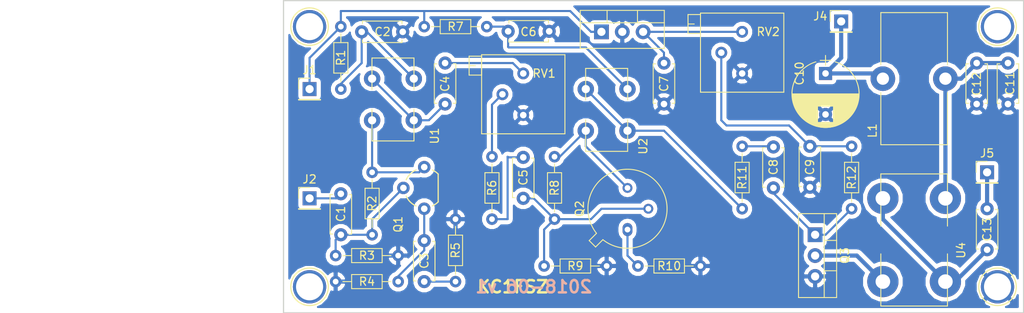
<source format=kicad_pcb>
(kicad_pcb (version 4) (host pcbnew 4.0.7)

  (general
    (links 61)
    (no_connects 0)
    (area 124.384999 81.204999 214.705001 119.455001)
    (thickness 1.6)
    (drawings 6)
    (tracks 90)
    (zones 0)
    (modules 43)
    (nets 27)
  )

  (page A4)
  (layers
    (0 F.Cu signal)
    (31 B.Cu signal)
    (32 B.Adhes user)
    (33 F.Adhes user)
    (34 B.Paste user)
    (35 F.Paste user)
    (36 B.SilkS user)
    (37 F.SilkS user)
    (38 B.Mask user)
    (39 F.Mask user)
    (40 Dwgs.User user)
    (41 Cmts.User user)
    (42 Eco1.User user)
    (43 Eco2.User user)
    (44 Edge.Cuts user)
    (45 Margin user)
    (46 B.CrtYd user)
    (47 F.CrtYd user)
    (48 B.Fab user)
    (49 F.Fab user)
  )

  (setup
    (last_trace_width 0.254)
    (trace_clearance 0.254)
    (zone_clearance 0.508)
    (zone_45_only no)
    (trace_min 0.254)
    (segment_width 0.2)
    (edge_width 0.15)
    (via_size 0.6858)
    (via_drill 0.3302)
    (via_min_size 0.6858)
    (via_min_drill 0.3302)
    (uvia_size 0.3)
    (uvia_drill 0.1)
    (uvias_allowed no)
    (uvia_min_size 0.2)
    (uvia_min_drill 0.1)
    (pcb_text_width 0.3)
    (pcb_text_size 1.5 1.5)
    (mod_edge_width 0.15)
    (mod_text_size 1 1)
    (mod_text_width 0.15)
    (pad_size 3.81 3.81)
    (pad_drill 1.778)
    (pad_to_mask_clearance 0.2)
    (aux_axis_origin 0 0)
    (visible_elements FFFFEF7F)
    (pcbplotparams
      (layerselection 0x00030_80000001)
      (usegerberextensions false)
      (excludeedgelayer true)
      (linewidth 0.100000)
      (plotframeref false)
      (viasonmask false)
      (mode 1)
      (useauxorigin false)
      (hpglpennumber 1)
      (hpglpenspeed 20)
      (hpglpendiameter 15)
      (hpglpenoverlay 2)
      (psnegative false)
      (psa4output false)
      (plotreference true)
      (plotvalue true)
      (plotinvisibletext false)
      (padsonsilk false)
      (subtractmaskfromsilk false)
      (outputformat 1)
      (mirror false)
      (drillshape 1)
      (scaleselection 1)
      (outputdirectory ""))
  )

  (net 0 "")
  (net 1 "Net-(C1-Pad1)")
  (net 2 "Net-(C1-Pad2)")
  (net 3 "Net-(C2-Pad1)")
  (net 4 GND)
  (net 5 "Net-(C3-Pad1)")
  (net 6 "Net-(C3-Pad2)")
  (net 7 "Net-(C4-Pad1)")
  (net 8 "Net-(C4-Pad2)")
  (net 9 "Net-(C5-Pad1)")
  (net 10 "Net-(C5-Pad2)")
  (net 11 "Net-(C6-Pad1)")
  (net 12 "Net-(C7-Pad1)")
  (net 13 "Net-(C8-Pad1)")
  (net 14 "Net-(C8-Pad2)")
  (net 15 "Net-(C9-Pad1)")
  (net 16 "Net-(C10-Pad1)")
  (net 17 "Net-(C11-Pad1)")
  (net 18 "Net-(C13-Pad1)")
  (net 19 "Net-(C13-Pad2)")
  (net 20 "Net-(J1-Pad1)")
  (net 21 "Net-(Q1-Pad3)")
  (net 22 "Net-(Q2-Pad1)")
  (net 23 "Net-(Q2-Pad3)")
  (net 24 "Net-(Q3-Pad2)")
  (net 25 "Net-(R6-Pad2)")
  (net 26 "Net-(R11-Pad1)")

  (net_class Default "This is the default net class."
    (clearance 0.254)
    (trace_width 0.254)
    (via_dia 0.6858)
    (via_drill 0.3302)
    (uvia_dia 0.3)
    (uvia_drill 0.1)
    (add_net GND)
    (add_net "Net-(C1-Pad1)")
    (add_net "Net-(C1-Pad2)")
    (add_net "Net-(C2-Pad1)")
    (add_net "Net-(C3-Pad1)")
    (add_net "Net-(C3-Pad2)")
    (add_net "Net-(C4-Pad1)")
    (add_net "Net-(C4-Pad2)")
    (add_net "Net-(C5-Pad1)")
    (add_net "Net-(C5-Pad2)")
    (add_net "Net-(C6-Pad1)")
    (add_net "Net-(C7-Pad1)")
    (add_net "Net-(C8-Pad1)")
    (add_net "Net-(C8-Pad2)")
    (add_net "Net-(C9-Pad1)")
    (add_net "Net-(J1-Pad1)")
    (add_net "Net-(Q1-Pad3)")
    (add_net "Net-(Q2-Pad1)")
    (add_net "Net-(Q2-Pad3)")
    (add_net "Net-(R11-Pad1)")
    (add_net "Net-(R6-Pad2)")
  )

  (net_class HighCurrent ""
    (clearance 0.508)
    (trace_width 0.508)
    (via_dia 1.016)
    (via_drill 0.508)
    (uvia_dia 0.3)
    (uvia_drill 0.1)
    (add_net "Net-(C10-Pad1)")
    (add_net "Net-(C11-Pad1)")
    (add_net "Net-(C13-Pad1)")
    (add_net "Net-(C13-Pad2)")
    (add_net "Net-(Q3-Pad2)")
  )

  (module kc1fsz-footprint-library:C_Disc_D4.7mm_W2.5mm_P5.00mm (layer F.Cu) (tedit 5B316E6F) (tstamp 5B30D606)
    (at 131.445 109.855 90)
    (descr "C, Disc series, Radial, pin pitch=5.00mm, , diameter*width=4.7*2.5mm^2, Capacitor, http://www.vishay.com/docs/45233/krseries.pdf")
    (tags "C Disc series Radial pin pitch 5.00mm  diameter 4.7mm width 2.5mm Capacitor")
    (path /5B303DB5)
    (fp_text reference C1 (at 2.54 0 90) (layer F.SilkS)
      (effects (font (size 1 1) (thickness 0.15)))
    )
    (fp_text value C (at 2.5 2.56 90) (layer F.Fab)
      (effects (font (size 1 1) (thickness 0.15)))
    )
    (fp_line (start 0.15 -1.25) (end 0.15 1.25) (layer F.Fab) (width 0.1))
    (fp_line (start 0.15 1.25) (end 4.85 1.25) (layer F.Fab) (width 0.1))
    (fp_line (start 4.85 1.25) (end 4.85 -1.25) (layer F.Fab) (width 0.1))
    (fp_line (start 4.85 -1.25) (end 0.15 -1.25) (layer F.Fab) (width 0.1))
    (fp_line (start 0.09 -1.31) (end 4.91 -1.31) (layer F.SilkS) (width 0.12))
    (fp_line (start 0.09 1.31) (end 4.91 1.31) (layer F.SilkS) (width 0.12))
    (fp_line (start 0.09 -1.31) (end 0.09 -0.996) (layer F.SilkS) (width 0.12))
    (fp_line (start 0.09 0.996) (end 0.09 1.31) (layer F.SilkS) (width 0.12))
    (fp_line (start 4.91 -1.31) (end 4.91 -0.996) (layer F.SilkS) (width 0.12))
    (fp_line (start 4.91 0.996) (end 4.91 1.31) (layer F.SilkS) (width 0.12))
    (fp_line (start -1.05 -1.6) (end -1.05 1.6) (layer F.CrtYd) (width 0.05))
    (fp_line (start -1.05 1.6) (end 6.05 1.6) (layer F.CrtYd) (width 0.05))
    (fp_line (start 6.05 1.6) (end 6.05 -1.6) (layer F.CrtYd) (width 0.05))
    (fp_line (start 6.05 -1.6) (end -1.05 -1.6) (layer F.CrtYd) (width 0.05))
    (fp_text user %R (at 2.5 0 90) (layer F.Fab)
      (effects (font (size 1 1) (thickness 0.15)))
    )
    (pad 1 thru_hole circle (at 0 0 90) (size 1.6 1.6) (drill 0.8) (layers *.Cu *.Mask)
      (net 1 "Net-(C1-Pad1)"))
    (pad 2 thru_hole circle (at 5 0 90) (size 1.6 1.6) (drill 0.8) (layers *.Cu *.Mask)
      (net 2 "Net-(C1-Pad2)"))
    (model ${KISYS3DMOD}/Capacitors_THT.3dshapes/C_Disc_D4.7mm_W2.5mm_P5.00mm.wrl
      (at (xyz 0 0 0))
      (scale (xyz 1 1 1))
      (rotate (xyz 0 0 0))
    )
  )

  (module kc1fsz-footprint-library:C_Disc_D4.7mm_W2.5mm_P5.00mm (layer F.Cu) (tedit 5B316E35) (tstamp 5B30D61B)
    (at 133.985 85.09)
    (descr "C, Disc series, Radial, pin pitch=5.00mm, , diameter*width=4.7*2.5mm^2, Capacitor, http://www.vishay.com/docs/45233/krseries.pdf")
    (tags "C Disc series Radial pin pitch 5.00mm  diameter 4.7mm width 2.5mm Capacitor")
    (path /5B3055E0)
    (fp_text reference C2 (at 2.54 0) (layer F.SilkS)
      (effects (font (size 1 1) (thickness 0.15)))
    )
    (fp_text value C (at 2.5 2.56) (layer F.Fab)
      (effects (font (size 1 1) (thickness 0.15)))
    )
    (fp_line (start 0.15 -1.25) (end 0.15 1.25) (layer F.Fab) (width 0.1))
    (fp_line (start 0.15 1.25) (end 4.85 1.25) (layer F.Fab) (width 0.1))
    (fp_line (start 4.85 1.25) (end 4.85 -1.25) (layer F.Fab) (width 0.1))
    (fp_line (start 4.85 -1.25) (end 0.15 -1.25) (layer F.Fab) (width 0.1))
    (fp_line (start 0.09 -1.31) (end 4.91 -1.31) (layer F.SilkS) (width 0.12))
    (fp_line (start 0.09 1.31) (end 4.91 1.31) (layer F.SilkS) (width 0.12))
    (fp_line (start 0.09 -1.31) (end 0.09 -0.996) (layer F.SilkS) (width 0.12))
    (fp_line (start 0.09 0.996) (end 0.09 1.31) (layer F.SilkS) (width 0.12))
    (fp_line (start 4.91 -1.31) (end 4.91 -0.996) (layer F.SilkS) (width 0.12))
    (fp_line (start 4.91 0.996) (end 4.91 1.31) (layer F.SilkS) (width 0.12))
    (fp_line (start -1.05 -1.6) (end -1.05 1.6) (layer F.CrtYd) (width 0.05))
    (fp_line (start -1.05 1.6) (end 6.05 1.6) (layer F.CrtYd) (width 0.05))
    (fp_line (start 6.05 1.6) (end 6.05 -1.6) (layer F.CrtYd) (width 0.05))
    (fp_line (start 6.05 -1.6) (end -1.05 -1.6) (layer F.CrtYd) (width 0.05))
    (fp_text user %R (at 2.5 0) (layer F.Fab)
      (effects (font (size 1 1) (thickness 0.15)))
    )
    (pad 1 thru_hole circle (at 0 0) (size 1.6 1.6) (drill 0.8) (layers *.Cu *.Mask)
      (net 3 "Net-(C2-Pad1)"))
    (pad 2 thru_hole circle (at 5 0) (size 1.6 1.6) (drill 0.8) (layers *.Cu *.Mask)
      (net 4 GND))
    (model ${KISYS3DMOD}/Capacitors_THT.3dshapes/C_Disc_D4.7mm_W2.5mm_P5.00mm.wrl
      (at (xyz 0 0 0))
      (scale (xyz 1 1 1))
      (rotate (xyz 0 0 0))
    )
  )

  (module kc1fsz-footprint-library:C_Disc_D4.7mm_W2.5mm_P5.00mm (layer F.Cu) (tedit 5B316E5C) (tstamp 5B30D630)
    (at 141.605 115.57 90)
    (descr "C, Disc series, Radial, pin pitch=5.00mm, , diameter*width=4.7*2.5mm^2, Capacitor, http://www.vishay.com/docs/45233/krseries.pdf")
    (tags "C Disc series Radial pin pitch 5.00mm  diameter 4.7mm width 2.5mm Capacitor")
    (path /5B303FDF)
    (fp_text reference C3 (at 2.54 0 90) (layer F.SilkS)
      (effects (font (size 1 1) (thickness 0.15)))
    )
    (fp_text value 0.1u (at 2.5 2.56 90) (layer F.Fab)
      (effects (font (size 1 1) (thickness 0.15)))
    )
    (fp_line (start 0.15 -1.25) (end 0.15 1.25) (layer F.Fab) (width 0.1))
    (fp_line (start 0.15 1.25) (end 4.85 1.25) (layer F.Fab) (width 0.1))
    (fp_line (start 4.85 1.25) (end 4.85 -1.25) (layer F.Fab) (width 0.1))
    (fp_line (start 4.85 -1.25) (end 0.15 -1.25) (layer F.Fab) (width 0.1))
    (fp_line (start 0.09 -1.31) (end 4.91 -1.31) (layer F.SilkS) (width 0.12))
    (fp_line (start 0.09 1.31) (end 4.91 1.31) (layer F.SilkS) (width 0.12))
    (fp_line (start 0.09 -1.31) (end 0.09 -0.996) (layer F.SilkS) (width 0.12))
    (fp_line (start 0.09 0.996) (end 0.09 1.31) (layer F.SilkS) (width 0.12))
    (fp_line (start 4.91 -1.31) (end 4.91 -0.996) (layer F.SilkS) (width 0.12))
    (fp_line (start 4.91 0.996) (end 4.91 1.31) (layer F.SilkS) (width 0.12))
    (fp_line (start -1.05 -1.6) (end -1.05 1.6) (layer F.CrtYd) (width 0.05))
    (fp_line (start -1.05 1.6) (end 6.05 1.6) (layer F.CrtYd) (width 0.05))
    (fp_line (start 6.05 1.6) (end 6.05 -1.6) (layer F.CrtYd) (width 0.05))
    (fp_line (start 6.05 -1.6) (end -1.05 -1.6) (layer F.CrtYd) (width 0.05))
    (fp_text user %R (at 2.5 0 90) (layer F.Fab)
      (effects (font (size 1 1) (thickness 0.15)))
    )
    (pad 1 thru_hole circle (at 0 0 90) (size 1.6 1.6) (drill 0.8) (layers *.Cu *.Mask)
      (net 5 "Net-(C3-Pad1)"))
    (pad 2 thru_hole circle (at 5 0 90) (size 1.6 1.6) (drill 0.8) (layers *.Cu *.Mask)
      (net 6 "Net-(C3-Pad2)"))
    (model ${KISYS3DMOD}/Capacitors_THT.3dshapes/C_Disc_D4.7mm_W2.5mm_P5.00mm.wrl
      (at (xyz 0 0 0))
      (scale (xyz 1 1 1))
      (rotate (xyz 0 0 0))
    )
  )

  (module kc1fsz-footprint-library:C_Disc_D4.7mm_W2.5mm_P5.00mm (layer F.Cu) (tedit 5B316E74) (tstamp 5B30D645)
    (at 144.145 88.9 270)
    (descr "C, Disc series, Radial, pin pitch=5.00mm, , diameter*width=4.7*2.5mm^2, Capacitor, http://www.vishay.com/docs/45233/krseries.pdf")
    (tags "C Disc series Radial pin pitch 5.00mm  diameter 4.7mm width 2.5mm Capacitor")
    (path /5B309650)
    (fp_text reference C4 (at 2.54 0 270) (layer F.SilkS)
      (effects (font (size 1 1) (thickness 0.15)))
    )
    (fp_text value C (at 2.5 2.56 270) (layer F.Fab)
      (effects (font (size 1 1) (thickness 0.15)))
    )
    (fp_line (start 0.15 -1.25) (end 0.15 1.25) (layer F.Fab) (width 0.1))
    (fp_line (start 0.15 1.25) (end 4.85 1.25) (layer F.Fab) (width 0.1))
    (fp_line (start 4.85 1.25) (end 4.85 -1.25) (layer F.Fab) (width 0.1))
    (fp_line (start 4.85 -1.25) (end 0.15 -1.25) (layer F.Fab) (width 0.1))
    (fp_line (start 0.09 -1.31) (end 4.91 -1.31) (layer F.SilkS) (width 0.12))
    (fp_line (start 0.09 1.31) (end 4.91 1.31) (layer F.SilkS) (width 0.12))
    (fp_line (start 0.09 -1.31) (end 0.09 -0.996) (layer F.SilkS) (width 0.12))
    (fp_line (start 0.09 0.996) (end 0.09 1.31) (layer F.SilkS) (width 0.12))
    (fp_line (start 4.91 -1.31) (end 4.91 -0.996) (layer F.SilkS) (width 0.12))
    (fp_line (start 4.91 0.996) (end 4.91 1.31) (layer F.SilkS) (width 0.12))
    (fp_line (start -1.05 -1.6) (end -1.05 1.6) (layer F.CrtYd) (width 0.05))
    (fp_line (start -1.05 1.6) (end 6.05 1.6) (layer F.CrtYd) (width 0.05))
    (fp_line (start 6.05 1.6) (end 6.05 -1.6) (layer F.CrtYd) (width 0.05))
    (fp_line (start 6.05 -1.6) (end -1.05 -1.6) (layer F.CrtYd) (width 0.05))
    (fp_text user %R (at 2.5 0 270) (layer F.Fab)
      (effects (font (size 1 1) (thickness 0.15)))
    )
    (pad 1 thru_hole circle (at 0 0 270) (size 1.6 1.6) (drill 0.8) (layers *.Cu *.Mask)
      (net 7 "Net-(C4-Pad1)"))
    (pad 2 thru_hole circle (at 5 0 270) (size 1.6 1.6) (drill 0.8) (layers *.Cu *.Mask)
      (net 8 "Net-(C4-Pad2)"))
    (model ${KISYS3DMOD}/Capacitors_THT.3dshapes/C_Disc_D4.7mm_W2.5mm_P5.00mm.wrl
      (at (xyz 0 0 0))
      (scale (xyz 1 1 1))
      (rotate (xyz 0 0 0))
    )
  )

  (module kc1fsz-footprint-library:C_Disc_D4.7mm_W2.5mm_P5.00mm (layer F.Cu) (tedit 5B316ED2) (tstamp 5B30D65A)
    (at 153.67 105.41 90)
    (descr "C, Disc series, Radial, pin pitch=5.00mm, , diameter*width=4.7*2.5mm^2, Capacitor, http://www.vishay.com/docs/45233/krseries.pdf")
    (tags "C Disc series Radial pin pitch 5.00mm  diameter 4.7mm width 2.5mm Capacitor")
    (path /5B3048E5)
    (fp_text reference C5 (at 2.54 0 90) (layer F.SilkS)
      (effects (font (size 1 1) (thickness 0.15)))
    )
    (fp_text value C (at 2.5 2.56 90) (layer F.Fab)
      (effects (font (size 1 1) (thickness 0.15)))
    )
    (fp_line (start 0.15 -1.25) (end 0.15 1.25) (layer F.Fab) (width 0.1))
    (fp_line (start 0.15 1.25) (end 4.85 1.25) (layer F.Fab) (width 0.1))
    (fp_line (start 4.85 1.25) (end 4.85 -1.25) (layer F.Fab) (width 0.1))
    (fp_line (start 4.85 -1.25) (end 0.15 -1.25) (layer F.Fab) (width 0.1))
    (fp_line (start 0.09 -1.31) (end 4.91 -1.31) (layer F.SilkS) (width 0.12))
    (fp_line (start 0.09 1.31) (end 4.91 1.31) (layer F.SilkS) (width 0.12))
    (fp_line (start 0.09 -1.31) (end 0.09 -0.996) (layer F.SilkS) (width 0.12))
    (fp_line (start 0.09 0.996) (end 0.09 1.31) (layer F.SilkS) (width 0.12))
    (fp_line (start 4.91 -1.31) (end 4.91 -0.996) (layer F.SilkS) (width 0.12))
    (fp_line (start 4.91 0.996) (end 4.91 1.31) (layer F.SilkS) (width 0.12))
    (fp_line (start -1.05 -1.6) (end -1.05 1.6) (layer F.CrtYd) (width 0.05))
    (fp_line (start -1.05 1.6) (end 6.05 1.6) (layer F.CrtYd) (width 0.05))
    (fp_line (start 6.05 1.6) (end 6.05 -1.6) (layer F.CrtYd) (width 0.05))
    (fp_line (start 6.05 -1.6) (end -1.05 -1.6) (layer F.CrtYd) (width 0.05))
    (fp_text user %R (at 2.5 0 90) (layer F.Fab)
      (effects (font (size 1 1) (thickness 0.15)))
    )
    (pad 1 thru_hole circle (at 0 0 90) (size 1.6 1.6) (drill 0.8) (layers *.Cu *.Mask)
      (net 9 "Net-(C5-Pad1)"))
    (pad 2 thru_hole circle (at 5 0 90) (size 1.6 1.6) (drill 0.8) (layers *.Cu *.Mask)
      (net 10 "Net-(C5-Pad2)"))
    (model ${KISYS3DMOD}/Capacitors_THT.3dshapes/C_Disc_D4.7mm_W2.5mm_P5.00mm.wrl
      (at (xyz 0 0 0))
      (scale (xyz 1 1 1))
      (rotate (xyz 0 0 0))
    )
  )

  (module kc1fsz-footprint-library:C_Disc_D4.7mm_W2.5mm_P5.00mm (layer F.Cu) (tedit 5B316E3D) (tstamp 5B30D66F)
    (at 151.8285 85.0265)
    (descr "C, Disc series, Radial, pin pitch=5.00mm, , diameter*width=4.7*2.5mm^2, Capacitor, http://www.vishay.com/docs/45233/krseries.pdf")
    (tags "C Disc series Radial pin pitch 5.00mm  diameter 4.7mm width 2.5mm Capacitor")
    (path /5B30565A)
    (fp_text reference C6 (at 2.4765 0.0635) (layer F.SilkS)
      (effects (font (size 1 1) (thickness 0.15)))
    )
    (fp_text value C (at 2.5 2.56) (layer F.Fab)
      (effects (font (size 1 1) (thickness 0.15)))
    )
    (fp_line (start 0.15 -1.25) (end 0.15 1.25) (layer F.Fab) (width 0.1))
    (fp_line (start 0.15 1.25) (end 4.85 1.25) (layer F.Fab) (width 0.1))
    (fp_line (start 4.85 1.25) (end 4.85 -1.25) (layer F.Fab) (width 0.1))
    (fp_line (start 4.85 -1.25) (end 0.15 -1.25) (layer F.Fab) (width 0.1))
    (fp_line (start 0.09 -1.31) (end 4.91 -1.31) (layer F.SilkS) (width 0.12))
    (fp_line (start 0.09 1.31) (end 4.91 1.31) (layer F.SilkS) (width 0.12))
    (fp_line (start 0.09 -1.31) (end 0.09 -0.996) (layer F.SilkS) (width 0.12))
    (fp_line (start 0.09 0.996) (end 0.09 1.31) (layer F.SilkS) (width 0.12))
    (fp_line (start 4.91 -1.31) (end 4.91 -0.996) (layer F.SilkS) (width 0.12))
    (fp_line (start 4.91 0.996) (end 4.91 1.31) (layer F.SilkS) (width 0.12))
    (fp_line (start -1.05 -1.6) (end -1.05 1.6) (layer F.CrtYd) (width 0.05))
    (fp_line (start -1.05 1.6) (end 6.05 1.6) (layer F.CrtYd) (width 0.05))
    (fp_line (start 6.05 1.6) (end 6.05 -1.6) (layer F.CrtYd) (width 0.05))
    (fp_line (start 6.05 -1.6) (end -1.05 -1.6) (layer F.CrtYd) (width 0.05))
    (fp_text user %R (at 2.5 0) (layer F.Fab)
      (effects (font (size 1 1) (thickness 0.15)))
    )
    (pad 1 thru_hole circle (at 0 0) (size 1.6 1.6) (drill 0.8) (layers *.Cu *.Mask)
      (net 11 "Net-(C6-Pad1)"))
    (pad 2 thru_hole circle (at 5 0) (size 1.6 1.6) (drill 0.8) (layers *.Cu *.Mask)
      (net 4 GND))
    (model ${KISYS3DMOD}/Capacitors_THT.3dshapes/C_Disc_D4.7mm_W2.5mm_P5.00mm.wrl
      (at (xyz 0 0 0))
      (scale (xyz 1 1 1))
      (rotate (xyz 0 0 0))
    )
  )

  (module kc1fsz-footprint-library:C_Disc_D4.7mm_W2.5mm_P5.00mm (layer F.Cu) (tedit 5B316E44) (tstamp 5B30D684)
    (at 170.815 88.9 270)
    (descr "C, Disc series, Radial, pin pitch=5.00mm, , diameter*width=4.7*2.5mm^2, Capacitor, http://www.vishay.com/docs/45233/krseries.pdf")
    (tags "C Disc series Radial pin pitch 5.00mm  diameter 4.7mm width 2.5mm Capacitor")
    (path /5B306B5C)
    (fp_text reference C7 (at 2.54 0 270) (layer F.SilkS)
      (effects (font (size 1 1) (thickness 0.15)))
    )
    (fp_text value 0.1u (at 2.5 2.56 270) (layer F.Fab)
      (effects (font (size 1 1) (thickness 0.15)))
    )
    (fp_line (start 0.15 -1.25) (end 0.15 1.25) (layer F.Fab) (width 0.1))
    (fp_line (start 0.15 1.25) (end 4.85 1.25) (layer F.Fab) (width 0.1))
    (fp_line (start 4.85 1.25) (end 4.85 -1.25) (layer F.Fab) (width 0.1))
    (fp_line (start 4.85 -1.25) (end 0.15 -1.25) (layer F.Fab) (width 0.1))
    (fp_line (start 0.09 -1.31) (end 4.91 -1.31) (layer F.SilkS) (width 0.12))
    (fp_line (start 0.09 1.31) (end 4.91 1.31) (layer F.SilkS) (width 0.12))
    (fp_line (start 0.09 -1.31) (end 0.09 -0.996) (layer F.SilkS) (width 0.12))
    (fp_line (start 0.09 0.996) (end 0.09 1.31) (layer F.SilkS) (width 0.12))
    (fp_line (start 4.91 -1.31) (end 4.91 -0.996) (layer F.SilkS) (width 0.12))
    (fp_line (start 4.91 0.996) (end 4.91 1.31) (layer F.SilkS) (width 0.12))
    (fp_line (start -1.05 -1.6) (end -1.05 1.6) (layer F.CrtYd) (width 0.05))
    (fp_line (start -1.05 1.6) (end 6.05 1.6) (layer F.CrtYd) (width 0.05))
    (fp_line (start 6.05 1.6) (end 6.05 -1.6) (layer F.CrtYd) (width 0.05))
    (fp_line (start 6.05 -1.6) (end -1.05 -1.6) (layer F.CrtYd) (width 0.05))
    (fp_text user %R (at 2.5 0 270) (layer F.Fab)
      (effects (font (size 1 1) (thickness 0.15)))
    )
    (pad 1 thru_hole circle (at 0 0 270) (size 1.6 1.6) (drill 0.8) (layers *.Cu *.Mask)
      (net 12 "Net-(C7-Pad1)"))
    (pad 2 thru_hole circle (at 5 0 270) (size 1.6 1.6) (drill 0.8) (layers *.Cu *.Mask)
      (net 4 GND))
    (model ${KISYS3DMOD}/Capacitors_THT.3dshapes/C_Disc_D4.7mm_W2.5mm_P5.00mm.wrl
      (at (xyz 0 0 0))
      (scale (xyz 1 1 1))
      (rotate (xyz 0 0 0))
    )
  )

  (module kc1fsz-footprint-library:C_Disc_D4.7mm_W2.5mm_P5.00mm (layer F.Cu) (tedit 5B316E83) (tstamp 5B30D699)
    (at 184.15 104.14 90)
    (descr "C, Disc series, Radial, pin pitch=5.00mm, , diameter*width=4.7*2.5mm^2, Capacitor, http://www.vishay.com/docs/45233/krseries.pdf")
    (tags "C Disc series Radial pin pitch 5.00mm  diameter 4.7mm width 2.5mm Capacitor")
    (path /5B30756E)
    (fp_text reference C8 (at 2.54 0 90) (layer F.SilkS)
      (effects (font (size 1 1) (thickness 0.15)))
    )
    (fp_text value C (at 2.5 2.56 90) (layer F.Fab)
      (effects (font (size 1 1) (thickness 0.15)))
    )
    (fp_line (start 0.15 -1.25) (end 0.15 1.25) (layer F.Fab) (width 0.1))
    (fp_line (start 0.15 1.25) (end 4.85 1.25) (layer F.Fab) (width 0.1))
    (fp_line (start 4.85 1.25) (end 4.85 -1.25) (layer F.Fab) (width 0.1))
    (fp_line (start 4.85 -1.25) (end 0.15 -1.25) (layer F.Fab) (width 0.1))
    (fp_line (start 0.09 -1.31) (end 4.91 -1.31) (layer F.SilkS) (width 0.12))
    (fp_line (start 0.09 1.31) (end 4.91 1.31) (layer F.SilkS) (width 0.12))
    (fp_line (start 0.09 -1.31) (end 0.09 -0.996) (layer F.SilkS) (width 0.12))
    (fp_line (start 0.09 0.996) (end 0.09 1.31) (layer F.SilkS) (width 0.12))
    (fp_line (start 4.91 -1.31) (end 4.91 -0.996) (layer F.SilkS) (width 0.12))
    (fp_line (start 4.91 0.996) (end 4.91 1.31) (layer F.SilkS) (width 0.12))
    (fp_line (start -1.05 -1.6) (end -1.05 1.6) (layer F.CrtYd) (width 0.05))
    (fp_line (start -1.05 1.6) (end 6.05 1.6) (layer F.CrtYd) (width 0.05))
    (fp_line (start 6.05 1.6) (end 6.05 -1.6) (layer F.CrtYd) (width 0.05))
    (fp_line (start 6.05 -1.6) (end -1.05 -1.6) (layer F.CrtYd) (width 0.05))
    (fp_text user %R (at 2.5 0 90) (layer F.Fab)
      (effects (font (size 1 1) (thickness 0.15)))
    )
    (pad 1 thru_hole circle (at 0 0 90) (size 1.6 1.6) (drill 0.8) (layers *.Cu *.Mask)
      (net 13 "Net-(C8-Pad1)"))
    (pad 2 thru_hole circle (at 5 0 90) (size 1.6 1.6) (drill 0.8) (layers *.Cu *.Mask)
      (net 14 "Net-(C8-Pad2)"))
    (model ${KISYS3DMOD}/Capacitors_THT.3dshapes/C_Disc_D4.7mm_W2.5mm_P5.00mm.wrl
      (at (xyz 0 0 0))
      (scale (xyz 1 1 1))
      (rotate (xyz 0 0 0))
    )
  )

  (module kc1fsz-footprint-library:C_Disc_D4.7mm_W2.5mm_P5.00mm (layer F.Cu) (tedit 5B316E86) (tstamp 5B30D6AE)
    (at 188.595 99.06 270)
    (descr "C, Disc series, Radial, pin pitch=5.00mm, , diameter*width=4.7*2.5mm^2, Capacitor, http://www.vishay.com/docs/45233/krseries.pdf")
    (tags "C Disc series Radial pin pitch 5.00mm  diameter 4.7mm width 2.5mm Capacitor")
    (path /5B306FDE)
    (fp_text reference C9 (at 2.54 0 270) (layer F.SilkS)
      (effects (font (size 1 1) (thickness 0.15)))
    )
    (fp_text value C (at 2.5 2.56 270) (layer F.Fab)
      (effects (font (size 1 1) (thickness 0.15)))
    )
    (fp_line (start 0.15 -1.25) (end 0.15 1.25) (layer F.Fab) (width 0.1))
    (fp_line (start 0.15 1.25) (end 4.85 1.25) (layer F.Fab) (width 0.1))
    (fp_line (start 4.85 1.25) (end 4.85 -1.25) (layer F.Fab) (width 0.1))
    (fp_line (start 4.85 -1.25) (end 0.15 -1.25) (layer F.Fab) (width 0.1))
    (fp_line (start 0.09 -1.31) (end 4.91 -1.31) (layer F.SilkS) (width 0.12))
    (fp_line (start 0.09 1.31) (end 4.91 1.31) (layer F.SilkS) (width 0.12))
    (fp_line (start 0.09 -1.31) (end 0.09 -0.996) (layer F.SilkS) (width 0.12))
    (fp_line (start 0.09 0.996) (end 0.09 1.31) (layer F.SilkS) (width 0.12))
    (fp_line (start 4.91 -1.31) (end 4.91 -0.996) (layer F.SilkS) (width 0.12))
    (fp_line (start 4.91 0.996) (end 4.91 1.31) (layer F.SilkS) (width 0.12))
    (fp_line (start -1.05 -1.6) (end -1.05 1.6) (layer F.CrtYd) (width 0.05))
    (fp_line (start -1.05 1.6) (end 6.05 1.6) (layer F.CrtYd) (width 0.05))
    (fp_line (start 6.05 1.6) (end 6.05 -1.6) (layer F.CrtYd) (width 0.05))
    (fp_line (start 6.05 -1.6) (end -1.05 -1.6) (layer F.CrtYd) (width 0.05))
    (fp_text user %R (at 2.5 0 270) (layer F.Fab)
      (effects (font (size 1 1) (thickness 0.15)))
    )
    (pad 1 thru_hole circle (at 0 0 270) (size 1.6 1.6) (drill 0.8) (layers *.Cu *.Mask)
      (net 15 "Net-(C9-Pad1)"))
    (pad 2 thru_hole circle (at 5 0 270) (size 1.6 1.6) (drill 0.8) (layers *.Cu *.Mask)
      (net 4 GND))
    (model ${KISYS3DMOD}/Capacitors_THT.3dshapes/C_Disc_D4.7mm_W2.5mm_P5.00mm.wrl
      (at (xyz 0 0 0))
      (scale (xyz 1 1 1))
      (rotate (xyz 0 0 0))
    )
  )

  (module Capacitors_THT:CP_Radial_D8.0mm_P5.00mm (layer F.Cu) (tedit 5B31709E) (tstamp 5B30D6B4)
    (at 190.5 90.17 270)
    (descr "CP, Radial series, Radial, pin pitch=5.00mm, , diameter=8mm, Electrolytic Capacitor")
    (tags "CP Radial series Radial pin pitch 5.00mm  diameter 8mm Electrolytic Capacitor")
    (path /5B308086)
    (fp_text reference C10 (at 0 3.175 270) (layer F.SilkS)
      (effects (font (size 1 1) (thickness 0.15)))
    )
    (fp_text value CP (at 2.5 5.31 270) (layer F.Fab)
      (effects (font (size 1 1) (thickness 0.15)))
    )
    (fp_arc (start 2.5 0) (end -1.416082 -1.18) (angle 146.5) (layer F.SilkS) (width 0.12))
    (fp_arc (start 2.5 0) (end -1.416082 1.18) (angle -146.5) (layer F.SilkS) (width 0.12))
    (fp_arc (start 2.5 0) (end 6.416082 -1.18) (angle 33.5) (layer F.SilkS) (width 0.12))
    (fp_circle (center 2.5 0) (end 6.5 0) (layer F.Fab) (width 0.1))
    (fp_line (start -2.2 0) (end -1 0) (layer F.Fab) (width 0.1))
    (fp_line (start -1.6 -0.65) (end -1.6 0.65) (layer F.Fab) (width 0.1))
    (fp_line (start 2.5 -4.05) (end 2.5 4.05) (layer F.SilkS) (width 0.12))
    (fp_line (start 2.54 -4.05) (end 2.54 4.05) (layer F.SilkS) (width 0.12))
    (fp_line (start 2.58 -4.05) (end 2.58 4.05) (layer F.SilkS) (width 0.12))
    (fp_line (start 2.62 -4.049) (end 2.62 4.049) (layer F.SilkS) (width 0.12))
    (fp_line (start 2.66 -4.047) (end 2.66 4.047) (layer F.SilkS) (width 0.12))
    (fp_line (start 2.7 -4.046) (end 2.7 4.046) (layer F.SilkS) (width 0.12))
    (fp_line (start 2.74 -4.043) (end 2.74 4.043) (layer F.SilkS) (width 0.12))
    (fp_line (start 2.78 -4.041) (end 2.78 4.041) (layer F.SilkS) (width 0.12))
    (fp_line (start 2.82 -4.038) (end 2.82 4.038) (layer F.SilkS) (width 0.12))
    (fp_line (start 2.86 -4.035) (end 2.86 4.035) (layer F.SilkS) (width 0.12))
    (fp_line (start 2.9 -4.031) (end 2.9 4.031) (layer F.SilkS) (width 0.12))
    (fp_line (start 2.94 -4.027) (end 2.94 4.027) (layer F.SilkS) (width 0.12))
    (fp_line (start 2.98 -4.022) (end 2.98 4.022) (layer F.SilkS) (width 0.12))
    (fp_line (start 3.02 -4.017) (end 3.02 4.017) (layer F.SilkS) (width 0.12))
    (fp_line (start 3.06 -4.012) (end 3.06 4.012) (layer F.SilkS) (width 0.12))
    (fp_line (start 3.1 -4.006) (end 3.1 4.006) (layer F.SilkS) (width 0.12))
    (fp_line (start 3.14 -4) (end 3.14 4) (layer F.SilkS) (width 0.12))
    (fp_line (start 3.18 -3.994) (end 3.18 3.994) (layer F.SilkS) (width 0.12))
    (fp_line (start 3.221 -3.987) (end 3.221 3.987) (layer F.SilkS) (width 0.12))
    (fp_line (start 3.261 -3.979) (end 3.261 3.979) (layer F.SilkS) (width 0.12))
    (fp_line (start 3.301 -3.971) (end 3.301 3.971) (layer F.SilkS) (width 0.12))
    (fp_line (start 3.341 -3.963) (end 3.341 3.963) (layer F.SilkS) (width 0.12))
    (fp_line (start 3.381 -3.955) (end 3.381 3.955) (layer F.SilkS) (width 0.12))
    (fp_line (start 3.421 -3.946) (end 3.421 3.946) (layer F.SilkS) (width 0.12))
    (fp_line (start 3.461 -3.936) (end 3.461 3.936) (layer F.SilkS) (width 0.12))
    (fp_line (start 3.501 -3.926) (end 3.501 3.926) (layer F.SilkS) (width 0.12))
    (fp_line (start 3.541 -3.916) (end 3.541 3.916) (layer F.SilkS) (width 0.12))
    (fp_line (start 3.581 -3.905) (end 3.581 3.905) (layer F.SilkS) (width 0.12))
    (fp_line (start 3.621 -3.894) (end 3.621 3.894) (layer F.SilkS) (width 0.12))
    (fp_line (start 3.661 -3.883) (end 3.661 3.883) (layer F.SilkS) (width 0.12))
    (fp_line (start 3.701 -3.87) (end 3.701 3.87) (layer F.SilkS) (width 0.12))
    (fp_line (start 3.741 -3.858) (end 3.741 3.858) (layer F.SilkS) (width 0.12))
    (fp_line (start 3.781 -3.845) (end 3.781 3.845) (layer F.SilkS) (width 0.12))
    (fp_line (start 3.821 -3.832) (end 3.821 3.832) (layer F.SilkS) (width 0.12))
    (fp_line (start 3.861 -3.818) (end 3.861 3.818) (layer F.SilkS) (width 0.12))
    (fp_line (start 3.901 -3.803) (end 3.901 3.803) (layer F.SilkS) (width 0.12))
    (fp_line (start 3.941 -3.789) (end 3.941 3.789) (layer F.SilkS) (width 0.12))
    (fp_line (start 3.981 -3.773) (end 3.981 3.773) (layer F.SilkS) (width 0.12))
    (fp_line (start 4.021 -3.758) (end 4.021 -0.98) (layer F.SilkS) (width 0.12))
    (fp_line (start 4.021 0.98) (end 4.021 3.758) (layer F.SilkS) (width 0.12))
    (fp_line (start 4.061 -3.741) (end 4.061 -0.98) (layer F.SilkS) (width 0.12))
    (fp_line (start 4.061 0.98) (end 4.061 3.741) (layer F.SilkS) (width 0.12))
    (fp_line (start 4.101 -3.725) (end 4.101 -0.98) (layer F.SilkS) (width 0.12))
    (fp_line (start 4.101 0.98) (end 4.101 3.725) (layer F.SilkS) (width 0.12))
    (fp_line (start 4.141 -3.707) (end 4.141 -0.98) (layer F.SilkS) (width 0.12))
    (fp_line (start 4.141 0.98) (end 4.141 3.707) (layer F.SilkS) (width 0.12))
    (fp_line (start 4.181 -3.69) (end 4.181 -0.98) (layer F.SilkS) (width 0.12))
    (fp_line (start 4.181 0.98) (end 4.181 3.69) (layer F.SilkS) (width 0.12))
    (fp_line (start 4.221 -3.671) (end 4.221 -0.98) (layer F.SilkS) (width 0.12))
    (fp_line (start 4.221 0.98) (end 4.221 3.671) (layer F.SilkS) (width 0.12))
    (fp_line (start 4.261 -3.652) (end 4.261 -0.98) (layer F.SilkS) (width 0.12))
    (fp_line (start 4.261 0.98) (end 4.261 3.652) (layer F.SilkS) (width 0.12))
    (fp_line (start 4.301 -3.633) (end 4.301 -0.98) (layer F.SilkS) (width 0.12))
    (fp_line (start 4.301 0.98) (end 4.301 3.633) (layer F.SilkS) (width 0.12))
    (fp_line (start 4.341 -3.613) (end 4.341 -0.98) (layer F.SilkS) (width 0.12))
    (fp_line (start 4.341 0.98) (end 4.341 3.613) (layer F.SilkS) (width 0.12))
    (fp_line (start 4.381 -3.593) (end 4.381 -0.98) (layer F.SilkS) (width 0.12))
    (fp_line (start 4.381 0.98) (end 4.381 3.593) (layer F.SilkS) (width 0.12))
    (fp_line (start 4.421 -3.572) (end 4.421 -0.98) (layer F.SilkS) (width 0.12))
    (fp_line (start 4.421 0.98) (end 4.421 3.572) (layer F.SilkS) (width 0.12))
    (fp_line (start 4.461 -3.55) (end 4.461 -0.98) (layer F.SilkS) (width 0.12))
    (fp_line (start 4.461 0.98) (end 4.461 3.55) (layer F.SilkS) (width 0.12))
    (fp_line (start 4.501 -3.528) (end 4.501 -0.98) (layer F.SilkS) (width 0.12))
    (fp_line (start 4.501 0.98) (end 4.501 3.528) (layer F.SilkS) (width 0.12))
    (fp_line (start 4.541 -3.505) (end 4.541 -0.98) (layer F.SilkS) (width 0.12))
    (fp_line (start 4.541 0.98) (end 4.541 3.505) (layer F.SilkS) (width 0.12))
    (fp_line (start 4.581 -3.482) (end 4.581 -0.98) (layer F.SilkS) (width 0.12))
    (fp_line (start 4.581 0.98) (end 4.581 3.482) (layer F.SilkS) (width 0.12))
    (fp_line (start 4.621 -3.458) (end 4.621 -0.98) (layer F.SilkS) (width 0.12))
    (fp_line (start 4.621 0.98) (end 4.621 3.458) (layer F.SilkS) (width 0.12))
    (fp_line (start 4.661 -3.434) (end 4.661 -0.98) (layer F.SilkS) (width 0.12))
    (fp_line (start 4.661 0.98) (end 4.661 3.434) (layer F.SilkS) (width 0.12))
    (fp_line (start 4.701 -3.408) (end 4.701 -0.98) (layer F.SilkS) (width 0.12))
    (fp_line (start 4.701 0.98) (end 4.701 3.408) (layer F.SilkS) (width 0.12))
    (fp_line (start 4.741 -3.383) (end 4.741 -0.98) (layer F.SilkS) (width 0.12))
    (fp_line (start 4.741 0.98) (end 4.741 3.383) (layer F.SilkS) (width 0.12))
    (fp_line (start 4.781 -3.356) (end 4.781 -0.98) (layer F.SilkS) (width 0.12))
    (fp_line (start 4.781 0.98) (end 4.781 3.356) (layer F.SilkS) (width 0.12))
    (fp_line (start 4.821 -3.329) (end 4.821 -0.98) (layer F.SilkS) (width 0.12))
    (fp_line (start 4.821 0.98) (end 4.821 3.329) (layer F.SilkS) (width 0.12))
    (fp_line (start 4.861 -3.301) (end 4.861 -0.98) (layer F.SilkS) (width 0.12))
    (fp_line (start 4.861 0.98) (end 4.861 3.301) (layer F.SilkS) (width 0.12))
    (fp_line (start 4.901 -3.272) (end 4.901 -0.98) (layer F.SilkS) (width 0.12))
    (fp_line (start 4.901 0.98) (end 4.901 3.272) (layer F.SilkS) (width 0.12))
    (fp_line (start 4.941 -3.243) (end 4.941 -0.98) (layer F.SilkS) (width 0.12))
    (fp_line (start 4.941 0.98) (end 4.941 3.243) (layer F.SilkS) (width 0.12))
    (fp_line (start 4.981 -3.213) (end 4.981 -0.98) (layer F.SilkS) (width 0.12))
    (fp_line (start 4.981 0.98) (end 4.981 3.213) (layer F.SilkS) (width 0.12))
    (fp_line (start 5.021 -3.182) (end 5.021 -0.98) (layer F.SilkS) (width 0.12))
    (fp_line (start 5.021 0.98) (end 5.021 3.182) (layer F.SilkS) (width 0.12))
    (fp_line (start 5.061 -3.15) (end 5.061 -0.98) (layer F.SilkS) (width 0.12))
    (fp_line (start 5.061 0.98) (end 5.061 3.15) (layer F.SilkS) (width 0.12))
    (fp_line (start 5.101 -3.118) (end 5.101 -0.98) (layer F.SilkS) (width 0.12))
    (fp_line (start 5.101 0.98) (end 5.101 3.118) (layer F.SilkS) (width 0.12))
    (fp_line (start 5.141 -3.084) (end 5.141 -0.98) (layer F.SilkS) (width 0.12))
    (fp_line (start 5.141 0.98) (end 5.141 3.084) (layer F.SilkS) (width 0.12))
    (fp_line (start 5.181 -3.05) (end 5.181 -0.98) (layer F.SilkS) (width 0.12))
    (fp_line (start 5.181 0.98) (end 5.181 3.05) (layer F.SilkS) (width 0.12))
    (fp_line (start 5.221 -3.015) (end 5.221 -0.98) (layer F.SilkS) (width 0.12))
    (fp_line (start 5.221 0.98) (end 5.221 3.015) (layer F.SilkS) (width 0.12))
    (fp_line (start 5.261 -2.979) (end 5.261 -0.98) (layer F.SilkS) (width 0.12))
    (fp_line (start 5.261 0.98) (end 5.261 2.979) (layer F.SilkS) (width 0.12))
    (fp_line (start 5.301 -2.942) (end 5.301 -0.98) (layer F.SilkS) (width 0.12))
    (fp_line (start 5.301 0.98) (end 5.301 2.942) (layer F.SilkS) (width 0.12))
    (fp_line (start 5.341 -2.904) (end 5.341 -0.98) (layer F.SilkS) (width 0.12))
    (fp_line (start 5.341 0.98) (end 5.341 2.904) (layer F.SilkS) (width 0.12))
    (fp_line (start 5.381 -2.865) (end 5.381 -0.98) (layer F.SilkS) (width 0.12))
    (fp_line (start 5.381 0.98) (end 5.381 2.865) (layer F.SilkS) (width 0.12))
    (fp_line (start 5.421 -2.824) (end 5.421 -0.98) (layer F.SilkS) (width 0.12))
    (fp_line (start 5.421 0.98) (end 5.421 2.824) (layer F.SilkS) (width 0.12))
    (fp_line (start 5.461 -2.783) (end 5.461 -0.98) (layer F.SilkS) (width 0.12))
    (fp_line (start 5.461 0.98) (end 5.461 2.783) (layer F.SilkS) (width 0.12))
    (fp_line (start 5.501 -2.74) (end 5.501 -0.98) (layer F.SilkS) (width 0.12))
    (fp_line (start 5.501 0.98) (end 5.501 2.74) (layer F.SilkS) (width 0.12))
    (fp_line (start 5.541 -2.697) (end 5.541 -0.98) (layer F.SilkS) (width 0.12))
    (fp_line (start 5.541 0.98) (end 5.541 2.697) (layer F.SilkS) (width 0.12))
    (fp_line (start 5.581 -2.652) (end 5.581 -0.98) (layer F.SilkS) (width 0.12))
    (fp_line (start 5.581 0.98) (end 5.581 2.652) (layer F.SilkS) (width 0.12))
    (fp_line (start 5.621 -2.605) (end 5.621 -0.98) (layer F.SilkS) (width 0.12))
    (fp_line (start 5.621 0.98) (end 5.621 2.605) (layer F.SilkS) (width 0.12))
    (fp_line (start 5.661 -2.557) (end 5.661 -0.98) (layer F.SilkS) (width 0.12))
    (fp_line (start 5.661 0.98) (end 5.661 2.557) (layer F.SilkS) (width 0.12))
    (fp_line (start 5.701 -2.508) (end 5.701 -0.98) (layer F.SilkS) (width 0.12))
    (fp_line (start 5.701 0.98) (end 5.701 2.508) (layer F.SilkS) (width 0.12))
    (fp_line (start 5.741 -2.457) (end 5.741 -0.98) (layer F.SilkS) (width 0.12))
    (fp_line (start 5.741 0.98) (end 5.741 2.457) (layer F.SilkS) (width 0.12))
    (fp_line (start 5.781 -2.404) (end 5.781 -0.98) (layer F.SilkS) (width 0.12))
    (fp_line (start 5.781 0.98) (end 5.781 2.404) (layer F.SilkS) (width 0.12))
    (fp_line (start 5.821 -2.349) (end 5.821 -0.98) (layer F.SilkS) (width 0.12))
    (fp_line (start 5.821 0.98) (end 5.821 2.349) (layer F.SilkS) (width 0.12))
    (fp_line (start 5.861 -2.293) (end 5.861 -0.98) (layer F.SilkS) (width 0.12))
    (fp_line (start 5.861 0.98) (end 5.861 2.293) (layer F.SilkS) (width 0.12))
    (fp_line (start 5.901 -2.234) (end 5.901 -0.98) (layer F.SilkS) (width 0.12))
    (fp_line (start 5.901 0.98) (end 5.901 2.234) (layer F.SilkS) (width 0.12))
    (fp_line (start 5.941 -2.173) (end 5.941 -0.98) (layer F.SilkS) (width 0.12))
    (fp_line (start 5.941 0.98) (end 5.941 2.173) (layer F.SilkS) (width 0.12))
    (fp_line (start 5.981 -2.109) (end 5.981 2.109) (layer F.SilkS) (width 0.12))
    (fp_line (start 6.021 -2.043) (end 6.021 2.043) (layer F.SilkS) (width 0.12))
    (fp_line (start 6.061 -1.974) (end 6.061 1.974) (layer F.SilkS) (width 0.12))
    (fp_line (start 6.101 -1.902) (end 6.101 1.902) (layer F.SilkS) (width 0.12))
    (fp_line (start 6.141 -1.826) (end 6.141 1.826) (layer F.SilkS) (width 0.12))
    (fp_line (start 6.181 -1.745) (end 6.181 1.745) (layer F.SilkS) (width 0.12))
    (fp_line (start 6.221 -1.66) (end 6.221 1.66) (layer F.SilkS) (width 0.12))
    (fp_line (start 6.261 -1.57) (end 6.261 1.57) (layer F.SilkS) (width 0.12))
    (fp_line (start 6.301 -1.473) (end 6.301 1.473) (layer F.SilkS) (width 0.12))
    (fp_line (start 6.341 -1.369) (end 6.341 1.369) (layer F.SilkS) (width 0.12))
    (fp_line (start 6.381 -1.254) (end 6.381 1.254) (layer F.SilkS) (width 0.12))
    (fp_line (start 6.421 -1.127) (end 6.421 1.127) (layer F.SilkS) (width 0.12))
    (fp_line (start 6.461 -0.983) (end 6.461 0.983) (layer F.SilkS) (width 0.12))
    (fp_line (start 6.501 -0.814) (end 6.501 0.814) (layer F.SilkS) (width 0.12))
    (fp_line (start 6.541 -0.598) (end 6.541 0.598) (layer F.SilkS) (width 0.12))
    (fp_line (start 6.581 -0.246) (end 6.581 0.246) (layer F.SilkS) (width 0.12))
    (fp_line (start -2.2 0) (end -1 0) (layer F.SilkS) (width 0.12))
    (fp_line (start -1.6 -0.65) (end -1.6 0.65) (layer F.SilkS) (width 0.12))
    (fp_line (start -1.85 -4.35) (end -1.85 4.35) (layer F.CrtYd) (width 0.05))
    (fp_line (start -1.85 4.35) (end 6.85 4.35) (layer F.CrtYd) (width 0.05))
    (fp_line (start 6.85 4.35) (end 6.85 -4.35) (layer F.CrtYd) (width 0.05))
    (fp_line (start 6.85 -4.35) (end -1.85 -4.35) (layer F.CrtYd) (width 0.05))
    (fp_text user %R (at 2.5 0 270) (layer F.Fab)
      (effects (font (size 1 1) (thickness 0.15)))
    )
    (pad 1 thru_hole rect (at 0 0 270) (size 1.6 1.6) (drill 0.8) (layers *.Cu *.Mask)
      (net 16 "Net-(C10-Pad1)"))
    (pad 2 thru_hole circle (at 5 0 270) (size 1.6 1.6) (drill 0.8) (layers *.Cu *.Mask)
      (net 4 GND))
    (model ${KISYS3DMOD}/Capacitors_THT.3dshapes/CP_Radial_D8.0mm_P5.00mm.wrl
      (at (xyz 0 0 0))
      (scale (xyz 1 1 1))
      (rotate (xyz 0 0 0))
    )
  )

  (module kc1fsz-footprint-library:C_Disc_D4.7mm_W2.5mm_P5.00mm (layer F.Cu) (tedit 5B316E97) (tstamp 5B30D6C9)
    (at 212.725 88.9 270)
    (descr "C, Disc series, Radial, pin pitch=5.00mm, , diameter*width=4.7*2.5mm^2, Capacitor, http://www.vishay.com/docs/45233/krseries.pdf")
    (tags "C Disc series Radial pin pitch 5.00mm  diameter 4.7mm width 2.5mm Capacitor")
    (path /5B308541)
    (fp_text reference C11 (at 2.4765 -0.254 270) (layer F.SilkS)
      (effects (font (size 1 1) (thickness 0.15)))
    )
    (fp_text value C (at 2.5 2.56 270) (layer F.Fab)
      (effects (font (size 1 1) (thickness 0.15)))
    )
    (fp_line (start 0.15 -1.25) (end 0.15 1.25) (layer F.Fab) (width 0.1))
    (fp_line (start 0.15 1.25) (end 4.85 1.25) (layer F.Fab) (width 0.1))
    (fp_line (start 4.85 1.25) (end 4.85 -1.25) (layer F.Fab) (width 0.1))
    (fp_line (start 4.85 -1.25) (end 0.15 -1.25) (layer F.Fab) (width 0.1))
    (fp_line (start 0.09 -1.31) (end 4.91 -1.31) (layer F.SilkS) (width 0.12))
    (fp_line (start 0.09 1.31) (end 4.91 1.31) (layer F.SilkS) (width 0.12))
    (fp_line (start 0.09 -1.31) (end 0.09 -0.996) (layer F.SilkS) (width 0.12))
    (fp_line (start 0.09 0.996) (end 0.09 1.31) (layer F.SilkS) (width 0.12))
    (fp_line (start 4.91 -1.31) (end 4.91 -0.996) (layer F.SilkS) (width 0.12))
    (fp_line (start 4.91 0.996) (end 4.91 1.31) (layer F.SilkS) (width 0.12))
    (fp_line (start -1.05 -1.6) (end -1.05 1.6) (layer F.CrtYd) (width 0.05))
    (fp_line (start -1.05 1.6) (end 6.05 1.6) (layer F.CrtYd) (width 0.05))
    (fp_line (start 6.05 1.6) (end 6.05 -1.6) (layer F.CrtYd) (width 0.05))
    (fp_line (start 6.05 -1.6) (end -1.05 -1.6) (layer F.CrtYd) (width 0.05))
    (fp_text user %R (at 2.5 0 270) (layer F.Fab)
      (effects (font (size 1 1) (thickness 0.15)))
    )
    (pad 1 thru_hole circle (at 0 0 270) (size 1.6 1.6) (drill 0.8) (layers *.Cu *.Mask)
      (net 17 "Net-(C11-Pad1)"))
    (pad 2 thru_hole circle (at 5 0 270) (size 1.6 1.6) (drill 0.8) (layers *.Cu *.Mask)
      (net 4 GND))
    (model ${KISYS3DMOD}/Capacitors_THT.3dshapes/C_Disc_D4.7mm_W2.5mm_P5.00mm.wrl
      (at (xyz 0 0 0))
      (scale (xyz 1 1 1))
      (rotate (xyz 0 0 0))
    )
  )

  (module kc1fsz-footprint-library:C_Disc_D4.7mm_W2.5mm_P5.00mm (layer F.Cu) (tedit 5B316E9C) (tstamp 5B30D6DE)
    (at 208.915 88.9 270)
    (descr "C, Disc series, Radial, pin pitch=5.00mm, , diameter*width=4.7*2.5mm^2, Capacitor, http://www.vishay.com/docs/45233/krseries.pdf")
    (tags "C Disc series Radial pin pitch 5.00mm  diameter 4.7mm width 2.5mm Capacitor")
    (path /5B3085F1)
    (fp_text reference C12 (at 2.54 0 270) (layer F.SilkS)
      (effects (font (size 1 1) (thickness 0.15)))
    )
    (fp_text value C (at 2.5 2.56 270) (layer F.Fab)
      (effects (font (size 1 1) (thickness 0.15)))
    )
    (fp_line (start 0.15 -1.25) (end 0.15 1.25) (layer F.Fab) (width 0.1))
    (fp_line (start 0.15 1.25) (end 4.85 1.25) (layer F.Fab) (width 0.1))
    (fp_line (start 4.85 1.25) (end 4.85 -1.25) (layer F.Fab) (width 0.1))
    (fp_line (start 4.85 -1.25) (end 0.15 -1.25) (layer F.Fab) (width 0.1))
    (fp_line (start 0.09 -1.31) (end 4.91 -1.31) (layer F.SilkS) (width 0.12))
    (fp_line (start 0.09 1.31) (end 4.91 1.31) (layer F.SilkS) (width 0.12))
    (fp_line (start 0.09 -1.31) (end 0.09 -0.996) (layer F.SilkS) (width 0.12))
    (fp_line (start 0.09 0.996) (end 0.09 1.31) (layer F.SilkS) (width 0.12))
    (fp_line (start 4.91 -1.31) (end 4.91 -0.996) (layer F.SilkS) (width 0.12))
    (fp_line (start 4.91 0.996) (end 4.91 1.31) (layer F.SilkS) (width 0.12))
    (fp_line (start -1.05 -1.6) (end -1.05 1.6) (layer F.CrtYd) (width 0.05))
    (fp_line (start -1.05 1.6) (end 6.05 1.6) (layer F.CrtYd) (width 0.05))
    (fp_line (start 6.05 1.6) (end 6.05 -1.6) (layer F.CrtYd) (width 0.05))
    (fp_line (start 6.05 -1.6) (end -1.05 -1.6) (layer F.CrtYd) (width 0.05))
    (fp_text user %R (at 2.5 0 270) (layer F.Fab)
      (effects (font (size 1 1) (thickness 0.15)))
    )
    (pad 1 thru_hole circle (at 0 0 270) (size 1.6 1.6) (drill 0.8) (layers *.Cu *.Mask)
      (net 17 "Net-(C11-Pad1)"))
    (pad 2 thru_hole circle (at 5 0 270) (size 1.6 1.6) (drill 0.8) (layers *.Cu *.Mask)
      (net 4 GND))
    (model ${KISYS3DMOD}/Capacitors_THT.3dshapes/C_Disc_D4.7mm_W2.5mm_P5.00mm.wrl
      (at (xyz 0 0 0))
      (scale (xyz 1 1 1))
      (rotate (xyz 0 0 0))
    )
  )

  (module kc1fsz-footprint-library:C_Disc_D4.7mm_W2.5mm_P5.00mm (layer F.Cu) (tedit 5B316E8F) (tstamp 5B30D6F3)
    (at 210.185 106.68 270)
    (descr "C, Disc series, Radial, pin pitch=5.00mm, , diameter*width=4.7*2.5mm^2, Capacitor, http://www.vishay.com/docs/45233/krseries.pdf")
    (tags "C Disc series Radial pin pitch 5.00mm  diameter 4.7mm width 2.5mm Capacitor")
    (path /5B308C8A)
    (fp_text reference C13 (at 2.54 0 270) (layer F.SilkS)
      (effects (font (size 1 1) (thickness 0.15)))
    )
    (fp_text value C (at 2.5 2.56 270) (layer F.Fab)
      (effects (font (size 1 1) (thickness 0.15)))
    )
    (fp_line (start 0.15 -1.25) (end 0.15 1.25) (layer F.Fab) (width 0.1))
    (fp_line (start 0.15 1.25) (end 4.85 1.25) (layer F.Fab) (width 0.1))
    (fp_line (start 4.85 1.25) (end 4.85 -1.25) (layer F.Fab) (width 0.1))
    (fp_line (start 4.85 -1.25) (end 0.15 -1.25) (layer F.Fab) (width 0.1))
    (fp_line (start 0.09 -1.31) (end 4.91 -1.31) (layer F.SilkS) (width 0.12))
    (fp_line (start 0.09 1.31) (end 4.91 1.31) (layer F.SilkS) (width 0.12))
    (fp_line (start 0.09 -1.31) (end 0.09 -0.996) (layer F.SilkS) (width 0.12))
    (fp_line (start 0.09 0.996) (end 0.09 1.31) (layer F.SilkS) (width 0.12))
    (fp_line (start 4.91 -1.31) (end 4.91 -0.996) (layer F.SilkS) (width 0.12))
    (fp_line (start 4.91 0.996) (end 4.91 1.31) (layer F.SilkS) (width 0.12))
    (fp_line (start -1.05 -1.6) (end -1.05 1.6) (layer F.CrtYd) (width 0.05))
    (fp_line (start -1.05 1.6) (end 6.05 1.6) (layer F.CrtYd) (width 0.05))
    (fp_line (start 6.05 1.6) (end 6.05 -1.6) (layer F.CrtYd) (width 0.05))
    (fp_line (start 6.05 -1.6) (end -1.05 -1.6) (layer F.CrtYd) (width 0.05))
    (fp_text user %R (at 2.5 0 270) (layer F.Fab)
      (effects (font (size 1 1) (thickness 0.15)))
    )
    (pad 1 thru_hole circle (at 0 0 270) (size 1.6 1.6) (drill 0.8) (layers *.Cu *.Mask)
      (net 18 "Net-(C13-Pad1)"))
    (pad 2 thru_hole circle (at 5 0 270) (size 1.6 1.6) (drill 0.8) (layers *.Cu *.Mask)
      (net 19 "Net-(C13-Pad2)"))
    (model ${KISYS3DMOD}/Capacitors_THT.3dshapes/C_Disc_D4.7mm_W2.5mm_P5.00mm.wrl
      (at (xyz 0 0 0))
      (scale (xyz 1 1 1))
      (rotate (xyz 0 0 0))
    )
  )

  (module Pin_Headers:Pin_Header_Straight_1x01_Pitch2.54mm (layer F.Cu) (tedit 5B316F97) (tstamp 5B30D6F8)
    (at 127.635 92.075)
    (descr "Through hole straight pin header, 1x01, 2.54mm pitch, single row")
    (tags "Through hole pin header THT 1x01 2.54mm single row")
    (path /5B3044BE)
    (fp_text reference J1 (at 0 -2.33) (layer F.SilkS)
      (effects (font (size 1 1) (thickness 0.15)))
    )
    (fp_text value Conn_01x01 (at 0 2.33) (layer F.Fab) hide
      (effects (font (size 1 1) (thickness 0.15)))
    )
    (fp_line (start -0.635 -1.27) (end 1.27 -1.27) (layer F.Fab) (width 0.1))
    (fp_line (start 1.27 -1.27) (end 1.27 1.27) (layer F.Fab) (width 0.1))
    (fp_line (start 1.27 1.27) (end -1.27 1.27) (layer F.Fab) (width 0.1))
    (fp_line (start -1.27 1.27) (end -1.27 -0.635) (layer F.Fab) (width 0.1))
    (fp_line (start -1.27 -0.635) (end -0.635 -1.27) (layer F.Fab) (width 0.1))
    (fp_line (start -1.33 1.33) (end 1.33 1.33) (layer F.SilkS) (width 0.12))
    (fp_line (start -1.33 1.27) (end -1.33 1.33) (layer F.SilkS) (width 0.12))
    (fp_line (start 1.33 1.27) (end 1.33 1.33) (layer F.SilkS) (width 0.12))
    (fp_line (start -1.33 1.27) (end 1.33 1.27) (layer F.SilkS) (width 0.12))
    (fp_line (start -1.33 0) (end -1.33 -1.33) (layer F.SilkS) (width 0.12))
    (fp_line (start -1.33 -1.33) (end 0 -1.33) (layer F.SilkS) (width 0.12))
    (fp_line (start -1.8 -1.8) (end -1.8 1.8) (layer F.CrtYd) (width 0.05))
    (fp_line (start -1.8 1.8) (end 1.8 1.8) (layer F.CrtYd) (width 0.05))
    (fp_line (start 1.8 1.8) (end 1.8 -1.8) (layer F.CrtYd) (width 0.05))
    (fp_line (start 1.8 -1.8) (end -1.8 -1.8) (layer F.CrtYd) (width 0.05))
    (fp_text user %R (at 0 0 90) (layer F.Fab)
      (effects (font (size 1 1) (thickness 0.15)))
    )
    (pad 1 thru_hole rect (at 0 0) (size 1.7 1.7) (drill 1) (layers *.Cu *.Mask)
      (net 20 "Net-(J1-Pad1)"))
    (model ${KISYS3DMOD}/Pin_Headers.3dshapes/Pin_Header_Straight_1x01_Pitch2.54mm.wrl
      (at (xyz 0 0 0))
      (scale (xyz 1 1 1))
      (rotate (xyz 0 0 0))
    )
  )

  (module Pin_Headers:Pin_Header_Straight_1x01_Pitch2.54mm (layer F.Cu) (tedit 5B316F9B) (tstamp 5B30D6FD)
    (at 127.635 105.41)
    (descr "Through hole straight pin header, 1x01, 2.54mm pitch, single row")
    (tags "Through hole pin header THT 1x01 2.54mm single row")
    (path /5B303E15)
    (fp_text reference J2 (at 0 -2.33) (layer F.SilkS)
      (effects (font (size 1 1) (thickness 0.15)))
    )
    (fp_text value Conn_01x01 (at 0 2.33) (layer F.Fab) hide
      (effects (font (size 1 1) (thickness 0.15)))
    )
    (fp_line (start -0.635 -1.27) (end 1.27 -1.27) (layer F.Fab) (width 0.1))
    (fp_line (start 1.27 -1.27) (end 1.27 1.27) (layer F.Fab) (width 0.1))
    (fp_line (start 1.27 1.27) (end -1.27 1.27) (layer F.Fab) (width 0.1))
    (fp_line (start -1.27 1.27) (end -1.27 -0.635) (layer F.Fab) (width 0.1))
    (fp_line (start -1.27 -0.635) (end -0.635 -1.27) (layer F.Fab) (width 0.1))
    (fp_line (start -1.33 1.33) (end 1.33 1.33) (layer F.SilkS) (width 0.12))
    (fp_line (start -1.33 1.27) (end -1.33 1.33) (layer F.SilkS) (width 0.12))
    (fp_line (start 1.33 1.27) (end 1.33 1.33) (layer F.SilkS) (width 0.12))
    (fp_line (start -1.33 1.27) (end 1.33 1.27) (layer F.SilkS) (width 0.12))
    (fp_line (start -1.33 0) (end -1.33 -1.33) (layer F.SilkS) (width 0.12))
    (fp_line (start -1.33 -1.33) (end 0 -1.33) (layer F.SilkS) (width 0.12))
    (fp_line (start -1.8 -1.8) (end -1.8 1.8) (layer F.CrtYd) (width 0.05))
    (fp_line (start -1.8 1.8) (end 1.8 1.8) (layer F.CrtYd) (width 0.05))
    (fp_line (start 1.8 1.8) (end 1.8 -1.8) (layer F.CrtYd) (width 0.05))
    (fp_line (start 1.8 -1.8) (end -1.8 -1.8) (layer F.CrtYd) (width 0.05))
    (fp_text user %R (at 0 0 90) (layer F.Fab)
      (effects (font (size 1 1) (thickness 0.15)))
    )
    (pad 1 thru_hole rect (at 0 0) (size 1.7 1.7) (drill 1) (layers *.Cu *.Mask)
      (net 2 "Net-(C1-Pad2)"))
    (model ${KISYS3DMOD}/Pin_Headers.3dshapes/Pin_Header_Straight_1x01_Pitch2.54mm.wrl
      (at (xyz 0 0 0))
      (scale (xyz 1 1 1))
      (rotate (xyz 0 0 0))
    )
  )

  (module Connectors:1pin (layer F.Cu) (tedit 5B316E26) (tstamp 5B30D702)
    (at 211.455 116.205)
    (descr "module 1 pin (ou trou mecanique de percage)")
    (tags DEV)
    (path /5B306005)
    (fp_text reference J3 (at 0 -3.048) (layer F.SilkS) hide
      (effects (font (size 1 1) (thickness 0.15)))
    )
    (fp_text value Conn_01x01 (at 0 2.794) (layer F.Fab) hide
      (effects (font (size 1 1) (thickness 0.15)))
    )
    (fp_circle (center 0 0) (end 0 -2.286) (layer F.SilkS) (width 0.15))
    (pad 1 thru_hole circle (at 0 0) (size 4.064 4.064) (drill 3.302) (layers *.Cu *.Mask)
      (net 4 GND))
  )

  (module Pin_Headers:Pin_Header_Straight_1x01_Pitch2.54mm (layer F.Cu) (tedit 5B316EA4) (tstamp 5B30D707)
    (at 192.405 83.82)
    (descr "Through hole straight pin header, 1x01, 2.54mm pitch, single row")
    (tags "Through hole pin header THT 1x01 2.54mm single row")
    (path /5B3081A2)
    (fp_text reference J4 (at -2.54 -0.635) (layer F.SilkS)
      (effects (font (size 1 1) (thickness 0.15)))
    )
    (fp_text value Conn_01x01 (at 0 2.33) (layer F.Fab)
      (effects (font (size 1 1) (thickness 0.15)))
    )
    (fp_line (start -0.635 -1.27) (end 1.27 -1.27) (layer F.Fab) (width 0.1))
    (fp_line (start 1.27 -1.27) (end 1.27 1.27) (layer F.Fab) (width 0.1))
    (fp_line (start 1.27 1.27) (end -1.27 1.27) (layer F.Fab) (width 0.1))
    (fp_line (start -1.27 1.27) (end -1.27 -0.635) (layer F.Fab) (width 0.1))
    (fp_line (start -1.27 -0.635) (end -0.635 -1.27) (layer F.Fab) (width 0.1))
    (fp_line (start -1.33 1.33) (end 1.33 1.33) (layer F.SilkS) (width 0.12))
    (fp_line (start -1.33 1.27) (end -1.33 1.33) (layer F.SilkS) (width 0.12))
    (fp_line (start 1.33 1.27) (end 1.33 1.33) (layer F.SilkS) (width 0.12))
    (fp_line (start -1.33 1.27) (end 1.33 1.27) (layer F.SilkS) (width 0.12))
    (fp_line (start -1.33 0) (end -1.33 -1.33) (layer F.SilkS) (width 0.12))
    (fp_line (start -1.33 -1.33) (end 0 -1.33) (layer F.SilkS) (width 0.12))
    (fp_line (start -1.8 -1.8) (end -1.8 1.8) (layer F.CrtYd) (width 0.05))
    (fp_line (start -1.8 1.8) (end 1.8 1.8) (layer F.CrtYd) (width 0.05))
    (fp_line (start 1.8 1.8) (end 1.8 -1.8) (layer F.CrtYd) (width 0.05))
    (fp_line (start 1.8 -1.8) (end -1.8 -1.8) (layer F.CrtYd) (width 0.05))
    (fp_text user %R (at 0 0 90) (layer F.Fab)
      (effects (font (size 1 1) (thickness 0.15)))
    )
    (pad 1 thru_hole rect (at 0 0) (size 1.7 1.7) (drill 1) (layers *.Cu *.Mask)
      (net 16 "Net-(C10-Pad1)"))
    (model ${KISYS3DMOD}/Pin_Headers.3dshapes/Pin_Header_Straight_1x01_Pitch2.54mm.wrl
      (at (xyz 0 0 0))
      (scale (xyz 1 1 1))
      (rotate (xyz 0 0 0))
    )
  )

  (module Pin_Headers:Pin_Header_Straight_1x01_Pitch2.54mm (layer F.Cu) (tedit 5B315EC0) (tstamp 5B30D70C)
    (at 210.185 102.235)
    (descr "Through hole straight pin header, 1x01, 2.54mm pitch, single row")
    (tags "Through hole pin header THT 1x01 2.54mm single row")
    (path /5B308B05)
    (fp_text reference J5 (at 0 -2.33) (layer F.SilkS)
      (effects (font (size 1 1) (thickness 0.15)))
    )
    (fp_text value Conn_01x01 (at 0 2.33) (layer F.Fab) hide
      (effects (font (size 1 1) (thickness 0.15)))
    )
    (fp_line (start -0.635 -1.27) (end 1.27 -1.27) (layer F.Fab) (width 0.1))
    (fp_line (start 1.27 -1.27) (end 1.27 1.27) (layer F.Fab) (width 0.1))
    (fp_line (start 1.27 1.27) (end -1.27 1.27) (layer F.Fab) (width 0.1))
    (fp_line (start -1.27 1.27) (end -1.27 -0.635) (layer F.Fab) (width 0.1))
    (fp_line (start -1.27 -0.635) (end -0.635 -1.27) (layer F.Fab) (width 0.1))
    (fp_line (start -1.33 1.33) (end 1.33 1.33) (layer F.SilkS) (width 0.12))
    (fp_line (start -1.33 1.27) (end -1.33 1.33) (layer F.SilkS) (width 0.12))
    (fp_line (start 1.33 1.27) (end 1.33 1.33) (layer F.SilkS) (width 0.12))
    (fp_line (start -1.33 1.27) (end 1.33 1.27) (layer F.SilkS) (width 0.12))
    (fp_line (start -1.33 0) (end -1.33 -1.33) (layer F.SilkS) (width 0.12))
    (fp_line (start -1.33 -1.33) (end 0 -1.33) (layer F.SilkS) (width 0.12))
    (fp_line (start -1.8 -1.8) (end -1.8 1.8) (layer F.CrtYd) (width 0.05))
    (fp_line (start -1.8 1.8) (end 1.8 1.8) (layer F.CrtYd) (width 0.05))
    (fp_line (start 1.8 1.8) (end 1.8 -1.8) (layer F.CrtYd) (width 0.05))
    (fp_line (start 1.8 -1.8) (end -1.8 -1.8) (layer F.CrtYd) (width 0.05))
    (fp_text user %R (at 0 0 90) (layer F.Fab)
      (effects (font (size 1 1) (thickness 0.15)))
    )
    (pad 1 thru_hole rect (at 0 0) (size 1.7 1.7) (drill 1) (layers *.Cu *.Mask)
      (net 18 "Net-(C13-Pad1)"))
    (model ${KISYS3DMOD}/Pin_Headers.3dshapes/Pin_Header_Straight_1x01_Pitch2.54mm.wrl
      (at (xyz 0 0 0))
      (scale (xyz 1 1 1))
      (rotate (xyz 0 0 0))
    )
  )

  (module Inductors_THT:L_Toroid_Vertical_L16.0mm_W8.0mm_P7.62mm (layer F.Cu) (tedit 5B3170A9) (tstamp 5B30D712)
    (at 197.485 90.805 90)
    (descr "L_Toroid, Vertical series, Radial, pin pitch=7.62mm, , length*width=16*8mm^2")
    (tags "L_Toroid Vertical series Radial pin pitch 7.62mm  length 16mm width 8mm")
    (path /5B307F8B)
    (fp_text reference L1 (at -6.35 -1.27 90) (layer F.SilkS)
      (effects (font (size 1 1) (thickness 0.15)))
    )
    (fp_text value L (at 0 10.37 90) (layer F.Fab)
      (effects (font (size 1 1) (thickness 0.15)))
    )
    (fp_line (start -8 -0.19) (end -8 7.81) (layer F.Fab) (width 0.1))
    (fp_line (start -8 7.81) (end 8 7.81) (layer F.Fab) (width 0.1))
    (fp_line (start 8 7.81) (end 8 -0.19) (layer F.Fab) (width 0.1))
    (fp_line (start 8 -0.19) (end -8 -0.19) (layer F.Fab) (width 0.1))
    (fp_line (start -6.4 0) (end -6.4 7.62) (layer F.Fab) (width 0.1))
    (fp_line (start -6.4 7.62) (end 6.4 7.62) (layer F.Fab) (width 0.1))
    (fp_line (start 6.4 7.62) (end 6.4 0) (layer F.Fab) (width 0.1))
    (fp_line (start 6.4 0) (end -6.4 0) (layer F.Fab) (width 0.1))
    (fp_line (start -6.4 0) (end -5.76 7.62) (layer F.Fab) (width 0.1))
    (fp_line (start -5.12 0) (end -4.48 7.62) (layer F.Fab) (width 0.1))
    (fp_line (start -3.84 0) (end -3.2 7.62) (layer F.Fab) (width 0.1))
    (fp_line (start -2.56 0) (end -1.92 7.62) (layer F.Fab) (width 0.1))
    (fp_line (start -1.28 0) (end -0.64 7.62) (layer F.Fab) (width 0.1))
    (fp_line (start 0 0) (end 0.64 7.62) (layer F.Fab) (width 0.1))
    (fp_line (start 1.28 0) (end 1.92 7.62) (layer F.Fab) (width 0.1))
    (fp_line (start 2.56 0) (end 3.2 7.62) (layer F.Fab) (width 0.1))
    (fp_line (start 3.84 0) (end 4.48 7.62) (layer F.Fab) (width 0.1))
    (fp_line (start 5.12 0) (end 5.76 7.62) (layer F.Fab) (width 0.1))
    (fp_line (start -8.06 -0.25) (end -1.695 -0.25) (layer F.SilkS) (width 0.12))
    (fp_line (start 1.695 -0.25) (end 8.06 -0.25) (layer F.SilkS) (width 0.12))
    (fp_line (start -8.06 7.87) (end -1.695 7.87) (layer F.SilkS) (width 0.12))
    (fp_line (start 1.695 7.87) (end 8.06 7.87) (layer F.SilkS) (width 0.12))
    (fp_line (start -8.06 -0.25) (end -8.06 7.87) (layer F.SilkS) (width 0.12))
    (fp_line (start 8.06 -0.25) (end 8.06 7.87) (layer F.SilkS) (width 0.12))
    (fp_line (start -8.35 -1.8) (end -8.35 9.4) (layer F.CrtYd) (width 0.05))
    (fp_line (start -8.35 9.4) (end 8.35 9.4) (layer F.CrtYd) (width 0.05))
    (fp_line (start 8.35 9.4) (end 8.35 -1.8) (layer F.CrtYd) (width 0.05))
    (fp_line (start 8.35 -1.8) (end -8.35 -1.8) (layer F.CrtYd) (width 0.05))
    (pad 1 thru_hole circle (at 0 0 90) (size 3 3) (drill 1.5) (layers *.Cu *.Mask)
      (net 16 "Net-(C10-Pad1)"))
    (pad 2 thru_hole circle (at 0 7.62 90) (size 3 3) (drill 1.5) (layers *.Cu *.Mask)
      (net 17 "Net-(C11-Pad1)"))
    (model Inductors_THT.3dshapes/L_Toroid_Vertical_L16.0mm_W8.0mm_P7.62mm.wrl
      (at (xyz 0 0 0))
      (scale (xyz 0.393701 0.393701 0.393701))
      (rotate (xyz 0 0 0))
    )
  )

  (module TO_SOT_Packages_THT:TO-92_Molded_Wide (layer F.Cu) (tedit 5B316E6A) (tstamp 5B30D719)
    (at 141.605 106.68 90)
    (descr "TO-92 leads molded, wide, drill 0.8mm (see NXP sot054_po.pdf)")
    (tags "to-92 sc-43 sc-43a sot54 PA33 transistor")
    (path /5B303EEB)
    (fp_text reference Q1 (at -1.905 -3.175 270) (layer F.SilkS)
      (effects (font (size 1 1) (thickness 0.15)))
    )
    (fp_text value Q_NPN_EBC (at 0 3 90) (layer F.Fab)
      (effects (font (size 1 1) (thickness 0.15)))
    )
    (fp_arc (start 2.54 0) (end 0.34 -1) (angle 41.11209044) (layer F.SilkS) (width 0.15))
    (fp_arc (start 2.54 0) (end 4.74 -1) (angle -41.11210221) (layer F.SilkS) (width 0.15))
    (fp_arc (start 2.54 0) (end 0.84 1.7) (angle 20.5) (layer F.SilkS) (width 0.15))
    (fp_arc (start 2.54 0) (end 4.24 1.7) (angle -20.5) (layer F.SilkS) (width 0.15))
    (fp_line (start -1 1.95) (end -1 -3.55) (layer F.CrtYd) (width 0.05))
    (fp_line (start -1 1.95) (end 6.1 1.95) (layer F.CrtYd) (width 0.05))
    (fp_line (start 0.84 1.7) (end 4.24 1.7) (layer F.SilkS) (width 0.15))
    (fp_line (start -1 -3.55) (end 6.1 -3.55) (layer F.CrtYd) (width 0.05))
    (fp_line (start 6.1 1.95) (end 6.1 -3.55) (layer F.CrtYd) (width 0.05))
    (pad 2 thru_hole circle (at 2.54 -2.54 180) (size 1.524 1.524) (drill 0.8) (layers *.Cu *.Mask)
      (net 1 "Net-(C1-Pad1)"))
    (pad 3 thru_hole circle (at 5.08 0 180) (size 1.524 1.524) (drill 0.8) (layers *.Cu *.Mask)
      (net 21 "Net-(Q1-Pad3)"))
    (pad 1 thru_hole circle (at 0 0 180) (size 1.524 1.524) (drill 0.8) (layers *.Cu *.Mask)
      (net 6 "Net-(C3-Pad2)"))
    (model TO_SOT_Packages_THT.3dshapes/TO-92_Molded_Wide.wrl
      (at (xyz 0.1 0 0))
      (scale (xyz 1 1 1))
      (rotate (xyz 0 0 -90))
    )
  )

  (module TO_SOT_Packages_THT:TO-39-3 (layer F.Cu) (tedit 58CE52AE) (tstamp 5B30D720)
    (at 166.37 109.22 90)
    (descr TO-39-3)
    (tags TO-39-3)
    (path /5B304C6D)
    (fp_text reference Q2 (at 2.54 -5.82 90) (layer F.SilkS)
      (effects (font (size 1 1) (thickness 0.15)))
    )
    (fp_text value Q_NPN_EBC (at 2.54 5.82 90) (layer F.Fab)
      (effects (font (size 1 1) (thickness 0.15)))
    )
    (fp_text user %R (at 2.54 -5.82 90) (layer F.Fab)
      (effects (font (size 1 1) (thickness 0.15)))
    )
    (fp_line (start -0.465408 -3.61352) (end -1.27151 -4.419621) (layer F.Fab) (width 0.1))
    (fp_line (start -1.27151 -4.419621) (end -1.879621 -3.81151) (layer F.Fab) (width 0.1))
    (fp_line (start -1.879621 -3.81151) (end -1.07352 -3.005408) (layer F.Fab) (width 0.1))
    (fp_line (start -0.457084 -3.774902) (end -1.348039 -4.665856) (layer F.SilkS) (width 0.12))
    (fp_line (start -1.348039 -4.665856) (end -2.125856 -3.888039) (layer F.SilkS) (width 0.12))
    (fp_line (start -2.125856 -3.888039) (end -1.234902 -2.997084) (layer F.SilkS) (width 0.12))
    (fp_line (start -2.41 -4.95) (end -2.41 4.95) (layer F.CrtYd) (width 0.05))
    (fp_line (start -2.41 4.95) (end 7.49 4.95) (layer F.CrtYd) (width 0.05))
    (fp_line (start 7.49 4.95) (end 7.49 -4.95) (layer F.CrtYd) (width 0.05))
    (fp_line (start 7.49 -4.95) (end -2.41 -4.95) (layer F.CrtYd) (width 0.05))
    (fp_circle (center 2.54 0) (end 6.79 0) (layer F.Fab) (width 0.1))
    (fp_arc (start 2.54 0) (end -0.465408 -3.61352) (angle 349.5) (layer F.Fab) (width 0.1))
    (fp_arc (start 2.54 0) (end -0.457084 -3.774902) (angle 346.9) (layer F.SilkS) (width 0.12))
    (pad 1 thru_hole oval (at 0 0 90) (size 1.6 1.2) (drill 0.7) (layers *.Cu *.Mask)
      (net 22 "Net-(Q2-Pad1)"))
    (pad 2 thru_hole oval (at 2.54 2.54 90) (size 1.2 1.2) (drill 0.7) (layers *.Cu *.Mask)
      (net 9 "Net-(C5-Pad1)"))
    (pad 3 thru_hole oval (at 5.08 0 90) (size 1.2 1.2) (drill 0.7) (layers *.Cu *.Mask)
      (net 23 "Net-(Q2-Pad3)"))
    (model ${KISYS3DMOD}/TO_SOT_Packages_THT.3dshapes/TO-39-3.wrl
      (at (xyz 0 0 0))
      (scale (xyz 0.393701 0.393701 0.393701))
      (rotate (xyz 0 0 0))
    )
  )

  (module TO_SOT_Packages_THT:TO-220_Vertical (layer F.Cu) (tedit 58CE52AD) (tstamp 5B30D727)
    (at 189.23 109.855 270)
    (descr "TO-220, Vertical, RM 2.54mm")
    (tags "TO-220 Vertical RM 2.54mm")
    (path /5B30723B)
    (fp_text reference Q3 (at 2.54 -3.62 270) (layer F.SilkS)
      (effects (font (size 1 1) (thickness 0.15)))
    )
    (fp_text value IRF510 (at 2.54 3.92 270) (layer F.Fab)
      (effects (font (size 1 1) (thickness 0.15)))
    )
    (fp_text user %R (at 2.54 -3.62 270) (layer F.Fab)
      (effects (font (size 1 1) (thickness 0.15)))
    )
    (fp_line (start -2.46 -2.5) (end -2.46 1.9) (layer F.Fab) (width 0.1))
    (fp_line (start -2.46 1.9) (end 7.54 1.9) (layer F.Fab) (width 0.1))
    (fp_line (start 7.54 1.9) (end 7.54 -2.5) (layer F.Fab) (width 0.1))
    (fp_line (start 7.54 -2.5) (end -2.46 -2.5) (layer F.Fab) (width 0.1))
    (fp_line (start -2.46 -1.23) (end 7.54 -1.23) (layer F.Fab) (width 0.1))
    (fp_line (start 0.69 -2.5) (end 0.69 -1.23) (layer F.Fab) (width 0.1))
    (fp_line (start 4.39 -2.5) (end 4.39 -1.23) (layer F.Fab) (width 0.1))
    (fp_line (start -2.58 -2.62) (end 7.66 -2.62) (layer F.SilkS) (width 0.12))
    (fp_line (start -2.58 2.021) (end 7.66 2.021) (layer F.SilkS) (width 0.12))
    (fp_line (start -2.58 -2.62) (end -2.58 2.021) (layer F.SilkS) (width 0.12))
    (fp_line (start 7.66 -2.62) (end 7.66 2.021) (layer F.SilkS) (width 0.12))
    (fp_line (start -2.58 -1.11) (end 7.66 -1.11) (layer F.SilkS) (width 0.12))
    (fp_line (start 0.69 -2.62) (end 0.69 -1.11) (layer F.SilkS) (width 0.12))
    (fp_line (start 4.391 -2.62) (end 4.391 -1.11) (layer F.SilkS) (width 0.12))
    (fp_line (start -2.71 -2.75) (end -2.71 2.16) (layer F.CrtYd) (width 0.05))
    (fp_line (start -2.71 2.16) (end 7.79 2.16) (layer F.CrtYd) (width 0.05))
    (fp_line (start 7.79 2.16) (end 7.79 -2.75) (layer F.CrtYd) (width 0.05))
    (fp_line (start 7.79 -2.75) (end -2.71 -2.75) (layer F.CrtYd) (width 0.05))
    (pad 1 thru_hole rect (at 0 0 270) (size 1.8 1.8) (drill 1) (layers *.Cu *.Mask)
      (net 13 "Net-(C8-Pad1)"))
    (pad 2 thru_hole oval (at 2.54 0 270) (size 1.8 1.8) (drill 1) (layers *.Cu *.Mask)
      (net 24 "Net-(Q3-Pad2)"))
    (pad 3 thru_hole oval (at 5.08 0 270) (size 1.8 1.8) (drill 1) (layers *.Cu *.Mask)
      (net 4 GND))
    (model ${KISYS3DMOD}/TO_SOT_Packages_THT.3dshapes/TO-220_Vertical.wrl
      (at (xyz 0.1 0 0))
      (scale (xyz 0.393701 0.393701 0.393701))
      (rotate (xyz 0 0 0))
    )
  )

  (module kc1fsz-footprint-library:R_Axial_DIN0204_L3.6mm_D1.6mm_P7.62mm_Horizontal (layer F.Cu) (tedit 5B316E32) (tstamp 5B30D73D)
    (at 131.445 92.075 90)
    (descr "Resistor, Axial_DIN0204 series, Axial, Horizontal, pin pitch=7.62mm, 0.16666666666666666W = 1/6W, length*diameter=3.6*1.6mm^2, http://cdn-reichelt.de/documents/datenblatt/B400/1_4W%23YAG.pdf")
    (tags "Resistor Axial_DIN0204 series Axial Horizontal pin pitch 7.62mm 0.16666666666666666W = 1/6W length 3.6mm diameter 1.6mm")
    (path /5B3045AD)
    (fp_text reference R1 (at 3.81 0 90) (layer F.SilkS)
      (effects (font (size 1 1) (thickness 0.15)))
    )
    (fp_text value R (at 3.81 1.86 90) (layer F.Fab)
      (effects (font (size 1 1) (thickness 0.15)))
    )
    (fp_line (start 2.01 -0.8) (end 2.01 0.8) (layer F.Fab) (width 0.1))
    (fp_line (start 2.01 0.8) (end 5.61 0.8) (layer F.Fab) (width 0.1))
    (fp_line (start 5.61 0.8) (end 5.61 -0.8) (layer F.Fab) (width 0.1))
    (fp_line (start 5.61 -0.8) (end 2.01 -0.8) (layer F.Fab) (width 0.1))
    (fp_line (start 0 0) (end 2.01 0) (layer F.Fab) (width 0.1))
    (fp_line (start 7.62 0) (end 5.61 0) (layer F.Fab) (width 0.1))
    (fp_line (start 1.95 -0.86) (end 1.95 0.86) (layer F.SilkS) (width 0.12))
    (fp_line (start 1.95 0.86) (end 5.67 0.86) (layer F.SilkS) (width 0.12))
    (fp_line (start 5.67 0.86) (end 5.67 -0.86) (layer F.SilkS) (width 0.12))
    (fp_line (start 5.67 -0.86) (end 1.95 -0.86) (layer F.SilkS) (width 0.12))
    (fp_line (start 0.88 0) (end 1.95 0) (layer F.SilkS) (width 0.12))
    (fp_line (start 6.74 0) (end 5.67 0) (layer F.SilkS) (width 0.12))
    (fp_line (start -0.95 -1.15) (end -0.95 1.15) (layer F.CrtYd) (width 0.05))
    (fp_line (start -0.95 1.15) (end 8.6 1.15) (layer F.CrtYd) (width 0.05))
    (fp_line (start 8.6 1.15) (end 8.6 -1.15) (layer F.CrtYd) (width 0.05))
    (fp_line (start 8.6 -1.15) (end -0.95 -1.15) (layer F.CrtYd) (width 0.05))
    (pad 1 thru_hole circle (at 0 0 90) (size 1.4 1.4) (drill 0.7) (layers *.Cu *.Mask)
      (net 3 "Net-(C2-Pad1)"))
    (pad 2 thru_hole oval (at 7.62 0 90) (size 1.4 1.4) (drill 0.7) (layers *.Cu *.Mask)
      (net 20 "Net-(J1-Pad1)"))
    (model ${KISYS3DMOD}/Resistors_THT.3dshapes/R_Axial_DIN0204_L3.6mm_D1.6mm_P7.62mm_Horizontal.wrl
      (at (xyz 0 0 0))
      (scale (xyz 0.393701 0.393701 0.393701))
      (rotate (xyz 0 0 0))
    )
  )

  (module kc1fsz-footprint-library:R_Axial_DIN0204_L3.6mm_D1.6mm_P7.62mm_Horizontal (layer F.Cu) (tedit 5B316E67) (tstamp 5B30D753)
    (at 135.255 102.235 270)
    (descr "Resistor, Axial_DIN0204 series, Axial, Horizontal, pin pitch=7.62mm, 0.16666666666666666W = 1/6W, length*diameter=3.6*1.6mm^2, http://cdn-reichelt.de/documents/datenblatt/B400/1_4W%23YAG.pdf")
    (tags "Resistor Axial_DIN0204 series Axial Horizontal pin pitch 7.62mm 0.16666666666666666W = 1/6W length 3.6mm diameter 1.6mm")
    (path /5B303EBD)
    (fp_text reference R2 (at 3.81 0 270) (layer F.SilkS)
      (effects (font (size 1 1) (thickness 0.15)))
    )
    (fp_text value 10k (at 3.81 1.86 270) (layer F.Fab)
      (effects (font (size 1 1) (thickness 0.15)))
    )
    (fp_line (start 2.01 -0.8) (end 2.01 0.8) (layer F.Fab) (width 0.1))
    (fp_line (start 2.01 0.8) (end 5.61 0.8) (layer F.Fab) (width 0.1))
    (fp_line (start 5.61 0.8) (end 5.61 -0.8) (layer F.Fab) (width 0.1))
    (fp_line (start 5.61 -0.8) (end 2.01 -0.8) (layer F.Fab) (width 0.1))
    (fp_line (start 0 0) (end 2.01 0) (layer F.Fab) (width 0.1))
    (fp_line (start 7.62 0) (end 5.61 0) (layer F.Fab) (width 0.1))
    (fp_line (start 1.95 -0.86) (end 1.95 0.86) (layer F.SilkS) (width 0.12))
    (fp_line (start 1.95 0.86) (end 5.67 0.86) (layer F.SilkS) (width 0.12))
    (fp_line (start 5.67 0.86) (end 5.67 -0.86) (layer F.SilkS) (width 0.12))
    (fp_line (start 5.67 -0.86) (end 1.95 -0.86) (layer F.SilkS) (width 0.12))
    (fp_line (start 0.88 0) (end 1.95 0) (layer F.SilkS) (width 0.12))
    (fp_line (start 6.74 0) (end 5.67 0) (layer F.SilkS) (width 0.12))
    (fp_line (start -0.95 -1.15) (end -0.95 1.15) (layer F.CrtYd) (width 0.05))
    (fp_line (start -0.95 1.15) (end 8.6 1.15) (layer F.CrtYd) (width 0.05))
    (fp_line (start 8.6 1.15) (end 8.6 -1.15) (layer F.CrtYd) (width 0.05))
    (fp_line (start 8.6 -1.15) (end -0.95 -1.15) (layer F.CrtYd) (width 0.05))
    (pad 1 thru_hole circle (at 0 0 270) (size 1.4 1.4) (drill 0.7) (layers *.Cu *.Mask)
      (net 21 "Net-(Q1-Pad3)"))
    (pad 2 thru_hole oval (at 7.62 0 270) (size 1.4 1.4) (drill 0.7) (layers *.Cu *.Mask)
      (net 1 "Net-(C1-Pad1)"))
    (model ${KISYS3DMOD}/Resistors_THT.3dshapes/R_Axial_DIN0204_L3.6mm_D1.6mm_P7.62mm_Horizontal.wrl
      (at (xyz 0 0 0))
      (scale (xyz 0.393701 0.393701 0.393701))
      (rotate (xyz 0 0 0))
    )
  )

  (module kc1fsz-footprint-library:R_Axial_DIN0204_L3.6mm_D1.6mm_P7.62mm_Horizontal (layer F.Cu) (tedit 5B316E22) (tstamp 5B30D769)
    (at 130.81 112.395)
    (descr "Resistor, Axial_DIN0204 series, Axial, Horizontal, pin pitch=7.62mm, 0.16666666666666666W = 1/6W, length*diameter=3.6*1.6mm^2, http://cdn-reichelt.de/documents/datenblatt/B400/1_4W%23YAG.pdf")
    (tags "Resistor Axial_DIN0204 series Axial Horizontal pin pitch 7.62mm 0.16666666666666666W = 1/6W length 3.6mm diameter 1.6mm")
    (path /5B303E83)
    (fp_text reference R3 (at 3.81 0) (layer F.SilkS)
      (effects (font (size 1 1) (thickness 0.15)))
    )
    (fp_text value 470 (at 3.81 1.86) (layer F.Fab)
      (effects (font (size 1 1) (thickness 0.15)))
    )
    (fp_line (start 2.01 -0.8) (end 2.01 0.8) (layer F.Fab) (width 0.1))
    (fp_line (start 2.01 0.8) (end 5.61 0.8) (layer F.Fab) (width 0.1))
    (fp_line (start 5.61 0.8) (end 5.61 -0.8) (layer F.Fab) (width 0.1))
    (fp_line (start 5.61 -0.8) (end 2.01 -0.8) (layer F.Fab) (width 0.1))
    (fp_line (start 0 0) (end 2.01 0) (layer F.Fab) (width 0.1))
    (fp_line (start 7.62 0) (end 5.61 0) (layer F.Fab) (width 0.1))
    (fp_line (start 1.95 -0.86) (end 1.95 0.86) (layer F.SilkS) (width 0.12))
    (fp_line (start 1.95 0.86) (end 5.67 0.86) (layer F.SilkS) (width 0.12))
    (fp_line (start 5.67 0.86) (end 5.67 -0.86) (layer F.SilkS) (width 0.12))
    (fp_line (start 5.67 -0.86) (end 1.95 -0.86) (layer F.SilkS) (width 0.12))
    (fp_line (start 0.88 0) (end 1.95 0) (layer F.SilkS) (width 0.12))
    (fp_line (start 6.74 0) (end 5.67 0) (layer F.SilkS) (width 0.12))
    (fp_line (start -0.95 -1.15) (end -0.95 1.15) (layer F.CrtYd) (width 0.05))
    (fp_line (start -0.95 1.15) (end 8.6 1.15) (layer F.CrtYd) (width 0.05))
    (fp_line (start 8.6 1.15) (end 8.6 -1.15) (layer F.CrtYd) (width 0.05))
    (fp_line (start 8.6 -1.15) (end -0.95 -1.15) (layer F.CrtYd) (width 0.05))
    (pad 1 thru_hole circle (at 0 0) (size 1.4 1.4) (drill 0.7) (layers *.Cu *.Mask)
      (net 1 "Net-(C1-Pad1)"))
    (pad 2 thru_hole oval (at 7.62 0) (size 1.4 1.4) (drill 0.7) (layers *.Cu *.Mask)
      (net 4 GND))
    (model ${KISYS3DMOD}/Resistors_THT.3dshapes/R_Axial_DIN0204_L3.6mm_D1.6mm_P7.62mm_Horizontal.wrl
      (at (xyz 0 0 0))
      (scale (xyz 0.393701 0.393701 0.393701))
      (rotate (xyz 0 0 0))
    )
  )

  (module kc1fsz-footprint-library:R_Axial_DIN0204_L3.6mm_D1.6mm_P7.62mm_Horizontal (layer F.Cu) (tedit 5B316E59) (tstamp 5B30D77F)
    (at 138.43 115.57 180)
    (descr "Resistor, Axial_DIN0204 series, Axial, Horizontal, pin pitch=7.62mm, 0.16666666666666666W = 1/6W, length*diameter=3.6*1.6mm^2, http://cdn-reichelt.de/documents/datenblatt/B400/1_4W%23YAG.pdf")
    (tags "Resistor Axial_DIN0204 series Axial Horizontal pin pitch 7.62mm 0.16666666666666666W = 1/6W length 3.6mm diameter 1.6mm")
    (path /5B303F5D)
    (fp_text reference R4 (at 3.81 0 180) (layer F.SilkS)
      (effects (font (size 1 1) (thickness 0.15)))
    )
    (fp_text value 100 (at 3.81 1.86 180) (layer F.Fab)
      (effects (font (size 1 1) (thickness 0.15)))
    )
    (fp_line (start 2.01 -0.8) (end 2.01 0.8) (layer F.Fab) (width 0.1))
    (fp_line (start 2.01 0.8) (end 5.61 0.8) (layer F.Fab) (width 0.1))
    (fp_line (start 5.61 0.8) (end 5.61 -0.8) (layer F.Fab) (width 0.1))
    (fp_line (start 5.61 -0.8) (end 2.01 -0.8) (layer F.Fab) (width 0.1))
    (fp_line (start 0 0) (end 2.01 0) (layer F.Fab) (width 0.1))
    (fp_line (start 7.62 0) (end 5.61 0) (layer F.Fab) (width 0.1))
    (fp_line (start 1.95 -0.86) (end 1.95 0.86) (layer F.SilkS) (width 0.12))
    (fp_line (start 1.95 0.86) (end 5.67 0.86) (layer F.SilkS) (width 0.12))
    (fp_line (start 5.67 0.86) (end 5.67 -0.86) (layer F.SilkS) (width 0.12))
    (fp_line (start 5.67 -0.86) (end 1.95 -0.86) (layer F.SilkS) (width 0.12))
    (fp_line (start 0.88 0) (end 1.95 0) (layer F.SilkS) (width 0.12))
    (fp_line (start 6.74 0) (end 5.67 0) (layer F.SilkS) (width 0.12))
    (fp_line (start -0.95 -1.15) (end -0.95 1.15) (layer F.CrtYd) (width 0.05))
    (fp_line (start -0.95 1.15) (end 8.6 1.15) (layer F.CrtYd) (width 0.05))
    (fp_line (start 8.6 1.15) (end 8.6 -1.15) (layer F.CrtYd) (width 0.05))
    (fp_line (start 8.6 -1.15) (end -0.95 -1.15) (layer F.CrtYd) (width 0.05))
    (pad 1 thru_hole circle (at 0 0 180) (size 1.4 1.4) (drill 0.7) (layers *.Cu *.Mask)
      (net 6 "Net-(C3-Pad2)"))
    (pad 2 thru_hole oval (at 7.62 0 180) (size 1.4 1.4) (drill 0.7) (layers *.Cu *.Mask)
      (net 4 GND))
    (model ${KISYS3DMOD}/Resistors_THT.3dshapes/R_Axial_DIN0204_L3.6mm_D1.6mm_P7.62mm_Horizontal.wrl
      (at (xyz 0 0 0))
      (scale (xyz 0.393701 0.393701 0.393701))
      (rotate (xyz 0 0 0))
    )
  )

  (module kc1fsz-footprint-library:R_Axial_DIN0204_L3.6mm_D1.6mm_P7.62mm_Horizontal (layer F.Cu) (tedit 5B316E5F) (tstamp 5B30D795)
    (at 145.415 115.57 90)
    (descr "Resistor, Axial_DIN0204 series, Axial, Horizontal, pin pitch=7.62mm, 0.16666666666666666W = 1/6W, length*diameter=3.6*1.6mm^2, http://cdn-reichelt.de/documents/datenblatt/B400/1_4W%23YAG.pdf")
    (tags "Resistor Axial_DIN0204 series Axial Horizontal pin pitch 7.62mm 0.16666666666666666W = 1/6W length 3.6mm diameter 1.6mm")
    (path /5B303F9B)
    (fp_text reference R5 (at 3.81 0 90) (layer F.SilkS)
      (effects (font (size 1 1) (thickness 0.15)))
    )
    (fp_text value 10 (at 3.81 1.86 90) (layer F.Fab)
      (effects (font (size 1 1) (thickness 0.15)))
    )
    (fp_line (start 2.01 -0.8) (end 2.01 0.8) (layer F.Fab) (width 0.1))
    (fp_line (start 2.01 0.8) (end 5.61 0.8) (layer F.Fab) (width 0.1))
    (fp_line (start 5.61 0.8) (end 5.61 -0.8) (layer F.Fab) (width 0.1))
    (fp_line (start 5.61 -0.8) (end 2.01 -0.8) (layer F.Fab) (width 0.1))
    (fp_line (start 0 0) (end 2.01 0) (layer F.Fab) (width 0.1))
    (fp_line (start 7.62 0) (end 5.61 0) (layer F.Fab) (width 0.1))
    (fp_line (start 1.95 -0.86) (end 1.95 0.86) (layer F.SilkS) (width 0.12))
    (fp_line (start 1.95 0.86) (end 5.67 0.86) (layer F.SilkS) (width 0.12))
    (fp_line (start 5.67 0.86) (end 5.67 -0.86) (layer F.SilkS) (width 0.12))
    (fp_line (start 5.67 -0.86) (end 1.95 -0.86) (layer F.SilkS) (width 0.12))
    (fp_line (start 0.88 0) (end 1.95 0) (layer F.SilkS) (width 0.12))
    (fp_line (start 6.74 0) (end 5.67 0) (layer F.SilkS) (width 0.12))
    (fp_line (start -0.95 -1.15) (end -0.95 1.15) (layer F.CrtYd) (width 0.05))
    (fp_line (start -0.95 1.15) (end 8.6 1.15) (layer F.CrtYd) (width 0.05))
    (fp_line (start 8.6 1.15) (end 8.6 -1.15) (layer F.CrtYd) (width 0.05))
    (fp_line (start 8.6 -1.15) (end -0.95 -1.15) (layer F.CrtYd) (width 0.05))
    (pad 1 thru_hole circle (at 0 0 90) (size 1.4 1.4) (drill 0.7) (layers *.Cu *.Mask)
      (net 5 "Net-(C3-Pad1)"))
    (pad 2 thru_hole oval (at 7.62 0 90) (size 1.4 1.4) (drill 0.7) (layers *.Cu *.Mask)
      (net 4 GND))
    (model ${KISYS3DMOD}/Resistors_THT.3dshapes/R_Axial_DIN0204_L3.6mm_D1.6mm_P7.62mm_Horizontal.wrl
      (at (xyz 0 0 0))
      (scale (xyz 0.393701 0.393701 0.393701))
      (rotate (xyz 0 0 0))
    )
  )

  (module kc1fsz-footprint-library:R_Axial_DIN0204_L3.6mm_D1.6mm_P7.62mm_Horizontal (layer F.Cu) (tedit 5B316E50) (tstamp 5B30D7AB)
    (at 149.86 107.95 90)
    (descr "Resistor, Axial_DIN0204 series, Axial, Horizontal, pin pitch=7.62mm, 0.16666666666666666W = 1/6W, length*diameter=3.6*1.6mm^2, http://cdn-reichelt.de/documents/datenblatt/B400/1_4W%23YAG.pdf")
    (tags "Resistor Axial_DIN0204 series Axial Horizontal pin pitch 7.62mm 0.16666666666666666W = 1/6W length 3.6mm diameter 1.6mm")
    (path /5B304A91)
    (fp_text reference R6 (at 3.81 0 90) (layer F.SilkS)
      (effects (font (size 1 1) (thickness 0.15)))
    )
    (fp_text value R (at 3.81 1.86 90) (layer F.Fab)
      (effects (font (size 1 1) (thickness 0.15)))
    )
    (fp_line (start 2.01 -0.8) (end 2.01 0.8) (layer F.Fab) (width 0.1))
    (fp_line (start 2.01 0.8) (end 5.61 0.8) (layer F.Fab) (width 0.1))
    (fp_line (start 5.61 0.8) (end 5.61 -0.8) (layer F.Fab) (width 0.1))
    (fp_line (start 5.61 -0.8) (end 2.01 -0.8) (layer F.Fab) (width 0.1))
    (fp_line (start 0 0) (end 2.01 0) (layer F.Fab) (width 0.1))
    (fp_line (start 7.62 0) (end 5.61 0) (layer F.Fab) (width 0.1))
    (fp_line (start 1.95 -0.86) (end 1.95 0.86) (layer F.SilkS) (width 0.12))
    (fp_line (start 1.95 0.86) (end 5.67 0.86) (layer F.SilkS) (width 0.12))
    (fp_line (start 5.67 0.86) (end 5.67 -0.86) (layer F.SilkS) (width 0.12))
    (fp_line (start 5.67 -0.86) (end 1.95 -0.86) (layer F.SilkS) (width 0.12))
    (fp_line (start 0.88 0) (end 1.95 0) (layer F.SilkS) (width 0.12))
    (fp_line (start 6.74 0) (end 5.67 0) (layer F.SilkS) (width 0.12))
    (fp_line (start -0.95 -1.15) (end -0.95 1.15) (layer F.CrtYd) (width 0.05))
    (fp_line (start -0.95 1.15) (end 8.6 1.15) (layer F.CrtYd) (width 0.05))
    (fp_line (start 8.6 1.15) (end 8.6 -1.15) (layer F.CrtYd) (width 0.05))
    (fp_line (start 8.6 -1.15) (end -0.95 -1.15) (layer F.CrtYd) (width 0.05))
    (pad 1 thru_hole circle (at 0 0 90) (size 1.4 1.4) (drill 0.7) (layers *.Cu *.Mask)
      (net 10 "Net-(C5-Pad2)"))
    (pad 2 thru_hole oval (at 7.62 0 90) (size 1.4 1.4) (drill 0.7) (layers *.Cu *.Mask)
      (net 25 "Net-(R6-Pad2)"))
    (model ${KISYS3DMOD}/Resistors_THT.3dshapes/R_Axial_DIN0204_L3.6mm_D1.6mm_P7.62mm_Horizontal.wrl
      (at (xyz 0 0 0))
      (scale (xyz 0.393701 0.393701 0.393701))
      (rotate (xyz 0 0 0))
    )
  )

  (module kc1fsz-footprint-library:R_Axial_DIN0204_L3.6mm_D1.6mm_P7.62mm_Horizontal (layer F.Cu) (tedit 5B316E39) (tstamp 5B30D7C1)
    (at 149.225 84.455 180)
    (descr "Resistor, Axial_DIN0204 series, Axial, Horizontal, pin pitch=7.62mm, 0.16666666666666666W = 1/6W, length*diameter=3.6*1.6mm^2, http://cdn-reichelt.de/documents/datenblatt/B400/1_4W%23YAG.pdf")
    (tags "Resistor Axial_DIN0204 series Axial Horizontal pin pitch 7.62mm 0.16666666666666666W = 1/6W length 3.6mm diameter 1.6mm")
    (path /5B304D3B)
    (fp_text reference R7 (at 3.81 0 180) (layer F.SilkS)
      (effects (font (size 1 1) (thickness 0.15)))
    )
    (fp_text value R (at 3.81 1.86 180) (layer F.Fab)
      (effects (font (size 1 1) (thickness 0.15)))
    )
    (fp_line (start 2.01 -0.8) (end 2.01 0.8) (layer F.Fab) (width 0.1))
    (fp_line (start 2.01 0.8) (end 5.61 0.8) (layer F.Fab) (width 0.1))
    (fp_line (start 5.61 0.8) (end 5.61 -0.8) (layer F.Fab) (width 0.1))
    (fp_line (start 5.61 -0.8) (end 2.01 -0.8) (layer F.Fab) (width 0.1))
    (fp_line (start 0 0) (end 2.01 0) (layer F.Fab) (width 0.1))
    (fp_line (start 7.62 0) (end 5.61 0) (layer F.Fab) (width 0.1))
    (fp_line (start 1.95 -0.86) (end 1.95 0.86) (layer F.SilkS) (width 0.12))
    (fp_line (start 1.95 0.86) (end 5.67 0.86) (layer F.SilkS) (width 0.12))
    (fp_line (start 5.67 0.86) (end 5.67 -0.86) (layer F.SilkS) (width 0.12))
    (fp_line (start 5.67 -0.86) (end 1.95 -0.86) (layer F.SilkS) (width 0.12))
    (fp_line (start 0.88 0) (end 1.95 0) (layer F.SilkS) (width 0.12))
    (fp_line (start 6.74 0) (end 5.67 0) (layer F.SilkS) (width 0.12))
    (fp_line (start -0.95 -1.15) (end -0.95 1.15) (layer F.CrtYd) (width 0.05))
    (fp_line (start -0.95 1.15) (end 8.6 1.15) (layer F.CrtYd) (width 0.05))
    (fp_line (start 8.6 1.15) (end 8.6 -1.15) (layer F.CrtYd) (width 0.05))
    (fp_line (start 8.6 -1.15) (end -0.95 -1.15) (layer F.CrtYd) (width 0.05))
    (pad 1 thru_hole circle (at 0 0 180) (size 1.4 1.4) (drill 0.7) (layers *.Cu *.Mask)
      (net 11 "Net-(C6-Pad1)"))
    (pad 2 thru_hole oval (at 7.62 0 180) (size 1.4 1.4) (drill 0.7) (layers *.Cu *.Mask)
      (net 20 "Net-(J1-Pad1)"))
    (model ${KISYS3DMOD}/Resistors_THT.3dshapes/R_Axial_DIN0204_L3.6mm_D1.6mm_P7.62mm_Horizontal.wrl
      (at (xyz 0 0 0))
      (scale (xyz 0.393701 0.393701 0.393701))
      (rotate (xyz 0 0 0))
    )
  )

  (module kc1fsz-footprint-library:R_Axial_DIN0204_L3.6mm_D1.6mm_P7.62mm_Horizontal (layer F.Cu) (tedit 5B316E4D) (tstamp 5B30D7D7)
    (at 157.48 100.33 270)
    (descr "Resistor, Axial_DIN0204 series, Axial, Horizontal, pin pitch=7.62mm, 0.16666666666666666W = 1/6W, length*diameter=3.6*1.6mm^2, http://cdn-reichelt.de/documents/datenblatt/B400/1_4W%23YAG.pdf")
    (tags "Resistor Axial_DIN0204 series Axial Horizontal pin pitch 7.62mm 0.16666666666666666W = 1/6W length 3.6mm diameter 1.6mm")
    (path /5B3049D0)
    (fp_text reference R8 (at 3.81 0 270) (layer F.SilkS)
      (effects (font (size 1 1) (thickness 0.15)))
    )
    (fp_text value R (at 3.81 1.86 270) (layer F.Fab)
      (effects (font (size 1 1) (thickness 0.15)))
    )
    (fp_line (start 2.01 -0.8) (end 2.01 0.8) (layer F.Fab) (width 0.1))
    (fp_line (start 2.01 0.8) (end 5.61 0.8) (layer F.Fab) (width 0.1))
    (fp_line (start 5.61 0.8) (end 5.61 -0.8) (layer F.Fab) (width 0.1))
    (fp_line (start 5.61 -0.8) (end 2.01 -0.8) (layer F.Fab) (width 0.1))
    (fp_line (start 0 0) (end 2.01 0) (layer F.Fab) (width 0.1))
    (fp_line (start 7.62 0) (end 5.61 0) (layer F.Fab) (width 0.1))
    (fp_line (start 1.95 -0.86) (end 1.95 0.86) (layer F.SilkS) (width 0.12))
    (fp_line (start 1.95 0.86) (end 5.67 0.86) (layer F.SilkS) (width 0.12))
    (fp_line (start 5.67 0.86) (end 5.67 -0.86) (layer F.SilkS) (width 0.12))
    (fp_line (start 5.67 -0.86) (end 1.95 -0.86) (layer F.SilkS) (width 0.12))
    (fp_line (start 0.88 0) (end 1.95 0) (layer F.SilkS) (width 0.12))
    (fp_line (start 6.74 0) (end 5.67 0) (layer F.SilkS) (width 0.12))
    (fp_line (start -0.95 -1.15) (end -0.95 1.15) (layer F.CrtYd) (width 0.05))
    (fp_line (start -0.95 1.15) (end 8.6 1.15) (layer F.CrtYd) (width 0.05))
    (fp_line (start 8.6 1.15) (end 8.6 -1.15) (layer F.CrtYd) (width 0.05))
    (fp_line (start 8.6 -1.15) (end -0.95 -1.15) (layer F.CrtYd) (width 0.05))
    (pad 1 thru_hole circle (at 0 0 270) (size 1.4 1.4) (drill 0.7) (layers *.Cu *.Mask)
      (net 23 "Net-(Q2-Pad3)"))
    (pad 2 thru_hole oval (at 7.62 0 270) (size 1.4 1.4) (drill 0.7) (layers *.Cu *.Mask)
      (net 9 "Net-(C5-Pad1)"))
    (model ${KISYS3DMOD}/Resistors_THT.3dshapes/R_Axial_DIN0204_L3.6mm_D1.6mm_P7.62mm_Horizontal.wrl
      (at (xyz 0 0 0))
      (scale (xyz 0.393701 0.393701 0.393701))
      (rotate (xyz 0 0 0))
    )
  )

  (module kc1fsz-footprint-library:R_Axial_DIN0204_L3.6mm_D1.6mm_P7.62mm_Horizontal (layer F.Cu) (tedit 5B316E4A) (tstamp 5B30D7ED)
    (at 156.21 113.665)
    (descr "Resistor, Axial_DIN0204 series, Axial, Horizontal, pin pitch=7.62mm, 0.16666666666666666W = 1/6W, length*diameter=3.6*1.6mm^2, http://cdn-reichelt.de/documents/datenblatt/B400/1_4W%23YAG.pdf")
    (tags "Resistor Axial_DIN0204 series Axial Horizontal pin pitch 7.62mm 0.16666666666666666W = 1/6W length 3.6mm diameter 1.6mm")
    (path /5B304B06)
    (fp_text reference R9 (at 3.81 0) (layer F.SilkS)
      (effects (font (size 1 1) (thickness 0.15)))
    )
    (fp_text value R (at 3.81 1.86) (layer F.Fab)
      (effects (font (size 1 1) (thickness 0.15)))
    )
    (fp_line (start 2.01 -0.8) (end 2.01 0.8) (layer F.Fab) (width 0.1))
    (fp_line (start 2.01 0.8) (end 5.61 0.8) (layer F.Fab) (width 0.1))
    (fp_line (start 5.61 0.8) (end 5.61 -0.8) (layer F.Fab) (width 0.1))
    (fp_line (start 5.61 -0.8) (end 2.01 -0.8) (layer F.Fab) (width 0.1))
    (fp_line (start 0 0) (end 2.01 0) (layer F.Fab) (width 0.1))
    (fp_line (start 7.62 0) (end 5.61 0) (layer F.Fab) (width 0.1))
    (fp_line (start 1.95 -0.86) (end 1.95 0.86) (layer F.SilkS) (width 0.12))
    (fp_line (start 1.95 0.86) (end 5.67 0.86) (layer F.SilkS) (width 0.12))
    (fp_line (start 5.67 0.86) (end 5.67 -0.86) (layer F.SilkS) (width 0.12))
    (fp_line (start 5.67 -0.86) (end 1.95 -0.86) (layer F.SilkS) (width 0.12))
    (fp_line (start 0.88 0) (end 1.95 0) (layer F.SilkS) (width 0.12))
    (fp_line (start 6.74 0) (end 5.67 0) (layer F.SilkS) (width 0.12))
    (fp_line (start -0.95 -1.15) (end -0.95 1.15) (layer F.CrtYd) (width 0.05))
    (fp_line (start -0.95 1.15) (end 8.6 1.15) (layer F.CrtYd) (width 0.05))
    (fp_line (start 8.6 1.15) (end 8.6 -1.15) (layer F.CrtYd) (width 0.05))
    (fp_line (start 8.6 -1.15) (end -0.95 -1.15) (layer F.CrtYd) (width 0.05))
    (pad 1 thru_hole circle (at 0 0) (size 1.4 1.4) (drill 0.7) (layers *.Cu *.Mask)
      (net 9 "Net-(C5-Pad1)"))
    (pad 2 thru_hole oval (at 7.62 0) (size 1.4 1.4) (drill 0.7) (layers *.Cu *.Mask)
      (net 4 GND))
    (model ${KISYS3DMOD}/Resistors_THT.3dshapes/R_Axial_DIN0204_L3.6mm_D1.6mm_P7.62mm_Horizontal.wrl
      (at (xyz 0 0 0))
      (scale (xyz 0.393701 0.393701 0.393701))
      (rotate (xyz 0 0 0))
    )
  )

  (module kc1fsz-footprint-library:R_Axial_DIN0204_L3.6mm_D1.6mm_P7.62mm_Horizontal (layer F.Cu) (tedit 5B316E47) (tstamp 5B30D803)
    (at 167.64 113.665)
    (descr "Resistor, Axial_DIN0204 series, Axial, Horizontal, pin pitch=7.62mm, 0.16666666666666666W = 1/6W, length*diameter=3.6*1.6mm^2, http://cdn-reichelt.de/documents/datenblatt/B400/1_4W%23YAG.pdf")
    (tags "Resistor Axial_DIN0204 series Axial Horizontal pin pitch 7.62mm 0.16666666666666666W = 1/6W length 3.6mm diameter 1.6mm")
    (path /5B304BD7)
    (fp_text reference R10 (at 3.81 0) (layer F.SilkS)
      (effects (font (size 1 1) (thickness 0.15)))
    )
    (fp_text value R (at 3.81 1.86) (layer F.Fab)
      (effects (font (size 1 1) (thickness 0.15)))
    )
    (fp_line (start 2.01 -0.8) (end 2.01 0.8) (layer F.Fab) (width 0.1))
    (fp_line (start 2.01 0.8) (end 5.61 0.8) (layer F.Fab) (width 0.1))
    (fp_line (start 5.61 0.8) (end 5.61 -0.8) (layer F.Fab) (width 0.1))
    (fp_line (start 5.61 -0.8) (end 2.01 -0.8) (layer F.Fab) (width 0.1))
    (fp_line (start 0 0) (end 2.01 0) (layer F.Fab) (width 0.1))
    (fp_line (start 7.62 0) (end 5.61 0) (layer F.Fab) (width 0.1))
    (fp_line (start 1.95 -0.86) (end 1.95 0.86) (layer F.SilkS) (width 0.12))
    (fp_line (start 1.95 0.86) (end 5.67 0.86) (layer F.SilkS) (width 0.12))
    (fp_line (start 5.67 0.86) (end 5.67 -0.86) (layer F.SilkS) (width 0.12))
    (fp_line (start 5.67 -0.86) (end 1.95 -0.86) (layer F.SilkS) (width 0.12))
    (fp_line (start 0.88 0) (end 1.95 0) (layer F.SilkS) (width 0.12))
    (fp_line (start 6.74 0) (end 5.67 0) (layer F.SilkS) (width 0.12))
    (fp_line (start -0.95 -1.15) (end -0.95 1.15) (layer F.CrtYd) (width 0.05))
    (fp_line (start -0.95 1.15) (end 8.6 1.15) (layer F.CrtYd) (width 0.05))
    (fp_line (start 8.6 1.15) (end 8.6 -1.15) (layer F.CrtYd) (width 0.05))
    (fp_line (start 8.6 -1.15) (end -0.95 -1.15) (layer F.CrtYd) (width 0.05))
    (pad 1 thru_hole circle (at 0 0) (size 1.4 1.4) (drill 0.7) (layers *.Cu *.Mask)
      (net 22 "Net-(Q2-Pad1)"))
    (pad 2 thru_hole oval (at 7.62 0) (size 1.4 1.4) (drill 0.7) (layers *.Cu *.Mask)
      (net 4 GND))
    (model ${KISYS3DMOD}/Resistors_THT.3dshapes/R_Axial_DIN0204_L3.6mm_D1.6mm_P7.62mm_Horizontal.wrl
      (at (xyz 0 0 0))
      (scale (xyz 0.393701 0.393701 0.393701))
      (rotate (xyz 0 0 0))
    )
  )

  (module kc1fsz-footprint-library:R_Axial_DIN0204_L3.6mm_D1.6mm_P7.62mm_Horizontal (layer F.Cu) (tedit 5B317E30) (tstamp 5B30D819)
    (at 180.34 106.68 90)
    (descr "Resistor, Axial_DIN0204 series, Axial, Horizontal, pin pitch=7.62mm, 0.16666666666666666W = 1/6W, length*diameter=3.6*1.6mm^2, http://cdn-reichelt.de/documents/datenblatt/B400/1_4W%23YAG.pdf")
    (tags "Resistor Axial_DIN0204 series Axial Horizontal pin pitch 7.62mm 0.16666666666666666W = 1/6W length 3.6mm diameter 1.6mm")
    (path /5B3074D2)
    (fp_text reference R11 (at 3.81 0 90) (layer F.SilkS)
      (effects (font (size 1 1) (thickness 0.15)))
    )
    (fp_text value 0 (at 3.81 1.86 90) (layer F.Fab)
      (effects (font (size 1 1) (thickness 0.15)))
    )
    (fp_line (start 2.01 -0.8) (end 2.01 0.8) (layer F.Fab) (width 0.1))
    (fp_line (start 2.01 0.8) (end 5.61 0.8) (layer F.Fab) (width 0.1))
    (fp_line (start 5.61 0.8) (end 5.61 -0.8) (layer F.Fab) (width 0.1))
    (fp_line (start 5.61 -0.8) (end 2.01 -0.8) (layer F.Fab) (width 0.1))
    (fp_line (start 0 0) (end 2.01 0) (layer F.Fab) (width 0.1))
    (fp_line (start 7.62 0) (end 5.61 0) (layer F.Fab) (width 0.1))
    (fp_line (start 1.95 -0.86) (end 1.95 0.86) (layer F.SilkS) (width 0.12))
    (fp_line (start 1.95 0.86) (end 5.67 0.86) (layer F.SilkS) (width 0.12))
    (fp_line (start 5.67 0.86) (end 5.67 -0.86) (layer F.SilkS) (width 0.12))
    (fp_line (start 5.67 -0.86) (end 1.95 -0.86) (layer F.SilkS) (width 0.12))
    (fp_line (start 0.88 0) (end 1.95 0) (layer F.SilkS) (width 0.12))
    (fp_line (start 6.74 0) (end 5.67 0) (layer F.SilkS) (width 0.12))
    (fp_line (start -0.95 -1.15) (end -0.95 1.15) (layer F.CrtYd) (width 0.05))
    (fp_line (start -0.95 1.15) (end 8.6 1.15) (layer F.CrtYd) (width 0.05))
    (fp_line (start 8.6 1.15) (end 8.6 -1.15) (layer F.CrtYd) (width 0.05))
    (fp_line (start 8.6 -1.15) (end -0.95 -1.15) (layer F.CrtYd) (width 0.05))
    (pad 1 thru_hole circle (at 0 0 90) (size 1.4 1.4) (drill 0.7) (layers *.Cu *.Mask)
      (net 26 "Net-(R11-Pad1)"))
    (pad 2 thru_hole oval (at 7.62 0 90) (size 1.4 1.4) (drill 0.7) (layers *.Cu *.Mask)
      (net 14 "Net-(C8-Pad2)"))
    (model ${KISYS3DMOD}/Resistors_THT.3dshapes/R_Axial_DIN0204_L3.6mm_D1.6mm_P7.62mm_Horizontal.wrl
      (at (xyz 0 0 0))
      (scale (xyz 0.393701 0.393701 0.393701))
      (rotate (xyz 0 0 0))
    )
  )

  (module kc1fsz-footprint-library:R_Axial_DIN0204_L3.6mm_D1.6mm_P7.62mm_Horizontal (layer F.Cu) (tedit 5B316E8C) (tstamp 5B30D82F)
    (at 193.675 99.06 270)
    (descr "Resistor, Axial_DIN0204 series, Axial, Horizontal, pin pitch=7.62mm, 0.16666666666666666W = 1/6W, length*diameter=3.6*1.6mm^2, http://cdn-reichelt.de/documents/datenblatt/B400/1_4W%23YAG.pdf")
    (tags "Resistor Axial_DIN0204 series Axial Horizontal pin pitch 7.62mm 0.16666666666666666W = 1/6W length 3.6mm diameter 1.6mm")
    (path /5B30737A)
    (fp_text reference R12 (at 3.81 0 270) (layer F.SilkS)
      (effects (font (size 1 1) (thickness 0.15)))
    )
    (fp_text value R (at 3.81 1.86 270) (layer F.Fab)
      (effects (font (size 1 1) (thickness 0.15)))
    )
    (fp_line (start 2.01 -0.8) (end 2.01 0.8) (layer F.Fab) (width 0.1))
    (fp_line (start 2.01 0.8) (end 5.61 0.8) (layer F.Fab) (width 0.1))
    (fp_line (start 5.61 0.8) (end 5.61 -0.8) (layer F.Fab) (width 0.1))
    (fp_line (start 5.61 -0.8) (end 2.01 -0.8) (layer F.Fab) (width 0.1))
    (fp_line (start 0 0) (end 2.01 0) (layer F.Fab) (width 0.1))
    (fp_line (start 7.62 0) (end 5.61 0) (layer F.Fab) (width 0.1))
    (fp_line (start 1.95 -0.86) (end 1.95 0.86) (layer F.SilkS) (width 0.12))
    (fp_line (start 1.95 0.86) (end 5.67 0.86) (layer F.SilkS) (width 0.12))
    (fp_line (start 5.67 0.86) (end 5.67 -0.86) (layer F.SilkS) (width 0.12))
    (fp_line (start 5.67 -0.86) (end 1.95 -0.86) (layer F.SilkS) (width 0.12))
    (fp_line (start 0.88 0) (end 1.95 0) (layer F.SilkS) (width 0.12))
    (fp_line (start 6.74 0) (end 5.67 0) (layer F.SilkS) (width 0.12))
    (fp_line (start -0.95 -1.15) (end -0.95 1.15) (layer F.CrtYd) (width 0.05))
    (fp_line (start -0.95 1.15) (end 8.6 1.15) (layer F.CrtYd) (width 0.05))
    (fp_line (start 8.6 1.15) (end 8.6 -1.15) (layer F.CrtYd) (width 0.05))
    (fp_line (start 8.6 -1.15) (end -0.95 -1.15) (layer F.CrtYd) (width 0.05))
    (pad 1 thru_hole circle (at 0 0 270) (size 1.4 1.4) (drill 0.7) (layers *.Cu *.Mask)
      (net 15 "Net-(C9-Pad1)"))
    (pad 2 thru_hole oval (at 7.62 0 270) (size 1.4 1.4) (drill 0.7) (layers *.Cu *.Mask)
      (net 13 "Net-(C8-Pad1)"))
    (model ${KISYS3DMOD}/Resistors_THT.3dshapes/R_Axial_DIN0204_L3.6mm_D1.6mm_P7.62mm_Horizontal.wrl
      (at (xyz 0 0 0))
      (scale (xyz 0.393701 0.393701 0.393701))
      (rotate (xyz 0 0 0))
    )
  )

  (module Potentiometers:Potentiometer_Trimmer_Bourns_3299P (layer F.Cu) (tedit 5B316EB4) (tstamp 5B30D836)
    (at 153.67 90.17)
    (descr "Spindle Trimmer Potentiometer, Bourns 3299P, https://www.bourns.com/pdfs/3299.pdf")
    (tags "Spindle Trimmer Potentiometer   Bourns 3299P")
    (path /5B3092F0)
    (fp_text reference RV1 (at 2.54 0) (layer F.SilkS)
      (effects (font (size 1 1) (thickness 0.15)))
    )
    (fp_text value POT (at -0.76 8.555) (layer F.Fab)
      (effects (font (size 1 1) (thickness 0.15)))
    )
    (fp_line (start -5.015 -2.225) (end -5.015 7.305) (layer F.Fab) (width 0.1))
    (fp_line (start -5.015 7.305) (end 5.015 7.305) (layer F.Fab) (width 0.1))
    (fp_line (start 5.015 7.305) (end 5.015 -2.225) (layer F.Fab) (width 0.1))
    (fp_line (start 5.015 -2.225) (end -5.015 -2.225) (layer F.Fab) (width 0.1))
    (fp_line (start -6.535 -2.05) (end -6.535 0.14) (layer F.Fab) (width 0.1))
    (fp_line (start -6.535 0.14) (end -5.015 0.14) (layer F.Fab) (width 0.1))
    (fp_line (start -5.015 0.14) (end -5.015 -2.05) (layer F.Fab) (width 0.1))
    (fp_line (start -5.015 -2.05) (end -6.535 -2.05) (layer F.Fab) (width 0.1))
    (fp_line (start -6.535 -0.955) (end -5.775 -0.955) (layer F.Fab) (width 0.1))
    (fp_line (start -5.075 -2.285) (end 5.075 -2.285) (layer F.SilkS) (width 0.12))
    (fp_line (start -5.075 7.365) (end 5.075 7.365) (layer F.SilkS) (width 0.12))
    (fp_line (start -5.075 -2.285) (end -5.075 7.365) (layer F.SilkS) (width 0.12))
    (fp_line (start 5.075 -2.285) (end 5.075 7.365) (layer F.SilkS) (width 0.12))
    (fp_line (start -6.595 -2.109) (end -5.076 -2.109) (layer F.SilkS) (width 0.12))
    (fp_line (start -6.595 0.2) (end -5.076 0.2) (layer F.SilkS) (width 0.12))
    (fp_line (start -6.595 -2.109) (end -6.595 0.2) (layer F.SilkS) (width 0.12))
    (fp_line (start -5.076 -2.109) (end -5.076 0.2) (layer F.SilkS) (width 0.12))
    (fp_line (start -6.595 -0.955) (end -5.835 -0.955) (layer F.SilkS) (width 0.12))
    (fp_line (start -6.8 -2.5) (end -6.8 7.6) (layer F.CrtYd) (width 0.05))
    (fp_line (start -6.8 7.6) (end 5.3 7.6) (layer F.CrtYd) (width 0.05))
    (fp_line (start 5.3 7.6) (end 5.3 -2.5) (layer F.CrtYd) (width 0.05))
    (fp_line (start 5.3 -2.5) (end -6.8 -2.5) (layer F.CrtYd) (width 0.05))
    (pad 1 thru_hole circle (at 0 0) (size 1.44 1.44) (drill 0.8) (layers *.Cu *.Mask)
      (net 7 "Net-(C4-Pad1)"))
    (pad 2 thru_hole circle (at -2.54 2.54) (size 1.44 1.44) (drill 0.8) (layers *.Cu *.Mask)
      (net 25 "Net-(R6-Pad2)"))
    (pad 3 thru_hole circle (at 0 5.08) (size 1.44 1.44) (drill 0.8) (layers *.Cu *.Mask)
      (net 4 GND))
    (model Potentiometers.3dshapes/Potentiometer_Trimmer_Bourns_3299P.wrl
      (at (xyz 0 0 0))
      (scale (xyz 0.393701 0.393701 0.393701))
      (rotate (xyz 0 0 0))
    )
  )

  (module Potentiometers:Potentiometer_Trimmer_Bourns_3299P (layer F.Cu) (tedit 5B316EA7) (tstamp 5B30D83D)
    (at 180.34 85.09)
    (descr "Spindle Trimmer Potentiometer, Bourns 3299P, https://www.bourns.com/pdfs/3299.pdf")
    (tags "Spindle Trimmer Potentiometer   Bourns 3299P")
    (path /5B306E95)
    (fp_text reference RV2 (at 3.175 0) (layer F.SilkS)
      (effects (font (size 1 1) (thickness 0.15)))
    )
    (fp_text value POT (at -0.76 8.555) (layer F.Fab)
      (effects (font (size 1 1) (thickness 0.15)))
    )
    (fp_line (start -5.015 -2.225) (end -5.015 7.305) (layer F.Fab) (width 0.1))
    (fp_line (start -5.015 7.305) (end 5.015 7.305) (layer F.Fab) (width 0.1))
    (fp_line (start 5.015 7.305) (end 5.015 -2.225) (layer F.Fab) (width 0.1))
    (fp_line (start 5.015 -2.225) (end -5.015 -2.225) (layer F.Fab) (width 0.1))
    (fp_line (start -6.535 -2.05) (end -6.535 0.14) (layer F.Fab) (width 0.1))
    (fp_line (start -6.535 0.14) (end -5.015 0.14) (layer F.Fab) (width 0.1))
    (fp_line (start -5.015 0.14) (end -5.015 -2.05) (layer F.Fab) (width 0.1))
    (fp_line (start -5.015 -2.05) (end -6.535 -2.05) (layer F.Fab) (width 0.1))
    (fp_line (start -6.535 -0.955) (end -5.775 -0.955) (layer F.Fab) (width 0.1))
    (fp_line (start -5.075 -2.285) (end 5.075 -2.285) (layer F.SilkS) (width 0.12))
    (fp_line (start -5.075 7.365) (end 5.075 7.365) (layer F.SilkS) (width 0.12))
    (fp_line (start -5.075 -2.285) (end -5.075 7.365) (layer F.SilkS) (width 0.12))
    (fp_line (start 5.075 -2.285) (end 5.075 7.365) (layer F.SilkS) (width 0.12))
    (fp_line (start -6.595 -2.109) (end -5.076 -2.109) (layer F.SilkS) (width 0.12))
    (fp_line (start -6.595 0.2) (end -5.076 0.2) (layer F.SilkS) (width 0.12))
    (fp_line (start -6.595 -2.109) (end -6.595 0.2) (layer F.SilkS) (width 0.12))
    (fp_line (start -5.076 -2.109) (end -5.076 0.2) (layer F.SilkS) (width 0.12))
    (fp_line (start -6.595 -0.955) (end -5.835 -0.955) (layer F.SilkS) (width 0.12))
    (fp_line (start -6.8 -2.5) (end -6.8 7.6) (layer F.CrtYd) (width 0.05))
    (fp_line (start -6.8 7.6) (end 5.3 7.6) (layer F.CrtYd) (width 0.05))
    (fp_line (start 5.3 7.6) (end 5.3 -2.5) (layer F.CrtYd) (width 0.05))
    (fp_line (start 5.3 -2.5) (end -6.8 -2.5) (layer F.CrtYd) (width 0.05))
    (pad 1 thru_hole circle (at 0 0) (size 1.44 1.44) (drill 0.8) (layers *.Cu *.Mask)
      (net 12 "Net-(C7-Pad1)"))
    (pad 2 thru_hole circle (at -2.54 2.54) (size 1.44 1.44) (drill 0.8) (layers *.Cu *.Mask)
      (net 15 "Net-(C9-Pad1)"))
    (pad 3 thru_hole circle (at 0 5.08) (size 1.44 1.44) (drill 0.8) (layers *.Cu *.Mask)
      (net 4 GND))
    (model Potentiometers.3dshapes/Potentiometer_Trimmer_Bourns_3299P.wrl
      (at (xyz 0 0 0))
      (scale (xyz 0.393701 0.393701 0.393701))
      (rotate (xyz 0 0 0))
    )
  )

  (module kc1fsz-footprint-library:BifilarTransformer_T37_Vertical (layer F.Cu) (tedit 5B316E7A) (tstamp 5B30D861)
    (at 140.335 93.345 270)
    (descr "L_Toroid, Vertical series, Radial, pin pitch=5.08mm, , length*width=10*5mm^2")
    (tags "L_Toroid Vertical series Radial pin pitch 5.08mm  length 10mm width 5mm")
    (path /5B30433E)
    (fp_text reference U1 (at 4.445 -2.54 270) (layer F.SilkS)
      (effects (font (size 1 1) (thickness 0.15)))
    )
    (fp_text value BifilarTransformer (at 0 7.33 270) (layer F.Fab) hide
      (effects (font (size 1 1) (thickness 0.15)))
    )
    (fp_line (start -5 0.04) (end -5 5.04) (layer F.Fab) (width 0.1))
    (fp_line (start -5 5.04) (end 5 5.04) (layer F.Fab) (width 0.1))
    (fp_line (start 5 5.04) (end 5 0.04) (layer F.Fab) (width 0.1))
    (fp_line (start 5 0.04) (end -5 0.04) (layer F.Fab) (width 0.1))
    (fp_line (start -4 0) (end -4 5.08) (layer F.Fab) (width 0.1))
    (fp_line (start -4 5.08) (end 4 5.08) (layer F.Fab) (width 0.1))
    (fp_line (start 4 5.08) (end 4 0) (layer F.Fab) (width 0.1))
    (fp_line (start 4 0) (end -4 0) (layer F.Fab) (width 0.1))
    (fp_line (start -4 0) (end -3.6 5.08) (layer F.Fab) (width 0.1))
    (fp_line (start -3.2 0) (end -2.8 5.08) (layer F.Fab) (width 0.1))
    (fp_line (start -2.4 0) (end -2 5.08) (layer F.Fab) (width 0.1))
    (fp_line (start -1.6 0) (end -1.2 5.08) (layer F.Fab) (width 0.1))
    (fp_line (start -0.8 0) (end -0.4 5.08) (layer F.Fab) (width 0.1))
    (fp_line (start 0 0) (end 0.4 5.08) (layer F.Fab) (width 0.1))
    (fp_line (start 0.8 0) (end 1.2 5.08) (layer F.Fab) (width 0.1))
    (fp_line (start 1.6 0) (end 2 5.08) (layer F.Fab) (width 0.1))
    (fp_line (start 2.4 0) (end 2.8 5.08) (layer F.Fab) (width 0.1))
    (fp_line (start 3.2 0) (end 3.6 5.08) (layer F.Fab) (width 0.1))
    (fp_line (start -5.06 -0.02) (end -1.195 -0.02) (layer F.SilkS) (width 0.12))
    (fp_line (start 1.195 -0.02) (end 5.06 -0.02) (layer F.SilkS) (width 0.12))
    (fp_line (start -5.06 5.1) (end -1.195 5.1) (layer F.SilkS) (width 0.12))
    (fp_line (start 1.195 5.1) (end 5.06 5.1) (layer F.SilkS) (width 0.12))
    (fp_line (start -5.06 -0.02) (end -5.06 5.1) (layer F.SilkS) (width 0.12))
    (fp_line (start 5.06 -0.02) (end 5.06 5.1) (layer F.SilkS) (width 0.12))
    (fp_line (start -5.35 -1.25) (end -5.35 6.35) (layer F.CrtYd) (width 0.05))
    (fp_line (start -5.35 6.35) (end 5.35 6.35) (layer F.CrtYd) (width 0.05))
    (fp_line (start 5.35 6.35) (end 5.35 -1.25) (layer F.CrtYd) (width 0.05))
    (fp_line (start 5.35 -1.25) (end -5.35 -1.25) (layer F.CrtYd) (width 0.05))
    (pad 4 thru_hole circle (at 2.54 5.08 270) (size 2 2) (drill 1) (layers *.Cu *.Mask)
      (net 21 "Net-(Q1-Pad3)"))
    (pad 3 thru_hole circle (at 2.54 0 270) (size 2 2) (drill 1) (layers *.Cu *.Mask)
      (net 8 "Net-(C4-Pad2)"))
    (pad 1 thru_hole circle (at -2.54 0 270) (size 2 2) (drill 1) (layers *.Cu *.Mask)
      (net 3 "Net-(C2-Pad1)"))
    (pad 2 thru_hole circle (at -2.54 5.08 270) (size 2 2) (drill 1) (layers *.Cu *.Mask)
      (net 8 "Net-(C4-Pad2)"))
    (model Inductors_THT.3dshapes/L_Toroid_Vertical_L10.0mm_W5.0mm_P5.08mm.wrl
      (at (xyz 0 0 0))
      (scale (xyz 0.393701 0.393701 0.393701))
      (rotate (xyz 0 0 0))
    )
  )

  (module kc1fsz-footprint-library:BifilarTransformer_T37_Vertical (layer F.Cu) (tedit 5B316EAE) (tstamp 5B30D885)
    (at 166.37 94.615 270)
    (descr "L_Toroid, Vertical series, Radial, pin pitch=5.08mm, , length*width=10*5mm^2")
    (tags "L_Toroid Vertical series Radial pin pitch 5.08mm  length 10mm width 5mm")
    (path /5B305276)
    (fp_text reference U2 (at 4.445 -1.905 270) (layer F.SilkS)
      (effects (font (size 1 1) (thickness 0.15)))
    )
    (fp_text value BifilarTransformer (at 0 7.33 270) (layer F.Fab) hide
      (effects (font (size 1 1) (thickness 0.15)))
    )
    (fp_line (start -5 0.04) (end -5 5.04) (layer F.Fab) (width 0.1))
    (fp_line (start -5 5.04) (end 5 5.04) (layer F.Fab) (width 0.1))
    (fp_line (start 5 5.04) (end 5 0.04) (layer F.Fab) (width 0.1))
    (fp_line (start 5 0.04) (end -5 0.04) (layer F.Fab) (width 0.1))
    (fp_line (start -4 0) (end -4 5.08) (layer F.Fab) (width 0.1))
    (fp_line (start -4 5.08) (end 4 5.08) (layer F.Fab) (width 0.1))
    (fp_line (start 4 5.08) (end 4 0) (layer F.Fab) (width 0.1))
    (fp_line (start 4 0) (end -4 0) (layer F.Fab) (width 0.1))
    (fp_line (start -4 0) (end -3.6 5.08) (layer F.Fab) (width 0.1))
    (fp_line (start -3.2 0) (end -2.8 5.08) (layer F.Fab) (width 0.1))
    (fp_line (start -2.4 0) (end -2 5.08) (layer F.Fab) (width 0.1))
    (fp_line (start -1.6 0) (end -1.2 5.08) (layer F.Fab) (width 0.1))
    (fp_line (start -0.8 0) (end -0.4 5.08) (layer F.Fab) (width 0.1))
    (fp_line (start 0 0) (end 0.4 5.08) (layer F.Fab) (width 0.1))
    (fp_line (start 0.8 0) (end 1.2 5.08) (layer F.Fab) (width 0.1))
    (fp_line (start 1.6 0) (end 2 5.08) (layer F.Fab) (width 0.1))
    (fp_line (start 2.4 0) (end 2.8 5.08) (layer F.Fab) (width 0.1))
    (fp_line (start 3.2 0) (end 3.6 5.08) (layer F.Fab) (width 0.1))
    (fp_line (start -5.06 -0.02) (end -1.195 -0.02) (layer F.SilkS) (width 0.12))
    (fp_line (start 1.195 -0.02) (end 5.06 -0.02) (layer F.SilkS) (width 0.12))
    (fp_line (start -5.06 5.1) (end -1.195 5.1) (layer F.SilkS) (width 0.12))
    (fp_line (start 1.195 5.1) (end 5.06 5.1) (layer F.SilkS) (width 0.12))
    (fp_line (start -5.06 -0.02) (end -5.06 5.1) (layer F.SilkS) (width 0.12))
    (fp_line (start 5.06 -0.02) (end 5.06 5.1) (layer F.SilkS) (width 0.12))
    (fp_line (start -5.35 -1.25) (end -5.35 6.35) (layer F.CrtYd) (width 0.05))
    (fp_line (start -5.35 6.35) (end 5.35 6.35) (layer F.CrtYd) (width 0.05))
    (fp_line (start 5.35 6.35) (end 5.35 -1.25) (layer F.CrtYd) (width 0.05))
    (fp_line (start 5.35 -1.25) (end -5.35 -1.25) (layer F.CrtYd) (width 0.05))
    (pad 4 thru_hole circle (at 2.54 5.08 270) (size 2 2) (drill 1) (layers *.Cu *.Mask)
      (net 23 "Net-(Q2-Pad3)"))
    (pad 3 thru_hole circle (at 2.54 0 270) (size 2 2) (drill 1) (layers *.Cu *.Mask)
      (net 26 "Net-(R11-Pad1)"))
    (pad 1 thru_hole circle (at -2.54 0 270) (size 2 2) (drill 1) (layers *.Cu *.Mask)
      (net 11 "Net-(C6-Pad1)"))
    (pad 2 thru_hole circle (at -2.54 5.08 270) (size 2 2) (drill 1) (layers *.Cu *.Mask)
      (net 26 "Net-(R11-Pad1)"))
    (model Inductors_THT.3dshapes/L_Toroid_Vertical_L10.0mm_W5.0mm_P5.08mm.wrl
      (at (xyz 0 0 0))
      (scale (xyz 0.393701 0.393701 0.393701))
      (rotate (xyz 0 0 0))
    )
  )

  (module TO_SOT_Packages_THT:TO-220_Vertical (layer F.Cu) (tedit 5B31708A) (tstamp 5B30D88C)
    (at 163.195 85.09)
    (descr "TO-220, Vertical, RM 2.54mm")
    (tags "TO-220 Vertical RM 2.54mm")
    (path /5B306734)
    (fp_text reference U3 (at 2.54 -3.62) (layer F.SilkS) hide
      (effects (font (size 1 1) (thickness 0.15)))
    )
    (fp_text value LM7805_TO220 (at 2.54 3.92) (layer F.Fab) hide
      (effects (font (size 1 1) (thickness 0.15)))
    )
    (fp_text user %R (at 2.54 -3.62) (layer F.Fab) hide
      (effects (font (size 1 1) (thickness 0.15)))
    )
    (fp_line (start -2.46 -2.5) (end -2.46 1.9) (layer F.Fab) (width 0.1))
    (fp_line (start -2.46 1.9) (end 7.54 1.9) (layer F.Fab) (width 0.1))
    (fp_line (start 7.54 1.9) (end 7.54 -2.5) (layer F.Fab) (width 0.1))
    (fp_line (start 7.54 -2.5) (end -2.46 -2.5) (layer F.Fab) (width 0.1))
    (fp_line (start -2.46 -1.23) (end 7.54 -1.23) (layer F.Fab) (width 0.1))
    (fp_line (start 0.69 -2.5) (end 0.69 -1.23) (layer F.Fab) (width 0.1))
    (fp_line (start 4.39 -2.5) (end 4.39 -1.23) (layer F.Fab) (width 0.1))
    (fp_line (start -2.58 -2.62) (end 7.66 -2.62) (layer F.SilkS) (width 0.12))
    (fp_line (start -2.58 2.021) (end 7.66 2.021) (layer F.SilkS) (width 0.12))
    (fp_line (start -2.58 -2.62) (end -2.58 2.021) (layer F.SilkS) (width 0.12))
    (fp_line (start 7.66 -2.62) (end 7.66 2.021) (layer F.SilkS) (width 0.12))
    (fp_line (start -2.58 -1.11) (end 7.66 -1.11) (layer F.SilkS) (width 0.12))
    (fp_line (start 0.69 -2.62) (end 0.69 -1.11) (layer F.SilkS) (width 0.12))
    (fp_line (start 4.391 -2.62) (end 4.391 -1.11) (layer F.SilkS) (width 0.12))
    (fp_line (start -2.71 -2.75) (end -2.71 2.16) (layer F.CrtYd) (width 0.05))
    (fp_line (start -2.71 2.16) (end 7.79 2.16) (layer F.CrtYd) (width 0.05))
    (fp_line (start 7.79 2.16) (end 7.79 -2.75) (layer F.CrtYd) (width 0.05))
    (fp_line (start 7.79 -2.75) (end -2.71 -2.75) (layer F.CrtYd) (width 0.05))
    (pad 1 thru_hole rect (at 0 0) (size 1.8 1.8) (drill 1) (layers *.Cu *.Mask)
      (net 20 "Net-(J1-Pad1)"))
    (pad 2 thru_hole oval (at 2.54 0) (size 1.8 1.8) (drill 1) (layers *.Cu *.Mask)
      (net 4 GND))
    (pad 3 thru_hole oval (at 5.08 0) (size 1.8 1.8) (drill 1) (layers *.Cu *.Mask)
      (net 12 "Net-(C7-Pad1)"))
    (model ${KISYS3DMOD}/TO_SOT_Packages_THT.3dshapes/TO-220_Vertical.wrl
      (at (xyz 0.1 0 0))
      (scale (xyz 0.393701 0.393701 0.393701))
      (rotate (xyz 0 0 0))
    )
  )

  (module kc1fsz-footprint-library:BifilarTransformer_T50_Vertical (layer F.Cu) (tedit 5B317F7B) (tstamp 5B30D8B0)
    (at 205.105 110.49 270)
    (descr "L_Toroid, Vertical series, Radial, pin pitch=7.62mm, , length*width=16*8mm^2")
    (tags "L_Toroid Vertical series Radial pin pitch 7.62mm  length 16mm width 8mm")
    (path /5B307A26)
    (fp_text reference U4 (at 1.27 -1.905 270) (layer F.SilkS)
      (effects (font (size 1 1) (thickness 0.15)))
    )
    (fp_text value BifilarTransformer (at 0 10.37 270) (layer F.Fab) hide
      (effects (font (size 1 1) (thickness 0.15)))
    )
    (fp_line (start -8 -0.19) (end -8 7.81) (layer F.Fab) (width 0.1))
    (fp_line (start -8 7.81) (end 8 7.81) (layer F.Fab) (width 0.1))
    (fp_line (start 8 7.81) (end 8 -0.19) (layer F.Fab) (width 0.1))
    (fp_line (start 8 -0.19) (end -8 -0.19) (layer F.Fab) (width 0.1))
    (fp_line (start -6.4 0) (end -6.4 7.62) (layer F.Fab) (width 0.1))
    (fp_line (start -6.4 7.62) (end 6.4 7.62) (layer F.Fab) (width 0.1))
    (fp_line (start 6.4 7.62) (end 6.4 0) (layer F.Fab) (width 0.1))
    (fp_line (start 6.4 0) (end -6.4 0) (layer F.Fab) (width 0.1))
    (fp_line (start -6.4 0) (end -5.76 7.62) (layer F.Fab) (width 0.1))
    (fp_line (start -5.12 0) (end -4.48 7.62) (layer F.Fab) (width 0.1))
    (fp_line (start -3.84 0) (end -3.2 7.62) (layer F.Fab) (width 0.1))
    (fp_line (start -2.56 0) (end -1.92 7.62) (layer F.Fab) (width 0.1))
    (fp_line (start -1.28 0) (end -0.64 7.62) (layer F.Fab) (width 0.1))
    (fp_line (start 0 0) (end 0.64 7.62) (layer F.Fab) (width 0.1))
    (fp_line (start 1.28 0) (end 1.92 7.62) (layer F.Fab) (width 0.1))
    (fp_line (start 2.56 0) (end 3.2 7.62) (layer F.Fab) (width 0.1))
    (fp_line (start 3.84 0) (end 4.48 7.62) (layer F.Fab) (width 0.1))
    (fp_line (start 5.12 0) (end 5.76 7.62) (layer F.Fab) (width 0.1))
    (fp_line (start -8.06 -0.25) (end -1.695 -0.25) (layer F.SilkS) (width 0.12))
    (fp_line (start 1.695 -0.25) (end 8.06 -0.25) (layer F.SilkS) (width 0.12))
    (fp_line (start -8.06 7.87) (end -1.695 7.87) (layer F.SilkS) (width 0.12))
    (fp_line (start 1.695 7.87) (end 8.06 7.87) (layer F.SilkS) (width 0.12))
    (fp_line (start -8.06 -0.25) (end -8.06 7.87) (layer F.SilkS) (width 0.12))
    (fp_line (start 8.06 -0.25) (end 8.06 7.87) (layer F.SilkS) (width 0.12))
    (fp_line (start -8.35 -1.8) (end -8.35 9.4) (layer F.CrtYd) (width 0.05))
    (fp_line (start -8.35 9.4) (end 8.35 9.4) (layer F.CrtYd) (width 0.05))
    (fp_line (start 8.35 9.4) (end 8.35 -1.8) (layer F.CrtYd) (width 0.05))
    (fp_line (start 8.35 -1.8) (end -8.35 -1.8) (layer F.CrtYd) (width 0.05))
    (pad 4 thru_hole circle (at 5.08 7.62 270) (size 3.81 3.81) (drill 1.778) (layers *.Cu *.Mask)
      (net 24 "Net-(Q3-Pad2)"))
    (pad 3 thru_hole circle (at 5.08 0 270) (size 3.81 3.81) (drill 1.778) (layers *.Cu *.Mask)
      (net 19 "Net-(C13-Pad2)"))
    (pad 1 thru_hole circle (at -5.08 0 270) (size 3.81 3.81) (drill 1.778) (layers *.Cu *.Mask)
      (net 17 "Net-(C11-Pad1)"))
    (pad 2 thru_hole circle (at -5.08 7.62 270) (size 3.81 3.81) (drill 1.778) (layers *.Cu *.Mask)
      (net 19 "Net-(C13-Pad2)"))
    (model Inductors_THT.3dshapes/L_Toroid_Vertical_L16.0mm_W8.0mm_P7.62mm.wrl
      (at (xyz 0 0 0))
      (scale (xyz 0.393701 0.393701 0.393701))
      (rotate (xyz 0 0 0))
    )
  )

  (module Connectors:1pin (layer F.Cu) (tedit 5B316DC7) (tstamp 5B316B8C)
    (at 211.455 84.455)
    (descr "module 1 pin (ou trou mecanique de percage)")
    (tags DEV)
    (fp_text reference REF** (at 0 -3.048) (layer F.SilkS) hide
      (effects (font (size 1 1) (thickness 0.15)))
    )
    (fp_text value 1pin (at 0 2.794) (layer F.Fab) hide
      (effects (font (size 1 1) (thickness 0.15)))
    )
    (fp_circle (center 0 0) (end 0 -2.286) (layer F.SilkS) (width 0.15))
    (pad 1 thru_hole circle (at 0 0) (size 4.064 4.064) (drill 3.302) (layers *.Cu *.Mask))
  )

  (module Connectors:1pin (layer F.Cu) (tedit 5B3170FA) (tstamp 5B316BD5)
    (at 127.635 116.205)
    (descr "module 1 pin (ou trou mecanique de percage)")
    (tags DEV)
    (fp_text reference REF** (at 0 -3.048) (layer F.SilkS) hide
      (effects (font (size 1 1) (thickness 0.15)))
    )
    (fp_text value 1pin (at 0 2.794) (layer F.Fab) hide
      (effects (font (size 1 1) (thickness 0.15)))
    )
    (fp_circle (center 0 0) (end 0 -2.286) (layer F.SilkS) (width 0.15))
    (pad 1 thru_hole circle (at 0 0) (size 4.064 4.064) (drill 3.302) (layers *.Cu *.Mask))
  )

  (module Connectors:1pin (layer F.Cu) (tedit 5B316E2C) (tstamp 5B3170E1)
    (at 127.635 84.455)
    (descr "module 1 pin (ou trou mecanique de percage)")
    (tags DEV)
    (fp_text reference REF** (at 0 -3.048) (layer F.SilkS) hide
      (effects (font (size 1 1) (thickness 0.15)))
    )
    (fp_text value 1pin (at 0 2.794) (layer F.Fab) hide
      (effects (font (size 1 1) (thickness 0.15)))
    )
    (fp_circle (center 0 0) (end 0 -2.286) (layer F.SilkS) (width 0.15))
    (pad 1 thru_hole circle (at 0 0) (size 4.064 4.064) (drill 3.302) (layers *.Cu *.Mask))
  )

  (gr_line (start 214.63 81.28) (end 124.46 81.28) (angle 90) (layer Edge.Cuts) (width 0.15))
  (gr_line (start 214.63 119.38) (end 214.63 81.28) (angle 90) (layer Edge.Cuts) (width 0.15))
  (gr_line (start 124.46 119.38) (end 214.63 119.38) (angle 90) (layer Edge.Cuts) (width 0.15))
  (gr_line (start 124.46 81.28) (end 124.46 119.38) (angle 90) (layer Edge.Cuts) (width 0.15))
  (gr_text "2018-06 v1" (at 154.94 116.205) (layer B.SilkS)
    (effects (font (size 1.5 1.5) (thickness 0.3)) (justify mirror))
  )
  (gr_text KC1FSZ (at 152.4 116.205) (layer F.SilkS)
    (effects (font (size 1.5 1.5) (thickness 0.3)))
  )

  (segment (start 130.81 112.395) (end 130.81 110.49) (width 0.254) (layer B.Cu) (net 1) (status 10))
  (segment (start 130.81 110.49) (end 131.445 109.855) (width 0.254) (layer B.Cu) (net 1) (tstamp 5B317E2E) (status 20))
  (segment (start 131.445 109.855) (end 135.255 109.855) (width 0.254) (layer B.Cu) (net 1) (tstamp 5B317E2F) (status 30))
  (segment (start 135.255 109.855) (end 135.255 107.95) (width 0.254) (layer B.Cu) (net 1) (status 10))
  (segment (start 135.255 107.95) (end 139.065 104.14) (width 0.254) (layer B.Cu) (net 1) (tstamp 5B317E25) (status 20))
  (segment (start 127.635 105.41) (end 130.89 105.41) (width 0.254) (layer B.Cu) (net 2) (status 30))
  (segment (start 130.89 105.41) (end 131.445 104.855) (width 0.254) (layer B.Cu) (net 2) (tstamp 5B317E2B) (status 30))
  (segment (start 133.985 85.09) (end 134.62 85.09) (width 0.254) (layer B.Cu) (net 3) (status 30))
  (segment (start 134.62 85.09) (end 140.335 90.805) (width 0.254) (layer B.Cu) (net 3) (tstamp 5B317E10) (status 30))
  (segment (start 131.445 92.075) (end 131.445 91.44) (width 0.254) (layer B.Cu) (net 3) (status 30))
  (segment (start 131.445 91.44) (end 133.985 88.9) (width 0.254) (layer B.Cu) (net 3) (tstamp 5B317E0B) (status 10))
  (segment (start 133.985 88.9) (end 133.985 85.09) (width 0.254) (layer B.Cu) (net 3) (tstamp 5B317E0C) (status 20))
  (segment (start 141.605 115.57) (end 145.415 115.57) (width 0.254) (layer B.Cu) (net 5) (status 30))
  (segment (start 138.43 115.57) (end 138.43 114.935) (width 0.254) (layer B.Cu) (net 6) (status 30))
  (segment (start 138.43 114.935) (end 141.605 111.76) (width 0.254) (layer B.Cu) (net 6) (tstamp 5B317E32) (status 10))
  (segment (start 141.605 111.76) (end 141.605 110.57) (width 0.254) (layer B.Cu) (net 6) (tstamp 5B317E33) (status 20))
  (segment (start 141.605 110.57) (end 141.605 106.68) (width 0.254) (layer B.Cu) (net 6) (status 30))
  (segment (start 144.145 88.9) (end 152.4 88.9) (width 0.254) (layer B.Cu) (net 7) (status 10))
  (segment (start 152.4 88.9) (end 153.67 90.17) (width 0.254) (layer B.Cu) (net 7) (tstamp 5B317E18) (status 20))
  (segment (start 135.255 90.805) (end 140.335 95.885) (width 0.254) (layer B.Cu) (net 8) (status 30))
  (segment (start 140.335 95.885) (end 142.16 95.885) (width 0.254) (layer B.Cu) (net 8) (tstamp 5B317E13) (status 10))
  (segment (start 142.16 95.885) (end 144.145 93.9) (width 0.254) (layer B.Cu) (net 8) (tstamp 5B317E14) (status 20))
  (segment (start 157.48 107.95) (end 161.925 107.95) (width 0.254) (layer B.Cu) (net 9) (status 10))
  (segment (start 163.195 106.68) (end 168.91 106.68) (width 0.254) (layer B.Cu) (net 9) (tstamp 5B317E48) (status 20))
  (segment (start 161.925 107.95) (end 163.195 106.68) (width 0.254) (layer B.Cu) (net 9) (tstamp 5B317E46))
  (segment (start 156.21 113.665) (end 156.21 109.22) (width 0.254) (layer B.Cu) (net 9) (status 10))
  (segment (start 156.21 109.22) (end 157.48 107.95) (width 0.254) (layer B.Cu) (net 9) (tstamp 5B317E42) (status 20))
  (segment (start 153.67 105.41) (end 154.94 105.41) (width 0.254) (layer B.Cu) (net 9) (status 10))
  (segment (start 154.94 105.41) (end 157.48 107.95) (width 0.254) (layer B.Cu) (net 9) (tstamp 5B317E3E) (status 20))
  (segment (start 149.86 107.95) (end 151.765 107.95) (width 0.254) (layer B.Cu) (net 10) (status 10))
  (segment (start 151.845 100.41) (end 153.67 100.41) (width 0.254) (layer B.Cu) (net 10) (tstamp 5B317E3B) (status 20))
  (segment (start 151.765 100.33) (end 151.845 100.41) (width 0.254) (layer B.Cu) (net 10) (tstamp 5B317E3A))
  (segment (start 151.765 107.95) (end 151.765 100.33) (width 0.254) (layer B.Cu) (net 10) (tstamp 5B317E39))
  (segment (start 151.8285 85.0265) (end 151.8285 86.9315) (width 0.254) (layer B.Cu) (net 11) (status 10))
  (segment (start 161.29 86.995) (end 166.37 92.075) (width 0.254) (layer B.Cu) (net 11) (tstamp 5B317DE9) (status 20))
  (segment (start 151.892 86.995) (end 161.29 86.995) (width 0.254) (layer B.Cu) (net 11) (tstamp 5B317DE7))
  (segment (start 151.8285 86.9315) (end 151.892 86.995) (width 0.254) (layer B.Cu) (net 11) (tstamp 5B317DFA))
  (segment (start 149.225 84.455) (end 151.257 84.455) (width 0.254) (layer B.Cu) (net 11) (status 10))
  (segment (start 151.257 84.455) (end 151.8285 85.0265) (width 0.254) (layer B.Cu) (net 11) (tstamp 5B317DF7) (status 20))
  (segment (start 170.815 88.9) (end 170.815 87.63) (width 0.254) (layer B.Cu) (net 12) (status 10))
  (segment (start 170.815 87.63) (end 168.275 85.09) (width 0.254) (layer B.Cu) (net 12) (tstamp 5B317DE1) (status 20))
  (segment (start 168.275 85.09) (end 180.34 85.09) (width 0.254) (layer B.Cu) (net 12) (tstamp 5B317DE3) (status 30))
  (segment (start 189.23 109.855) (end 190.5 109.855) (width 0.254) (layer B.Cu) (net 13))
  (segment (start 190.5 109.855) (end 193.675 106.68) (width 0.254) (layer B.Cu) (net 13) (tstamp 5B318050))
  (segment (start 184.15 104.14) (end 184.15 104.775) (width 0.254) (layer B.Cu) (net 13) (status 30))
  (segment (start 184.15 104.775) (end 189.23 109.855) (width 0.254) (layer B.Cu) (net 13) (tstamp 5B317DBA) (status 30))
  (segment (start 180.34 99.06) (end 184.07 99.06) (width 0.254) (layer B.Cu) (net 14) (status 30))
  (segment (start 184.07 99.06) (end 184.15 99.14) (width 0.254) (layer B.Cu) (net 14) (tstamp 5B317E5D) (status 30))
  (segment (start 188.595 99.06) (end 193.675 99.06) (width 0.254) (layer B.Cu) (net 15))
  (segment (start 177.8 87.63) (end 177.8 95.885) (width 0.254) (layer B.Cu) (net 15) (status 10))
  (segment (start 186.055 96.52) (end 188.595 99.06) (width 0.254) (layer B.Cu) (net 15) (tstamp 5B317DDB) (status 20))
  (segment (start 178.435 96.52) (end 186.055 96.52) (width 0.254) (layer B.Cu) (net 15) (tstamp 5B317DDA))
  (segment (start 177.8 95.885) (end 178.435 96.52) (width 0.254) (layer B.Cu) (net 15) (tstamp 5B317DD9))
  (segment (start 192.405 83.82) (end 192.405 88.265) (width 0.508) (layer B.Cu) (net 16) (status 10))
  (segment (start 192.405 88.265) (end 190.5 90.17) (width 0.508) (layer B.Cu) (net 16) (tstamp 5B317DCC) (status 20))
  (segment (start 190.5 90.17) (end 196.85 90.17) (width 0.508) (layer B.Cu) (net 16) (tstamp 5B317DCD) (status 30))
  (segment (start 196.85 90.17) (end 197.485 90.805) (width 0.508) (layer B.Cu) (net 16) (tstamp 5B317DCE) (status 30))
  (segment (start 205.105 90.805) (end 207.01 90.805) (width 0.508) (layer B.Cu) (net 17) (status 10))
  (segment (start 207.01 90.805) (end 208.915 88.9) (width 0.508) (layer B.Cu) (net 17) (tstamp 5B317DC8) (status 20))
  (segment (start 208.915 88.9) (end 212.725 88.9) (width 0.508) (layer B.Cu) (net 17) (tstamp 5B317DC9) (status 30))
  (segment (start 205.105 105.41) (end 205.105 90.805) (width 0.508) (layer B.Cu) (net 17) (status 30))
  (segment (start 210.185 106.68) (end 210.185 102.235) (width 0.508) (layer B.Cu) (net 18) (status 30))
  (segment (start 197.485 105.41) (end 197.485 107.95) (width 0.508) (layer B.Cu) (net 19) (status 10))
  (segment (start 197.485 107.95) (end 205.105 115.57) (width 0.508) (layer B.Cu) (net 19) (tstamp 5B317DC2) (status 20))
  (segment (start 205.105 115.57) (end 206.295 115.57) (width 0.508) (layer B.Cu) (net 19) (status 30))
  (segment (start 206.295 115.57) (end 210.185 111.68) (width 0.508) (layer B.Cu) (net 19) (tstamp 5B317DBD) (status 30))
  (segment (start 127.635 92.075) (end 127.635 88.265) (width 0.254) (layer B.Cu) (net 20) (status 10))
  (segment (start 127.635 88.265) (end 131.445 84.455) (width 0.254) (layer B.Cu) (net 20) (tstamp 5B317E07) (status 20))
  (segment (start 131.445 84.455) (end 131.445 82.55) (width 0.254) (layer B.Cu) (net 20) (status 10))
  (segment (start 131.445 82.55) (end 141.605 82.55) (width 0.254) (layer B.Cu) (net 20) (tstamp 5B317E04))
  (segment (start 141.605 84.455) (end 141.605 82.55) (width 0.254) (layer B.Cu) (net 20) (status 10))
  (segment (start 161.925 85.09) (end 163.195 85.09) (width 0.254) (layer B.Cu) (net 20) (tstamp 5B317E00) (status 20))
  (segment (start 159.385 82.55) (end 161.925 85.09) (width 0.254) (layer B.Cu) (net 20) (tstamp 5B317DFF))
  (segment (start 141.605 82.55) (end 159.385 82.55) (width 0.254) (layer B.Cu) (net 20) (tstamp 5B317DFE))
  (segment (start 135.255 102.235) (end 140.97 102.235) (width 0.254) (layer B.Cu) (net 21) (status 10))
  (segment (start 140.97 102.235) (end 141.605 101.6) (width 0.254) (layer B.Cu) (net 21) (tstamp 5B317E22) (status 20))
  (segment (start 135.255 102.235) (end 135.255 95.885) (width 0.254) (layer B.Cu) (net 21) (status 30))
  (segment (start 166.37 109.22) (end 166.37 112.395) (width 0.254) (layer B.Cu) (net 22) (status 10))
  (segment (start 166.37 112.395) (end 167.64 113.665) (width 0.254) (layer B.Cu) (net 22) (tstamp 5B317E4C) (status 20))
  (segment (start 161.29 97.155) (end 161.29 99.06) (width 0.254) (layer B.Cu) (net 23) (status 10))
  (segment (start 161.29 99.06) (end 166.37 104.14) (width 0.254) (layer B.Cu) (net 23) (tstamp 5B317E53) (status 20))
  (segment (start 157.48 100.33) (end 158.115 100.33) (width 0.254) (layer B.Cu) (net 23) (status 30))
  (segment (start 158.115 100.33) (end 161.29 97.155) (width 0.254) (layer B.Cu) (net 23) (tstamp 5B317E50) (status 30))
  (segment (start 189.23 112.395) (end 194.31 112.395) (width 0.508) (layer B.Cu) (net 24) (status 10))
  (segment (start 194.31 112.395) (end 197.485 115.57) (width 0.508) (layer B.Cu) (net 24) (tstamp 5B317DB4) (status 20))
  (segment (start 149.86 100.33) (end 149.86 93.98) (width 0.254) (layer B.Cu) (net 25) (status 10))
  (segment (start 149.86 93.98) (end 151.13 92.71) (width 0.254) (layer B.Cu) (net 25) (tstamp 5B317E1C) (status 20))
  (segment (start 166.37 97.155) (end 170.815 97.155) (width 0.254) (layer B.Cu) (net 26) (status 10))
  (segment (start 170.815 97.155) (end 180.34 106.68) (width 0.254) (layer B.Cu) (net 26) (tstamp 5B317E59) (status 20))
  (segment (start 161.29 92.075) (end 166.37 97.155) (width 0.254) (layer B.Cu) (net 26) (status 30))

  (zone (net 4) (net_name GND) (layer B.Cu) (tstamp 5B30E28A) (hatch edge 0.508)
    (connect_pads (clearance 0.508))
    (min_thickness 0.254)
    (fill yes (arc_segments 16) (thermal_gap 0.508) (thermal_bridge_width 0.508))
    (polygon
      (pts
        (xy 90.425 82.29091) (xy 89.916 82.296) (xy 90.424 82.042)
      )
    )
  )
  (zone (net 4) (net_name GND) (layer B.Cu) (tstamp 5B317B90) (hatch edge 0.508)
    (connect_pads (clearance 0.508))
    (min_thickness 0.254)
    (fill yes (arc_segments 16) (thermal_gap 0.508) (thermal_bridge_width 0.508))
    (polygon
      (pts
        (xy 214.63 119.38) (xy 124.46 119.38) (xy 124.46 81.28) (xy 214.63 81.28)
      )
    )
    (filled_polygon
      (pts
        (xy 209.946239 82.192709) (xy 209.195345 82.942293) (xy 208.788464 83.922173) (xy 208.787538 84.983172) (xy 209.192709 85.963761)
        (xy 209.942293 86.714655) (xy 210.922173 87.121536) (xy 211.983172 87.122462) (xy 212.963761 86.717291) (xy 213.714655 85.967707)
        (xy 213.92 85.47318) (xy 213.92 88.065918) (xy 213.538923 87.684176) (xy 213.011691 87.46525) (xy 212.440813 87.464752)
        (xy 211.9132 87.682757) (xy 211.584384 88.011) (xy 210.055178 88.011) (xy 209.728923 87.684176) (xy 209.201691 87.46525)
        (xy 208.630813 87.464752) (xy 208.1032 87.682757) (xy 207.699176 88.086077) (xy 207.48025 88.613309) (xy 207.479845 89.077919)
        (xy 206.929044 89.62872) (xy 206.91602 89.5972) (xy 206.315959 88.996091) (xy 205.531541 88.670372) (xy 204.682185 88.66963)
        (xy 203.8972 88.99398) (xy 203.296091 89.594041) (xy 202.970372 90.378459) (xy 202.96963 91.227815) (xy 203.29398 92.0128)
        (xy 203.894041 92.613909) (xy 204.216 92.747598) (xy 204.216 103.029043) (xy 203.668085 103.255437) (xy 202.952948 103.969327)
        (xy 202.565441 104.902546) (xy 202.56456 105.913021) (xy 202.950437 106.846915) (xy 203.664327 107.562052) (xy 204.597546 107.949559)
        (xy 205.608021 107.95044) (xy 206.541915 107.564563) (xy 207.257052 106.850673) (xy 207.644559 105.917454) (xy 207.64544 104.906979)
        (xy 207.259563 103.973085) (xy 206.545673 103.257948) (xy 205.994 103.028873) (xy 205.994 101.385) (xy 208.68756 101.385)
        (xy 208.68756 103.085) (xy 208.731838 103.320317) (xy 208.87091 103.536441) (xy 209.08311 103.681431) (xy 209.296 103.724542)
        (xy 209.296 105.539822) (xy 208.969176 105.866077) (xy 208.75025 106.393309) (xy 208.749752 106.964187) (xy 208.967757 107.4918)
        (xy 209.371077 107.895824) (xy 209.898309 108.11475) (xy 210.469187 108.115248) (xy 210.9968 107.897243) (xy 211.400824 107.493923)
        (xy 211.61975 106.966691) (xy 211.620248 106.395813) (xy 211.402243 105.8682) (xy 211.074 105.539384) (xy 211.074 103.725102)
        (xy 211.270317 103.688162) (xy 211.486441 103.54909) (xy 211.631431 103.33689) (xy 211.68244 103.085) (xy 211.68244 101.385)
        (xy 211.638162 101.149683) (xy 211.49909 100.933559) (xy 211.28689 100.788569) (xy 211.035 100.73756) (xy 209.335 100.73756)
        (xy 209.099683 100.781838) (xy 208.883559 100.92091) (xy 208.738569 101.13311) (xy 208.68756 101.385) (xy 205.994 101.385)
        (xy 205.994 94.907745) (xy 208.086861 94.907745) (xy 208.160995 95.153864) (xy 208.698223 95.346965) (xy 209.268454 95.319778)
        (xy 209.669005 95.153864) (xy 209.743139 94.907745) (xy 211.896861 94.907745) (xy 211.970995 95.153864) (xy 212.508223 95.346965)
        (xy 213.078454 95.319778) (xy 213.479005 95.153864) (xy 213.553139 94.907745) (xy 212.725 94.079605) (xy 211.896861 94.907745)
        (xy 209.743139 94.907745) (xy 208.915 94.079605) (xy 208.086861 94.907745) (xy 205.994 94.907745) (xy 205.994 93.683223)
        (xy 207.468035 93.683223) (xy 207.495222 94.253454) (xy 207.661136 94.654005) (xy 207.907255 94.728139) (xy 208.735395 93.9)
        (xy 209.094605 93.9) (xy 209.922745 94.728139) (xy 210.168864 94.654005) (xy 210.361965 94.116777) (xy 210.341295 93.683223)
        (xy 211.278035 93.683223) (xy 211.305222 94.253454) (xy 211.471136 94.654005) (xy 211.717255 94.728139) (xy 212.545395 93.9)
        (xy 211.717255 93.071861) (xy 211.471136 93.145995) (xy 211.278035 93.683223) (xy 210.341295 93.683223) (xy 210.334778 93.546546)
        (xy 210.168864 93.145995) (xy 209.922745 93.071861) (xy 209.094605 93.9) (xy 208.735395 93.9) (xy 207.907255 93.071861)
        (xy 207.661136 93.145995) (xy 207.468035 93.683223) (xy 205.994 93.683223) (xy 205.994 92.892255) (xy 208.086861 92.892255)
        (xy 208.915 93.720395) (xy 209.743139 92.892255) (xy 211.896861 92.892255) (xy 212.725 93.720395) (xy 213.553139 92.892255)
        (xy 213.479005 92.646136) (xy 212.941777 92.453035) (xy 212.371546 92.480222) (xy 211.970995 92.646136) (xy 211.896861 92.892255)
        (xy 209.743139 92.892255) (xy 209.669005 92.646136) (xy 209.131777 92.453035) (xy 208.561546 92.480222) (xy 208.160995 92.646136)
        (xy 208.086861 92.892255) (xy 205.994 92.892255) (xy 205.994 92.747746) (xy 206.3128 92.61602) (xy 206.913909 92.015959)
        (xy 207.050983 91.685848) (xy 207.350206 91.626329) (xy 207.638618 91.433618) (xy 208.737391 90.334845) (xy 209.199187 90.335248)
        (xy 209.7268 90.117243) (xy 210.055616 89.789) (xy 211.584822 89.789) (xy 211.911077 90.115824) (xy 212.438309 90.33475)
        (xy 213.009187 90.335248) (xy 213.5368 90.117243) (xy 213.92 89.734711) (xy 213.92 93.128264) (xy 213.732745 93.071861)
        (xy 212.904605 93.9) (xy 213.732745 94.728139) (xy 213.92 94.671736) (xy 213.92 115.17669) (xy 213.727168 114.711154)
        (xy 213.353121 114.486484) (xy 211.634605 116.205) (xy 213.353121 117.923516) (xy 213.727168 117.698846) (xy 213.92 117.223317)
        (xy 213.92 118.67) (xy 212.48331 118.67) (xy 212.948846 118.477168) (xy 213.173516 118.103121) (xy 211.455 116.384605)
        (xy 209.736484 118.103121) (xy 209.961154 118.477168) (xy 210.436683 118.67) (xy 128.653168 118.67) (xy 129.143761 118.467291)
        (xy 129.894655 117.717707) (xy 130.287493 116.771647) (xy 130.476669 116.862727) (xy 130.683 116.740206) (xy 130.683 115.697)
        (xy 130.937 115.697) (xy 130.937 116.740206) (xy 131.143331 116.862727) (xy 131.612663 116.636764) (xy 131.959797 116.248396)
        (xy 132.102716 115.903329) (xy 132.061501 115.834383) (xy 137.094769 115.834383) (xy 137.297582 116.325229) (xy 137.672796 116.701098)
        (xy 138.163287 116.904768) (xy 138.694383 116.905231) (xy 139.185229 116.702418) (xy 139.561098 116.327204) (xy 139.757512 115.854187)
        (xy 140.169752 115.854187) (xy 140.387757 116.3818) (xy 140.791077 116.785824) (xy 141.318309 117.00475) (xy 141.889187 117.005248)
        (xy 142.4168 116.787243) (xy 142.820824 116.383923) (xy 142.842384 116.332) (xy 144.289341 116.332) (xy 144.657796 116.701098)
        (xy 145.148287 116.904768) (xy 145.679383 116.905231) (xy 146.170229 116.702418) (xy 146.546098 116.327204) (xy 146.749768 115.836713)
        (xy 146.750231 115.305617) (xy 146.747804 115.299742) (xy 187.738954 115.299742) (xy 187.992034 115.842576) (xy 188.433583 116.24724)
        (xy 188.86526 116.426036) (xy 189.103 116.305378) (xy 189.103 115.062) (xy 189.357 115.062) (xy 189.357 116.305378)
        (xy 189.59474 116.426036) (xy 190.026417 116.24724) (xy 190.467966 115.842576) (xy 190.721046 115.299742) (xy 190.600997 115.062)
        (xy 189.357 115.062) (xy 189.103 115.062) (xy 187.859003 115.062) (xy 187.738954 115.299742) (xy 146.747804 115.299742)
        (xy 146.547418 114.814771) (xy 146.172204 114.438902) (xy 145.681713 114.235232) (xy 145.150617 114.234769) (xy 144.659771 114.437582)
        (xy 144.288706 114.808) (xy 142.84282 114.808) (xy 142.822243 114.7582) (xy 142.418923 114.354176) (xy 141.891691 114.13525)
        (xy 141.320813 114.134752) (xy 140.7932 114.352757) (xy 140.389176 114.756077) (xy 140.17025 115.283309) (xy 140.169752 115.854187)
        (xy 139.757512 115.854187) (xy 139.764768 115.836713) (xy 139.765231 115.305617) (xy 139.581552 114.861078) (xy 142.143815 112.298815)
        (xy 142.308996 112.051605) (xy 142.325886 111.966691) (xy 142.356636 111.812102) (xy 142.4168 111.787243) (xy 142.820824 111.383923)
        (xy 143.03975 110.856691) (xy 143.040248 110.285813) (xy 142.822243 109.7582) (xy 142.418923 109.354176) (xy 142.367 109.332616)
        (xy 142.367 108.283331) (xy 144.122273 108.283331) (xy 144.348236 108.752663) (xy 144.736604 109.099797) (xy 145.081671 109.242716)
        (xy 145.288 109.119374) (xy 145.288 108.077) (xy 145.542 108.077) (xy 145.542 109.119374) (xy 145.748329 109.242716)
        (xy 146.093396 109.099797) (xy 146.481764 108.752663) (xy 146.707727 108.283331) (xy 146.666786 108.214383) (xy 148.524769 108.214383)
        (xy 148.727582 108.705229) (xy 149.102796 109.081098) (xy 149.593287 109.284768) (xy 150.124383 109.285231) (xy 150.615229 109.082418)
        (xy 150.986294 108.712) (xy 151.765 108.712) (xy 152.056605 108.653996) (xy 152.303815 108.488815) (xy 152.468996 108.241605)
        (xy 152.527 107.95) (xy 152.527 106.296173) (xy 152.856077 106.625824) (xy 153.383309 106.84475) (xy 153.954187 106.845248)
        (xy 154.4818 106.627243) (xy 154.780967 106.328597) (xy 156.183361 107.730992) (xy 156.145 107.923846) (xy 156.145 107.976154)
        (xy 156.183361 108.169008) (xy 155.671185 108.681185) (xy 155.506004 108.928395) (xy 155.448 109.22) (xy 155.448 112.539341)
        (xy 155.078902 112.907796) (xy 154.875232 113.398287) (xy 154.874769 113.929383) (xy 155.077582 114.420229) (xy 155.452796 114.796098)
        (xy 155.943287 114.999768) (xy 156.474383 115.000231) (xy 156.965229 114.797418) (xy 157.341098 114.422204) (xy 157.517106 113.998329)
        (xy 162.537284 113.998329) (xy 162.680203 114.343396) (xy 163.027337 114.731764) (xy 163.496669 114.957727) (xy 163.703 114.835206)
        (xy 163.703 113.792) (xy 163.957 113.792) (xy 163.957 114.835206) (xy 164.163331 114.957727) (xy 164.632663 114.731764)
        (xy 164.979797 114.343396) (xy 165.122716 113.998329) (xy 164.999374 113.792) (xy 163.957 113.792) (xy 163.703 113.792)
        (xy 162.660626 113.792) (xy 162.537284 113.998329) (xy 157.517106 113.998329) (xy 157.544768 113.931713) (xy 157.545231 113.400617)
        (xy 157.516744 113.331671) (xy 162.537284 113.331671) (xy 162.660626 113.538) (xy 163.703 113.538) (xy 163.703 112.494794)
        (xy 163.957 112.494794) (xy 163.957 113.538) (xy 164.999374 113.538) (xy 165.122716 113.331671) (xy 164.979797 112.986604)
        (xy 164.632663 112.598236) (xy 164.163331 112.372273) (xy 163.957 112.494794) (xy 163.703 112.494794) (xy 163.496669 112.372273)
        (xy 163.027337 112.598236) (xy 162.680203 112.986604) (xy 162.537284 113.331671) (xy 157.516744 113.331671) (xy 157.342418 112.909771)
        (xy 156.972 112.538706) (xy 156.972 109.53563) (xy 157.243516 109.264114) (xy 157.48 109.311154) (xy 157.990882 109.209533)
        (xy 158.316613 108.991887) (xy 165.135 108.991887) (xy 165.135 109.448113) (xy 165.229009 109.920727) (xy 165.496723 110.32139)
        (xy 165.608 110.395743) (xy 165.608 112.395) (xy 165.666004 112.686605) (xy 165.8058 112.895824) (xy 165.831185 112.933815)
        (xy 166.305224 113.407854) (xy 166.304769 113.929383) (xy 166.507582 114.420229) (xy 166.882796 114.796098) (xy 167.373287 114.999768)
        (xy 167.904383 115.000231) (xy 168.395229 114.797418) (xy 168.771098 114.422204) (xy 168.947106 113.998329) (xy 173.967284 113.998329)
        (xy 174.110203 114.343396) (xy 174.457337 114.731764) (xy 174.926669 114.957727) (xy 175.133 114.835206) (xy 175.133 113.792)
        (xy 175.387 113.792) (xy 175.387 114.835206) (xy 175.593331 114.957727) (xy 176.062663 114.731764) (xy 176.409797 114.343396)
        (xy 176.552716 113.998329) (xy 176.429374 113.792) (xy 175.387 113.792) (xy 175.133 113.792) (xy 174.090626 113.792)
        (xy 173.967284 113.998329) (xy 168.947106 113.998329) (xy 168.974768 113.931713) (xy 168.975231 113.400617) (xy 168.946744 113.331671)
        (xy 173.967284 113.331671) (xy 174.090626 113.538) (xy 175.133 113.538) (xy 175.133 112.494794) (xy 175.387 112.494794)
        (xy 175.387 113.538) (xy 176.429374 113.538) (xy 176.552716 113.331671) (xy 176.409797 112.986604) (xy 176.062663 112.598236)
        (xy 175.593331 112.372273) (xy 175.387 112.494794) (xy 175.133 112.494794) (xy 174.926669 112.372273) (xy 174.457337 112.598236)
        (xy 174.110203 112.986604) (xy 173.967284 113.331671) (xy 168.946744 113.331671) (xy 168.772418 112.909771) (xy 168.397204 112.533902)
        (xy 167.906713 112.330232) (xy 167.382405 112.329775) (xy 167.132 112.07937) (xy 167.132 110.395743) (xy 167.243277 110.32139)
        (xy 167.510991 109.920727) (xy 167.605 109.448113) (xy 167.605 108.991887) (xy 167.510991 108.519273) (xy 167.243277 108.11861)
        (xy 166.842614 107.850896) (xy 166.37 107.756887) (xy 165.897386 107.850896) (xy 165.496723 108.11861) (xy 165.229009 108.519273)
        (xy 165.135 108.991887) (xy 158.316613 108.991887) (xy 158.423988 108.920142) (xy 158.563063 108.712) (xy 161.925 108.712)
        (xy 162.216605 108.653996) (xy 162.463815 108.488815) (xy 163.510631 107.442) (xy 167.946204 107.442) (xy 168.036723 107.577472)
        (xy 168.437386 107.845186) (xy 168.91 107.939195) (xy 169.382614 107.845186) (xy 169.783277 107.577472) (xy 170.050991 107.176809)
        (xy 170.145 106.704195) (xy 170.145 106.655805) (xy 170.050991 106.183191) (xy 169.783277 105.782528) (xy 169.382614 105.514814)
        (xy 168.91 105.420805) (xy 168.437386 105.514814) (xy 168.036723 105.782528) (xy 167.946204 105.918) (xy 163.195 105.918)
        (xy 162.903395 105.976004) (xy 162.656184 106.141185) (xy 161.60937 107.188) (xy 158.563063 107.188) (xy 158.423988 106.979858)
        (xy 157.990882 106.690467) (xy 157.48 106.588846) (xy 157.243516 106.635886) (xy 155.478815 104.871185) (xy 155.231605 104.706004)
        (xy 154.94 104.648) (xy 154.90782 104.648) (xy 154.887243 104.5982) (xy 154.483923 104.194176) (xy 153.956691 103.97525)
        (xy 153.385813 103.974752) (xy 152.8582 104.192757) (xy 152.527 104.52338) (xy 152.527 101.296173) (xy 152.856077 101.625824)
        (xy 153.383309 101.84475) (xy 153.954187 101.845248) (xy 154.4818 101.627243) (xy 154.885824 101.223923) (xy 155.10475 100.696691)
        (xy 155.104839 100.594383) (xy 156.144769 100.594383) (xy 156.347582 101.085229) (xy 156.722796 101.461098) (xy 157.213287 101.664768)
        (xy 157.744383 101.665231) (xy 158.235229 101.462418) (xy 158.611098 101.087204) (xy 158.735842 100.786788) (xy 160.528 98.99463)
        (xy 160.528 99.06) (xy 160.586004 99.351605) (xy 160.634502 99.424187) (xy 160.751185 99.598815) (xy 165.157095 104.004725)
        (xy 165.135 104.115805) (xy 165.135 104.164195) (xy 165.229009 104.636809) (xy 165.496723 105.037472) (xy 165.897386 105.305186)
        (xy 166.37 105.399195) (xy 166.842614 105.305186) (xy 167.243277 105.037472) (xy 167.510991 104.636809) (xy 167.605 104.164195)
        (xy 167.605 104.115805) (xy 167.510991 103.643191) (xy 167.243277 103.242528) (xy 166.842614 102.974814) (xy 166.37 102.880805)
        (xy 166.218559 102.910929) (xy 162.052 98.74437) (xy 162.052 98.609221) (xy 162.214943 98.541894) (xy 162.675278 98.082363)
        (xy 162.924716 97.481648) (xy 162.925284 96.831205) (xy 162.676894 96.230057) (xy 162.217363 95.769722) (xy 161.616648 95.520284)
        (xy 160.966205 95.519716) (xy 160.365057 95.768106) (xy 159.904722 96.227637) (xy 159.655284 96.828352) (xy 159.654716 97.478795)
        (xy 159.723092 97.644278) (xy 158.188635 99.178735) (xy 157.746713 98.995232) (xy 157.215617 98.994769) (xy 156.724771 99.197582)
        (xy 156.348902 99.572796) (xy 156.145232 100.063287) (xy 156.144769 100.594383) (xy 155.104839 100.594383) (xy 155.105248 100.125813)
        (xy 154.887243 99.5982) (xy 154.483923 99.194176) (xy 153.956691 98.97525) (xy 153.385813 98.974752) (xy 152.8582 99.192757)
        (xy 152.454176 99.596077) (xy 152.432616 99.648) (xy 152.089524 99.648) (xy 152.056605 99.626004) (xy 151.765 99.568)
        (xy 151.473395 99.626004) (xy 151.226185 99.791185) (xy 151.123572 99.944755) (xy 151.093379 99.792964) (xy 150.803988 99.359858)
        (xy 150.622 99.238258) (xy 150.622 96.199774) (xy 152.899831 96.199774) (xy 152.964131 96.437611) (xy 153.472342 96.617333)
        (xy 154.010644 96.588892) (xy 154.375869 96.437611) (xy 154.440169 96.199774) (xy 153.67 95.429605) (xy 152.899831 96.199774)
        (xy 150.622 96.199774) (xy 150.622 95.052342) (xy 152.302667 95.052342) (xy 152.331108 95.590644) (xy 152.482389 95.955869)
        (xy 152.720226 96.020169) (xy 153.490395 95.25) (xy 153.849605 95.25) (xy 154.619774 96.020169) (xy 154.857611 95.955869)
        (xy 155.037333 95.447658) (xy 155.008892 94.909356) (xy 154.857611 94.544131) (xy 154.619774 94.479831) (xy 153.849605 95.25)
        (xy 153.490395 95.25) (xy 152.720226 94.479831) (xy 152.482389 94.544131) (xy 152.302667 95.052342) (xy 150.622 95.052342)
        (xy 150.622 94.300226) (xy 152.899831 94.300226) (xy 153.67 95.070395) (xy 154.440169 94.300226) (xy 154.375869 94.062389)
        (xy 153.867658 93.882667) (xy 153.329356 93.911108) (xy 152.964131 94.062389) (xy 152.899831 94.300226) (xy 150.622 94.300226)
        (xy 150.622 94.29563) (xy 150.854751 94.062879) (xy 150.859291 94.064764) (xy 151.398344 94.065235) (xy 151.896543 93.859383)
        (xy 152.278043 93.478548) (xy 152.484764 92.980709) (xy 152.485235 92.441656) (xy 152.467526 92.398795) (xy 159.654716 92.398795)
        (xy 159.903106 92.999943) (xy 160.362637 93.460278) (xy 160.963352 93.709716) (xy 161.613795 93.710284) (xy 161.779278 93.641908)
        (xy 164.802895 96.665525) (xy 164.735284 96.828352) (xy 164.734716 97.478795) (xy 164.983106 98.079943) (xy 165.442637 98.540278)
        (xy 166.043352 98.789716) (xy 166.693795 98.790284) (xy 167.294943 98.541894) (xy 167.755278 98.082363) (xy 167.823943 97.917)
        (xy 170.49937 97.917) (xy 179.005224 106.422854) (xy 179.004769 106.944383) (xy 179.207582 107.435229) (xy 179.582796 107.811098)
        (xy 180.073287 108.014768) (xy 180.604383 108.015231) (xy 181.095229 107.812418) (xy 181.471098 107.437204) (xy 181.674768 106.946713)
        (xy 181.675231 106.415617) (xy 181.472418 105.924771) (xy 181.097204 105.548902) (xy 180.606713 105.345232) (xy 180.082405 105.344775)
        (xy 179.161817 104.424187) (xy 182.714752 104.424187) (xy 182.932757 104.9518) (xy 183.336077 105.355824) (xy 183.863309 105.57475)
        (xy 183.872128 105.574758) (xy 187.68256 109.38519) (xy 187.68256 110.755) (xy 187.726838 110.990317) (xy 187.86591 111.206441)
        (xy 188.07811 111.351431) (xy 188.094344 111.354719) (xy 187.811845 111.777509) (xy 187.695 112.364928) (xy 187.695 112.425072)
        (xy 187.811845 113.012491) (xy 188.144591 113.510481) (xy 188.382582 113.669501) (xy 187.992034 114.027424) (xy 187.738954 114.570258)
        (xy 187.859003 114.808) (xy 189.103 114.808) (xy 189.103 114.788) (xy 189.357 114.788) (xy 189.357 114.808)
        (xy 190.600997 114.808) (xy 190.721046 114.570258) (xy 190.467966 114.027424) (xy 190.077418 113.669501) (xy 190.315409 113.510481)
        (xy 190.466739 113.284) (xy 193.941764 113.284) (xy 195.172791 114.515027) (xy 194.945441 115.062546) (xy 194.94456 116.073021)
        (xy 195.330437 117.006915) (xy 196.044327 117.722052) (xy 196.977546 118.109559) (xy 197.988021 118.11044) (xy 198.921915 117.724563)
        (xy 199.637052 117.010673) (xy 200.024559 116.077454) (xy 200.02544 115.066979) (xy 199.639563 114.133085) (xy 198.925673 113.417948)
        (xy 197.992454 113.030441) (xy 196.981979 113.02956) (xy 196.429907 113.257671) (xy 194.938618 111.766382) (xy 194.809338 111.68)
        (xy 194.650206 111.573671) (xy 194.31 111.506) (xy 190.466739 111.506) (xy 190.367163 111.356974) (xy 190.581441 111.21909)
        (xy 190.726431 111.00689) (xy 190.77744 110.755) (xy 190.77744 110.561814) (xy 190.791605 110.558996) (xy 191.038815 110.393815)
        (xy 193.438516 107.994114) (xy 193.675 108.041154) (xy 194.185882 107.939533) (xy 194.618988 107.650142) (xy 194.908379 107.217036)
        (xy 195.01 106.706154) (xy 195.01 106.653846) (xy 194.908379 106.142964) (xy 194.754737 105.913021) (xy 194.94456 105.913021)
        (xy 195.330437 106.846915) (xy 196.044327 107.562052) (xy 196.596 107.791127) (xy 196.596 107.95) (xy 196.663671 108.290206)
        (xy 196.799739 108.493846) (xy 196.856382 108.578618) (xy 202.792791 114.515027) (xy 202.565441 115.062546) (xy 202.56456 116.073021)
        (xy 202.950437 117.006915) (xy 203.664327 117.722052) (xy 204.597546 118.109559) (xy 205.608021 118.11044) (xy 206.541915 117.724563)
        (xy 207.257052 117.010673) (xy 207.644559 116.077454) (xy 207.644892 115.694388) (xy 208.78412 115.694388) (xy 208.792025 116.755357)
        (xy 209.182832 117.698846) (xy 209.556879 117.923516) (xy 211.275395 116.205) (xy 209.556879 114.486484) (xy 209.182832 114.711154)
        (xy 208.78412 115.694388) (xy 207.644892 115.694388) (xy 207.645082 115.477154) (xy 208.815357 114.306879) (xy 209.736484 114.306879)
        (xy 211.455 116.025395) (xy 213.173516 114.306879) (xy 212.948846 113.932832) (xy 211.965612 113.53412) (xy 210.904643 113.542025)
        (xy 209.961154 113.932832) (xy 209.736484 114.306879) (xy 208.815357 114.306879) (xy 210.007391 113.114845) (xy 210.469187 113.115248)
        (xy 210.9968 112.897243) (xy 211.400824 112.493923) (xy 211.61975 111.966691) (xy 211.620248 111.395813) (xy 211.402243 110.8682)
        (xy 210.998923 110.464176) (xy 210.471691 110.24525) (xy 209.900813 110.244752) (xy 209.3732 110.462757) (xy 208.969176 110.866077)
        (xy 208.75025 111.393309) (xy 208.749845 111.857919) (xy 206.867463 113.740301) (xy 206.545673 113.417948) (xy 205.612454 113.030441)
        (xy 204.601979 113.02956) (xy 204.049907 113.257671) (xy 198.522029 107.729793) (xy 198.921915 107.564563) (xy 199.637052 106.850673)
        (xy 200.024559 105.917454) (xy 200.02544 104.906979) (xy 199.639563 103.973085) (xy 198.925673 103.257948) (xy 197.992454 102.870441)
        (xy 196.981979 102.86956) (xy 196.048085 103.255437) (xy 195.332948 103.969327) (xy 194.945441 104.902546) (xy 194.94456 105.913021)
        (xy 194.754737 105.913021) (xy 194.618988 105.709858) (xy 194.185882 105.420467) (xy 193.675 105.318846) (xy 193.164118 105.420467)
        (xy 192.731012 105.709858) (xy 192.441621 106.142964) (xy 192.34 106.653846) (xy 192.34 106.706154) (xy 192.378361 106.899009)
        (xy 190.664457 108.612913) (xy 190.59409 108.503559) (xy 190.38189 108.358569) (xy 190.13 108.30756) (xy 188.76019 108.30756)
        (xy 185.520375 105.067745) (xy 187.766861 105.067745) (xy 187.840995 105.313864) (xy 188.378223 105.506965) (xy 188.948454 105.479778)
        (xy 189.349005 105.313864) (xy 189.423139 105.067745) (xy 188.595 104.239605) (xy 187.766861 105.067745) (xy 185.520375 105.067745)
        (xy 185.377774 104.925144) (xy 185.58475 104.426691) (xy 185.585248 103.855813) (xy 185.580046 103.843223) (xy 187.148035 103.843223)
        (xy 187.175222 104.413454) (xy 187.341136 104.814005) (xy 187.587255 104.888139) (xy 188.415395 104.06) (xy 188.774605 104.06)
        (xy 189.602745 104.888139) (xy 189.848864 104.814005) (xy 190.041965 104.276777) (xy 190.014778 103.706546) (xy 189.848864 103.305995)
        (xy 189.602745 103.231861) (xy 188.774605 104.06) (xy 188.415395 104.06) (xy 187.587255 103.231861) (xy 187.341136 103.305995)
        (xy 187.148035 103.843223) (xy 185.580046 103.843223) (xy 185.367243 103.3282) (xy 185.091779 103.052255) (xy 187.766861 103.052255)
        (xy 188.595 103.880395) (xy 189.423139 103.052255) (xy 189.349005 102.806136) (xy 188.811777 102.613035) (xy 188.241546 102.640222)
        (xy 187.840995 102.806136) (xy 187.766861 103.052255) (xy 185.091779 103.052255) (xy 184.963923 102.924176) (xy 184.436691 102.70525)
        (xy 183.865813 102.704752) (xy 183.3382 102.922757) (xy 182.934176 103.326077) (xy 182.71525 103.853309) (xy 182.714752 104.424187)
        (xy 179.161817 104.424187) (xy 173.771476 99.033846) (xy 179.005 99.033846) (xy 179.005 99.086154) (xy 179.106621 99.597036)
        (xy 179.396012 100.030142) (xy 179.829118 100.319533) (xy 180.34 100.421154) (xy 180.850882 100.319533) (xy 181.283988 100.030142)
        (xy 181.423063 99.822) (xy 182.879125 99.822) (xy 182.932757 99.9518) (xy 183.336077 100.355824) (xy 183.863309 100.57475)
        (xy 184.434187 100.575248) (xy 184.9618 100.357243) (xy 185.365824 99.953923) (xy 185.58475 99.426691) (xy 185.585248 98.855813)
        (xy 185.367243 98.3282) (xy 184.963923 97.924176) (xy 184.436691 97.70525) (xy 183.865813 97.704752) (xy 183.3382 97.922757)
        (xy 182.962302 98.298) (xy 181.423063 98.298) (xy 181.283988 98.089858) (xy 180.850882 97.800467) (xy 180.34 97.698846)
        (xy 179.829118 97.800467) (xy 179.396012 98.089858) (xy 179.106621 98.522964) (xy 179.005 99.033846) (xy 173.771476 99.033846)
        (xy 171.353815 96.616185) (xy 171.209864 96.52) (xy 171.106605 96.451004) (xy 170.815 96.393) (xy 167.824221 96.393)
        (xy 167.756894 96.230057) (xy 167.297363 95.769722) (xy 166.696648 95.520284) (xy 166.046205 95.519716) (xy 165.880722 95.588092)
        (xy 165.200375 94.907745) (xy 169.986861 94.907745) (xy 170.060995 95.153864) (xy 170.598223 95.346965) (xy 171.168454 95.319778)
        (xy 171.569005 95.153864) (xy 171.643139 94.907745) (xy 170.815 94.079605) (xy 169.986861 94.907745) (xy 165.200375 94.907745)
        (xy 162.857105 92.564475) (xy 162.924716 92.401648) (xy 162.925284 91.751205) (xy 162.676894 91.150057) (xy 162.217363 90.689722)
        (xy 161.616648 90.440284) (xy 160.966205 90.439716) (xy 160.365057 90.688106) (xy 159.904722 91.147637) (xy 159.655284 91.748352)
        (xy 159.654716 92.398795) (xy 152.467526 92.398795) (xy 152.279383 91.943457) (xy 151.898548 91.561957) (xy 151.400709 91.355236)
        (xy 150.861656 91.354765) (xy 150.363457 91.560617) (xy 149.981957 91.941452) (xy 149.775236 92.439291) (xy 149.774765 92.978344)
        (xy 149.777473 92.984897) (xy 149.321185 93.441185) (xy 149.156004 93.688395) (xy 149.098 93.98) (xy 149.098 99.238258)
        (xy 148.916012 99.359858) (xy 148.626621 99.792964) (xy 148.525 100.303846) (xy 148.525 100.356154) (xy 148.626621 100.867036)
        (xy 148.916012 101.300142) (xy 149.349118 101.589533) (xy 149.86 101.691154) (xy 150.370882 101.589533) (xy 150.803988 101.300142)
        (xy 151.003 101.002298) (xy 151.003 107.188) (xy 150.985659 107.188) (xy 150.617204 106.818902) (xy 150.126713 106.615232)
        (xy 149.595617 106.614769) (xy 149.104771 106.817582) (xy 148.728902 107.192796) (xy 148.525232 107.683287) (xy 148.524769 108.214383)
        (xy 146.666786 108.214383) (xy 146.585206 108.077) (xy 145.542 108.077) (xy 145.288 108.077) (xy 144.244794 108.077)
        (xy 144.122273 108.283331) (xy 142.367 108.283331) (xy 142.367 107.876705) (xy 142.395303 107.86501) (xy 142.644077 107.616669)
        (xy 144.122273 107.616669) (xy 144.244794 107.823) (xy 145.288 107.823) (xy 145.288 106.780626) (xy 145.542 106.780626)
        (xy 145.542 107.823) (xy 146.585206 107.823) (xy 146.707727 107.616669) (xy 146.481764 107.147337) (xy 146.093396 106.800203)
        (xy 145.748329 106.657284) (xy 145.542 106.780626) (xy 145.288 106.780626) (xy 145.081671 106.657284) (xy 144.736604 106.800203)
        (xy 144.348236 107.147337) (xy 144.122273 107.616669) (xy 142.644077 107.616669) (xy 142.788629 107.47237) (xy 143.001757 106.9591)
        (xy 143.002242 106.403339) (xy 142.79001 105.889697) (xy 142.39737 105.496371) (xy 141.8841 105.283243) (xy 141.328339 105.282758)
        (xy 140.814697 105.49499) (xy 140.421371 105.88763) (xy 140.208243 106.4009) (xy 140.207758 106.956661) (xy 140.41999 107.470303)
        (xy 140.81263 107.863629) (xy 140.843 107.87624) (xy 140.843 109.33218) (xy 140.7932 109.352757) (xy 140.389176 109.756077)
        (xy 140.17025 110.283309) (xy 140.169752 110.854187) (xy 140.387757 111.3818) (xy 140.646438 111.640932) (xy 139.661479 112.625891)
        (xy 139.599374 112.522) (xy 138.557 112.522) (xy 138.557 113.565206) (xy 138.660629 113.626741) (xy 137.973023 114.314347)
        (xy 137.674771 114.437582) (xy 137.298902 114.812796) (xy 137.095232 115.303287) (xy 137.094769 115.834383) (xy 132.061501 115.834383)
        (xy 131.979374 115.697) (xy 130.937 115.697) (xy 130.683 115.697) (xy 130.663 115.697) (xy 130.663 115.443)
        (xy 130.683 115.443) (xy 130.683 114.399794) (xy 130.937 114.399794) (xy 130.937 115.443) (xy 131.979374 115.443)
        (xy 132.102716 115.236671) (xy 131.959797 114.891604) (xy 131.612663 114.503236) (xy 131.143331 114.277273) (xy 130.937 114.399794)
        (xy 130.683 114.399794) (xy 130.476669 114.277273) (xy 130.007337 114.503236) (xy 129.864335 114.663225) (xy 129.147707 113.945345)
        (xy 128.167827 113.538464) (xy 127.106828 113.537538) (xy 126.126239 113.942709) (xy 125.375345 114.692293) (xy 125.17 115.18682)
        (xy 125.17 112.659383) (xy 129.474769 112.659383) (xy 129.677582 113.150229) (xy 130.052796 113.526098) (xy 130.543287 113.729768)
        (xy 131.074383 113.730231) (xy 131.565229 113.527418) (xy 131.941098 113.152204) (xy 132.117106 112.728329) (xy 137.137284 112.728329)
        (xy 137.280203 113.073396) (xy 137.627337 113.461764) (xy 138.096669 113.687727) (xy 138.303 113.565206) (xy 138.303 112.522)
        (xy 137.260626 112.522) (xy 137.137284 112.728329) (xy 132.117106 112.728329) (xy 132.144768 112.661713) (xy 132.145231 112.130617)
        (xy 132.116744 112.061671) (xy 137.137284 112.061671) (xy 137.260626 112.268) (xy 138.303 112.268) (xy 138.303 111.224794)
        (xy 138.557 111.224794) (xy 138.557 112.268) (xy 139.599374 112.268) (xy 139.722716 112.061671) (xy 139.579797 111.716604)
        (xy 139.232663 111.328236) (xy 138.763331 111.102273) (xy 138.557 111.224794) (xy 138.303 111.224794) (xy 138.096669 111.102273)
        (xy 137.627337 111.328236) (xy 137.280203 111.716604) (xy 137.137284 112.061671) (xy 132.116744 112.061671) (xy 131.942418 111.639771)
        (xy 131.593386 111.29013) (xy 131.729187 111.290248) (xy 132.2568 111.072243) (xy 132.660824 110.668923) (xy 132.682384 110.617)
        (xy 134.171937 110.617) (xy 134.311012 110.825142) (xy 134.744118 111.114533) (xy 135.255 111.216154) (xy 135.765882 111.114533)
        (xy 136.198988 110.825142) (xy 136.488379 110.392036) (xy 136.59 109.881154) (xy 136.59 109.828846) (xy 136.488379 109.317964)
        (xy 136.198988 108.884858) (xy 136.017 108.763258) (xy 136.017 108.26563) (xy 138.757618 105.525013) (xy 138.7859 105.536757)
        (xy 139.341661 105.537242) (xy 139.855303 105.32501) (xy 140.248629 104.93237) (xy 140.461757 104.4191) (xy 140.462242 103.863339)
        (xy 140.25001 103.349697) (xy 139.897928 102.997) (xy 140.97 102.997) (xy 141.211025 102.949057) (xy 141.3259 102.996757)
        (xy 141.881661 102.997242) (xy 142.395303 102.78501) (xy 142.788629 102.39237) (xy 143.001757 101.8791) (xy 143.002242 101.323339)
        (xy 142.79001 100.809697) (xy 142.39737 100.416371) (xy 141.8841 100.203243) (xy 141.328339 100.202758) (xy 140.814697 100.41499)
        (xy 140.421371 100.80763) (xy 140.208243 101.3209) (xy 140.20811 101.473) (xy 136.380659 101.473) (xy 136.017 101.108706)
        (xy 136.017 97.339221) (xy 136.179943 97.271894) (xy 136.640278 96.812363) (xy 136.889716 96.211648) (xy 136.890284 95.561205)
        (xy 136.641894 94.960057) (xy 136.182363 94.499722) (xy 135.581648 94.250284) (xy 134.931205 94.249716) (xy 134.330057 94.498106)
        (xy 133.869722 94.957637) (xy 133.620284 95.558352) (xy 133.619716 96.208795) (xy 133.868106 96.809943) (xy 134.327637 97.270278)
        (xy 134.493 97.338943) (xy 134.493 101.109341) (xy 134.123902 101.477796) (xy 133.920232 101.968287) (xy 133.919769 102.499383)
        (xy 134.122582 102.990229) (xy 134.497796 103.366098) (xy 134.988287 103.569768) (xy 135.519383 103.570231) (xy 136.010229 103.367418)
        (xy 136.381294 102.997) (xy 138.232614 102.997) (xy 137.881371 103.34763) (xy 137.668243 103.8609) (xy 137.667758 104.416661)
        (xy 137.680316 104.447053) (xy 134.716186 107.411184) (xy 134.716185 107.411185) (xy 134.551004 107.658395) (xy 134.493 107.95)
        (xy 134.493 108.763258) (xy 134.311012 108.884858) (xy 134.171937 109.093) (xy 132.68282 109.093) (xy 132.662243 109.0432)
        (xy 132.258923 108.639176) (xy 131.731691 108.42025) (xy 131.160813 108.419752) (xy 130.6332 108.637757) (xy 130.229176 109.041077)
        (xy 130.01025 109.568309) (xy 130.009752 110.139187) (xy 130.082675 110.315675) (xy 130.048 110.49) (xy 130.048 111.269341)
        (xy 129.678902 111.637796) (xy 129.475232 112.128287) (xy 129.474769 112.659383) (xy 125.17 112.659383) (xy 125.17 104.56)
        (xy 126.13756 104.56) (xy 126.13756 106.26) (xy 126.181838 106.495317) (xy 126.32091 106.711441) (xy 126.53311 106.856431)
        (xy 126.785 106.90744) (xy 128.485 106.90744) (xy 128.720317 106.863162) (xy 128.936441 106.72409) (xy 129.081431 106.51189)
        (xy 129.13244 106.26) (xy 129.13244 106.172) (xy 130.874736 106.172) (xy 131.158309 106.28975) (xy 131.729187 106.290248)
        (xy 132.2568 106.072243) (xy 132.660824 105.668923) (xy 132.87975 105.141691) (xy 132.880248 104.570813) (xy 132.662243 104.0432)
        (xy 132.258923 103.639176) (xy 131.731691 103.42025) (xy 131.160813 103.419752) (xy 130.6332 103.637757) (xy 130.229176 104.041077)
        (xy 130.01025 104.568309) (xy 130.01018 104.648) (xy 129.13244 104.648) (xy 129.13244 104.56) (xy 129.088162 104.324683)
        (xy 128.94909 104.108559) (xy 128.73689 103.963569) (xy 128.485 103.91256) (xy 126.785 103.91256) (xy 126.549683 103.956838)
        (xy 126.333559 104.09591) (xy 126.188569 104.30811) (xy 126.13756 104.56) (xy 125.17 104.56) (xy 125.17 85.473168)
        (xy 125.372709 85.963761) (xy 126.122293 86.714655) (xy 127.102173 87.121536) (xy 127.700312 87.122058) (xy 127.096185 87.726185)
        (xy 126.931004 87.973395) (xy 126.873 88.265) (xy 126.873 90.57756) (xy 126.785 90.57756) (xy 126.549683 90.621838)
        (xy 126.333559 90.76091) (xy 126.188569 90.97311) (xy 126.13756 91.225) (xy 126.13756 92.925) (xy 126.181838 93.160317)
        (xy 126.32091 93.376441) (xy 126.53311 93.521431) (xy 126.785 93.57244) (xy 128.485 93.57244) (xy 128.720317 93.528162)
        (xy 128.936441 93.38909) (xy 129.081431 93.17689) (xy 129.13244 92.925) (xy 129.13244 91.225) (xy 129.088162 90.989683)
        (xy 128.94909 90.773559) (xy 128.73689 90.628569) (xy 128.485 90.57756) (xy 128.397 90.57756) (xy 128.397 88.58063)
        (xy 131.208516 85.769114) (xy 131.445 85.816154) (xy 131.955882 85.714533) (xy 132.388988 85.425142) (xy 132.549918 85.184293)
        (xy 132.549752 85.374187) (xy 132.767757 85.9018) (xy 133.171077 86.305824) (xy 133.223 86.327384) (xy 133.223 88.584369)
        (xy 130.988023 90.819347) (xy 130.689771 90.942582) (xy 130.313902 91.317796) (xy 130.110232 91.808287) (xy 130.109769 92.339383)
        (xy 130.312582 92.830229) (xy 130.687796 93.206098) (xy 131.178287 93.409768) (xy 131.709383 93.410231) (xy 132.200229 93.207418)
        (xy 132.576098 92.832204) (xy 132.779768 92.341713) (xy 132.780231 91.810617) (xy 132.596552 91.366078) (xy 133.71686 90.245771)
        (xy 133.620284 90.478352) (xy 133.619716 91.128795) (xy 133.868106 91.729943) (xy 134.327637 92.190278) (xy 134.928352 92.439716)
        (xy 135.578795 92.440284) (xy 135.744278 92.371908) (xy 138.767895 95.395525) (xy 138.700284 95.558352) (xy 138.699716 96.208795)
        (xy 138.948106 96.809943) (xy 139.407637 97.270278) (xy 140.008352 97.519716) (xy 140.658795 97.520284) (xy 141.259943 97.271894)
        (xy 141.720278 96.812363) (xy 141.788943 96.647) (xy 142.16 96.647) (xy 142.451605 96.588996) (xy 142.698815 96.423815)
        (xy 143.808544 95.314086) (xy 143.858309 95.33475) (xy 144.429187 95.335248) (xy 144.9568 95.117243) (xy 145.360824 94.713923)
        (xy 145.57975 94.186691) (xy 145.580248 93.615813) (xy 145.362243 93.0882) (xy 144.958923 92.684176) (xy 144.431691 92.46525)
        (xy 143.860813 92.464752) (xy 143.3332 92.682757) (xy 142.929176 93.086077) (xy 142.71025 93.613309) (xy 142.709752 94.184187)
        (xy 142.731222 94.236148) (xy 141.84437 95.123) (xy 141.789221 95.123) (xy 141.721894 94.960057) (xy 141.262363 94.499722)
        (xy 140.661648 94.250284) (xy 140.011205 94.249716) (xy 139.845722 94.318092) (xy 136.822105 91.294475) (xy 136.889716 91.131648)
        (xy 136.890284 90.481205) (xy 136.641894 89.880057) (xy 136.182363 89.419722) (xy 135.581648 89.170284) (xy 134.931205 89.169716)
        (xy 134.616826 89.299615) (xy 134.688996 89.191605) (xy 134.696476 89.154) (xy 134.747 88.9) (xy 134.747 86.32782)
        (xy 134.770486 86.318116) (xy 138.767895 90.315526) (xy 138.700284 90.478352) (xy 138.699716 91.128795) (xy 138.948106 91.729943)
        (xy 139.407637 92.190278) (xy 140.008352 92.439716) (xy 140.658795 92.440284) (xy 141.259943 92.191894) (xy 141.720278 91.732363)
        (xy 141.969716 91.131648) (xy 141.970284 90.481205) (xy 141.721894 89.880057) (xy 141.262363 89.419722) (xy 140.695131 89.184187)
        (xy 142.709752 89.184187) (xy 142.927757 89.7118) (xy 143.331077 90.115824) (xy 143.858309 90.33475) (xy 144.429187 90.335248)
        (xy 144.9568 90.117243) (xy 145.360824 89.713923) (xy 145.382384 89.662) (xy 152.08437 89.662) (xy 152.317121 89.894751)
        (xy 152.315236 89.899291) (xy 152.314765 90.438344) (xy 152.520617 90.936543) (xy 152.901452 91.318043) (xy 153.399291 91.524764)
        (xy 153.938344 91.525235) (xy 154.436543 91.319383) (xy 154.818043 90.938548) (xy 155.024764 90.440709) (xy 155.025235 89.901656)
        (xy 154.819383 89.403457) (xy 154.438548 89.021957) (xy 153.940709 88.815236) (xy 153.401656 88.814765) (xy 153.395103 88.817473)
        (xy 152.938815 88.361185) (xy 152.898124 88.333996) (xy 152.691605 88.196004) (xy 152.4 88.138) (xy 145.38282 88.138)
        (xy 145.362243 88.0882) (xy 144.958923 87.684176) (xy 144.431691 87.46525) (xy 143.860813 87.464752) (xy 143.3332 87.682757)
        (xy 142.929176 88.086077) (xy 142.71025 88.613309) (xy 142.709752 89.184187) (xy 140.695131 89.184187) (xy 140.661648 89.170284)
        (xy 140.011205 89.169716) (xy 139.845723 89.238092) (xy 136.705376 86.097745) (xy 138.156861 86.097745) (xy 138.230995 86.343864)
        (xy 138.768223 86.536965) (xy 139.338454 86.509778) (xy 139.739005 86.343864) (xy 139.813139 86.097745) (xy 138.985 85.269605)
        (xy 138.156861 86.097745) (xy 136.705376 86.097745) (xy 135.480854 84.873223) (xy 137.538035 84.873223) (xy 137.565222 85.443454)
        (xy 137.731136 85.844005) (xy 137.977255 85.918139) (xy 138.805395 85.09) (xy 137.977255 84.261861) (xy 137.731136 84.335995)
        (xy 137.538035 84.873223) (xy 135.480854 84.873223) (xy 135.420242 84.812612) (xy 135.420248 84.805813) (xy 135.202243 84.2782)
        (xy 135.00664 84.082255) (xy 138.156861 84.082255) (xy 138.985 84.910395) (xy 139.813139 84.082255) (xy 139.739005 83.836136)
        (xy 139.201777 83.643035) (xy 138.631546 83.670222) (xy 138.230995 83.836136) (xy 138.156861 84.082255) (xy 135.00664 84.082255)
        (xy 134.798923 83.874176) (xy 134.271691 83.65525) (xy 133.700813 83.654752) (xy 133.1732 83.872757) (xy 132.769176 84.276077)
        (xy 132.755949 84.307932) (xy 132.678379 83.917964) (xy 132.388988 83.484858) (xy 132.207 83.363258) (xy 132.207 83.312)
        (xy 140.843 83.312) (xy 140.843 83.371937) (xy 140.634858 83.511012) (xy 140.345467 83.944118) (xy 140.258222 84.382729)
        (xy 140.238864 84.335995) (xy 139.992745 84.261861) (xy 139.164605 85.09) (xy 139.992745 85.918139) (xy 140.238864 85.844005)
        (xy 140.431965 85.306777) (xy 140.42111 85.079089) (xy 140.634858 85.398988) (xy 141.067964 85.688379) (xy 141.578846 85.79)
        (xy 141.631154 85.79) (xy 142.142036 85.688379) (xy 142.575142 85.398988) (xy 142.864533 84.965882) (xy 142.966154 84.455)
        (xy 142.864533 83.944118) (xy 142.575142 83.511012) (xy 142.367 83.371937) (xy 142.367 83.312) (xy 148.495381 83.312)
        (xy 148.469771 83.322582) (xy 148.093902 83.697796) (xy 147.890232 84.188287) (xy 147.889769 84.719383) (xy 148.092582 85.210229)
        (xy 148.467796 85.586098) (xy 148.958287 85.789768) (xy 149.489383 85.790231) (xy 149.980229 85.587418) (xy 150.351294 85.217)
        (xy 150.393334 85.217) (xy 150.393252 85.310687) (xy 150.611257 85.8383) (xy 151.014577 86.242324) (xy 151.0665 86.263884)
        (xy 151.0665 86.9315) (xy 151.124504 87.223105) (xy 151.201539 87.338395) (xy 151.289685 87.470315) (xy 151.353185 87.533816)
        (xy 151.600396 87.698997) (xy 151.892 87.757) (xy 160.97437 87.757) (xy 164.802895 91.585525) (xy 164.735284 91.748352)
        (xy 164.734716 92.398795) (xy 164.983106 92.999943) (xy 165.442637 93.460278) (xy 166.043352 93.709716) (xy 166.693795 93.710284)
        (xy 166.759287 93.683223) (xy 169.368035 93.683223) (xy 169.395222 94.253454) (xy 169.561136 94.654005) (xy 169.807255 94.728139)
        (xy 170.635395 93.9) (xy 170.994605 93.9) (xy 171.822745 94.728139) (xy 172.068864 94.654005) (xy 172.261965 94.116777)
        (xy 172.234778 93.546546) (xy 172.068864 93.145995) (xy 171.822745 93.071861) (xy 170.994605 93.9) (xy 170.635395 93.9)
        (xy 169.807255 93.071861) (xy 169.561136 93.145995) (xy 169.368035 93.683223) (xy 166.759287 93.683223) (xy 167.294943 93.461894)
        (xy 167.755278 93.002363) (xy 167.800998 92.892255) (xy 169.986861 92.892255) (xy 170.815 93.720395) (xy 171.643139 92.892255)
        (xy 171.569005 92.646136) (xy 171.031777 92.453035) (xy 170.461546 92.480222) (xy 170.060995 92.646136) (xy 169.986861 92.892255)
        (xy 167.800998 92.892255) (xy 168.004716 92.401648) (xy 168.005284 91.751205) (xy 167.756894 91.150057) (xy 167.297363 90.689722)
        (xy 166.696648 90.440284) (xy 166.046205 90.439716) (xy 165.880722 90.508092) (xy 161.828815 86.456185) (xy 161.806749 86.441441)
        (xy 161.581605 86.291004) (xy 161.29 86.233) (xy 157.596772 86.233) (xy 157.656639 86.034245) (xy 156.8285 85.206105)
        (xy 156.000361 86.034245) (xy 156.060228 86.233) (xy 152.651062 86.233) (xy 153.044324 85.840423) (xy 153.26325 85.313191)
        (xy 153.263689 84.809723) (xy 155.381535 84.809723) (xy 155.408722 85.379954) (xy 155.574636 85.780505) (xy 155.820755 85.854639)
        (xy 156.648895 85.0265) (xy 157.008105 85.0265) (xy 157.836245 85.854639) (xy 158.082364 85.780505) (xy 158.275465 85.243277)
        (xy 158.248278 84.673046) (xy 158.082364 84.272495) (xy 157.836245 84.198361) (xy 157.008105 85.0265) (xy 156.648895 85.0265)
        (xy 155.820755 84.198361) (xy 155.574636 84.272495) (xy 155.381535 84.809723) (xy 153.263689 84.809723) (xy 153.263748 84.742313)
        (xy 153.045743 84.2147) (xy 152.85014 84.018755) (xy 156.000361 84.018755) (xy 156.8285 84.846895) (xy 157.656639 84.018755)
        (xy 157.582505 83.772636) (xy 157.045277 83.579535) (xy 156.475046 83.606722) (xy 156.074495 83.772636) (xy 156.000361 84.018755)
        (xy 152.85014 84.018755) (xy 152.642423 83.810676) (xy 152.115191 83.59175) (xy 151.544313 83.591252) (xy 151.284719 83.698514)
        (xy 151.257 83.693) (xy 150.350659 83.693) (xy 149.982204 83.323902) (xy 149.953541 83.312) (xy 159.06937 83.312)
        (xy 161.386184 85.628815) (xy 161.613204 85.780505) (xy 161.633395 85.793996) (xy 161.64756 85.796814) (xy 161.64756 85.99)
        (xy 161.691838 86.225317) (xy 161.83091 86.441441) (xy 162.04311 86.586431) (xy 162.295 86.63744) (xy 164.095 86.63744)
        (xy 164.330317 86.593162) (xy 164.546441 86.45409) (xy 164.691431 86.24189) (xy 164.701766 86.190854) (xy 164.827424 86.327966)
        (xy 165.370258 86.581046) (xy 165.608 86.460997) (xy 165.608 85.217) (xy 165.588 85.217) (xy 165.588 84.963)
        (xy 165.608 84.963) (xy 165.608 83.719003) (xy 165.862 83.719003) (xy 165.862 84.963) (xy 165.882 84.963)
        (xy 165.882 85.217) (xy 165.862 85.217) (xy 165.862 86.460997) (xy 166.099742 86.581046) (xy 166.642576 86.327966)
        (xy 167.000499 85.937418) (xy 167.159519 86.175409) (xy 167.657509 86.508155) (xy 168.244928 86.625) (xy 168.305072 86.625)
        (xy 168.661476 86.554107) (xy 169.89657 87.789201) (xy 169.599176 88.086077) (xy 169.38025 88.613309) (xy 169.379752 89.184187)
        (xy 169.597757 89.7118) (xy 170.001077 90.115824) (xy 170.528309 90.33475) (xy 171.099187 90.335248) (xy 171.6268 90.117243)
        (xy 172.030824 89.713923) (xy 172.24975 89.186691) (xy 172.250248 88.615813) (xy 172.032243 88.0882) (xy 171.842718 87.898344)
        (xy 176.444765 87.898344) (xy 176.650617 88.396543) (xy 177.031452 88.778043) (xy 177.038 88.780762) (xy 177.038 95.885)
        (xy 177.096004 96.176605) (xy 177.13061 96.228396) (xy 177.261185 96.423815) (xy 177.896185 97.058816) (xy 178.044377 97.157834)
        (xy 178.143395 97.223996) (xy 178.435 97.282) (xy 185.73937 97.282) (xy 187.180914 98.723545) (xy 187.16025 98.773309)
        (xy 187.159752 99.344187) (xy 187.377757 99.8718) (xy 187.781077 100.275824) (xy 188.308309 100.49475) (xy 188.879187 100.495248)
        (xy 189.4068 100.277243) (xy 189.810824 99.873923) (xy 189.832384 99.822) (xy 192.549341 99.822) (xy 192.917796 100.191098)
        (xy 193.408287 100.394768) (xy 193.939383 100.395231) (xy 194.430229 100.192418) (xy 194.806098 99.817204) (xy 195.009768 99.326713)
        (xy 195.010231 98.795617) (xy 194.807418 98.304771) (xy 194.432204 97.928902) (xy 193.941713 97.725232) (xy 193.410617 97.724769)
        (xy 192.919771 97.927582) (xy 192.548706 98.298) (xy 189.83282 98.298) (xy 189.812243 98.2482) (xy 189.408923 97.844176)
        (xy 188.881691 97.62525) (xy 188.310813 97.624752) (xy 188.258852 97.646222) (xy 186.790375 96.177745) (xy 189.671861 96.177745)
        (xy 189.745995 96.423864) (xy 190.283223 96.616965) (xy 190.853454 96.589778) (xy 191.254005 96.423864) (xy 191.328139 96.177745)
        (xy 190.5 95.349605) (xy 189.671861 96.177745) (xy 186.790375 96.177745) (xy 186.593815 95.981185) (xy 186.449864 95.885)
        (xy 186.346605 95.816004) (xy 186.055 95.758) (xy 178.750631 95.758) (xy 178.562 95.56937) (xy 178.562 94.953223)
        (xy 189.053035 94.953223) (xy 189.080222 95.523454) (xy 189.246136 95.924005) (xy 189.492255 95.998139) (xy 190.320395 95.17)
        (xy 190.679605 95.17) (xy 191.507745 95.998139) (xy 191.753864 95.924005) (xy 191.946965 95.386777) (xy 191.919778 94.816546)
        (xy 191.753864 94.415995) (xy 191.507745 94.341861) (xy 190.679605 95.17) (xy 190.320395 95.17) (xy 189.492255 94.341861)
        (xy 189.246136 94.415995) (xy 189.053035 94.953223) (xy 178.562 94.953223) (xy 178.562 94.162255) (xy 189.671861 94.162255)
        (xy 190.5 94.990395) (xy 191.328139 94.162255) (xy 191.254005 93.916136) (xy 190.716777 93.723035) (xy 190.146546 93.750222)
        (xy 189.745995 93.916136) (xy 189.671861 94.162255) (xy 178.562 94.162255) (xy 178.562 91.119774) (xy 179.569831 91.119774)
        (xy 179.634131 91.357611) (xy 180.142342 91.537333) (xy 180.680644 91.508892) (xy 181.045869 91.357611) (xy 181.110169 91.119774)
        (xy 180.34 90.349605) (xy 179.569831 91.119774) (xy 178.562 91.119774) (xy 178.562 89.972342) (xy 178.972667 89.972342)
        (xy 179.001108 90.510644) (xy 179.152389 90.875869) (xy 179.390226 90.940169) (xy 180.160395 90.17) (xy 180.519605 90.17)
        (xy 181.289774 90.940169) (xy 181.527611 90.875869) (xy 181.707333 90.367658) (xy 181.678892 89.829356) (xy 181.527611 89.464131)
        (xy 181.289774 89.399831) (xy 180.519605 90.17) (xy 180.160395 90.17) (xy 179.390226 89.399831) (xy 179.152389 89.464131)
        (xy 178.972667 89.972342) (xy 178.562 89.972342) (xy 178.562 89.220226) (xy 179.569831 89.220226) (xy 180.34 89.990395)
        (xy 180.960395 89.37) (xy 189.05256 89.37) (xy 189.05256 90.97) (xy 189.096838 91.205317) (xy 189.23591 91.421441)
        (xy 189.44811 91.566431) (xy 189.7 91.61744) (xy 191.3 91.61744) (xy 191.535317 91.573162) (xy 191.751441 91.43409)
        (xy 191.896431 91.22189) (xy 191.929417 91.059) (xy 195.349777 91.059) (xy 195.34963 91.227815) (xy 195.67398 92.0128)
        (xy 196.274041 92.613909) (xy 197.058459 92.939628) (xy 197.907815 92.94037) (xy 198.6928 92.61602) (xy 199.293909 92.015959)
        (xy 199.619628 91.231541) (xy 199.62037 90.382185) (xy 199.29602 89.5972) (xy 198.695959 88.996091) (xy 197.911541 88.670372)
        (xy 197.062185 88.66963) (xy 196.2772 88.99398) (xy 195.989679 89.281) (xy 192.646236 89.281) (xy 193.033618 88.893618)
        (xy 193.086306 88.814765) (xy 193.226329 88.605206) (xy 193.294 88.265) (xy 193.294 85.310102) (xy 193.490317 85.273162)
        (xy 193.706441 85.13409) (xy 193.851431 84.92189) (xy 193.90244 84.67) (xy 193.90244 82.97) (xy 193.858162 82.734683)
        (xy 193.71909 82.518559) (xy 193.50689 82.373569) (xy 193.255 82.32256) (xy 191.555 82.32256) (xy 191.319683 82.366838)
        (xy 191.103559 82.50591) (xy 190.958569 82.71811) (xy 190.90756 82.97) (xy 190.90756 84.67) (xy 190.951838 84.905317)
        (xy 191.09091 85.121441) (xy 191.30311 85.266431) (xy 191.516 85.309542) (xy 191.516 87.896764) (xy 190.690204 88.72256)
        (xy 189.7 88.72256) (xy 189.464683 88.766838) (xy 189.248559 88.90591) (xy 189.103569 89.11811) (xy 189.05256 89.37)
        (xy 180.960395 89.37) (xy 181.110169 89.220226) (xy 181.045869 88.982389) (xy 180.537658 88.802667) (xy 179.999356 88.831108)
        (xy 179.634131 88.982389) (xy 179.569831 89.220226) (xy 178.562 89.220226) (xy 178.562 88.78126) (xy 178.566543 88.779383)
        (xy 178.948043 88.398548) (xy 179.154764 87.900709) (xy 179.155235 87.361656) (xy 178.949383 86.863457) (xy 178.568548 86.481957)
        (xy 178.070709 86.275236) (xy 177.531656 86.274765) (xy 177.033457 86.480617) (xy 176.651957 86.861452) (xy 176.445236 87.359291)
        (xy 176.444765 87.898344) (xy 171.842718 87.898344) (xy 171.628923 87.684176) (xy 171.577 87.662616) (xy 171.577 87.63)
        (xy 171.518996 87.338395) (xy 171.48439 87.286604) (xy 171.353815 87.091184) (xy 170.114631 85.852) (xy 179.18874 85.852)
        (xy 179.190617 85.856543) (xy 179.571452 86.238043) (xy 180.069291 86.444764) (xy 180.608344 86.445235) (xy 181.106543 86.239383)
        (xy 181.488043 85.858548) (xy 181.694764 85.360709) (xy 181.695235 84.821656) (xy 181.489383 84.323457) (xy 181.108548 83.941957)
        (xy 180.610709 83.735236) (xy 180.071656 83.734765) (xy 179.573457 83.940617) (xy 179.191957 84.321452) (xy 179.189238 84.328)
        (xy 169.606576 84.328) (xy 169.390481 84.004591) (xy 168.892491 83.671845) (xy 168.305072 83.555) (xy 168.244928 83.555)
        (xy 167.657509 83.671845) (xy 167.159519 84.004591) (xy 167.000499 84.242582) (xy 166.642576 83.852034) (xy 166.099742 83.598954)
        (xy 165.862 83.719003) (xy 165.608 83.719003) (xy 165.370258 83.598954) (xy 164.827424 83.852034) (xy 164.704156 83.986538)
        (xy 164.698162 83.954683) (xy 164.55909 83.738559) (xy 164.34689 83.593569) (xy 164.095 83.54256) (xy 162.295 83.54256)
        (xy 162.059683 83.586838) (xy 161.843559 83.72591) (xy 161.760338 83.847708) (xy 159.923815 82.011185) (xy 159.89211 81.99)
        (xy 210.436832 81.99)
      )
    )
  )
)

</source>
